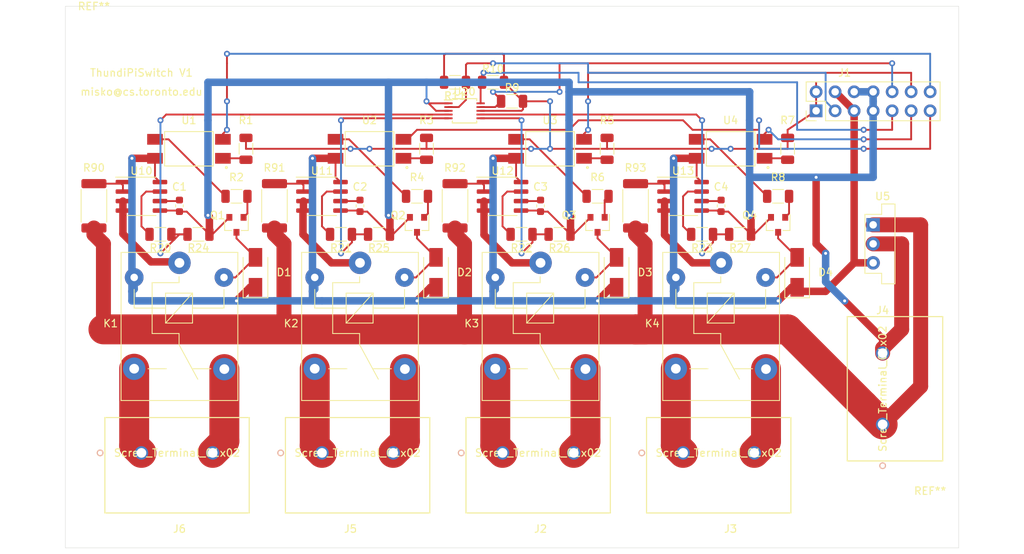
<source format=kicad_pcb>
(kicad_pcb (version 20171130) (host pcbnew "(5.1.9-0-10_14)")

  (general
    (thickness 1.6)
    (drawings 6)
    (tracks 411)
    (zones 0)
    (modules 57)
    (nets 56)
  )

  (page A4)
  (layers
    (0 F.Cu signal)
    (31 B.Cu signal)
    (32 B.Adhes user)
    (33 F.Adhes user)
    (34 B.Paste user)
    (35 F.Paste user)
    (36 B.SilkS user)
    (37 F.SilkS user)
    (38 B.Mask user)
    (39 F.Mask user)
    (40 Dwgs.User user)
    (41 Cmts.User user)
    (42 Eco1.User user)
    (43 Eco2.User user)
    (44 Edge.Cuts user)
    (45 Margin user)
    (46 B.CrtYd user)
    (47 F.CrtYd user)
    (48 B.Fab user)
    (49 F.Fab user)
  )

  (setup
    (last_trace_width 0.25)
    (user_trace_width 1)
    (user_trace_width 2)
    (user_trace_width 4)
    (user_trace_width 8)
    (user_trace_width 16)
    (user_trace_width 50)
    (trace_clearance 0.2)
    (zone_clearance 0.508)
    (zone_45_only no)
    (trace_min 0.2)
    (via_size 0.8)
    (via_drill 0.4)
    (via_min_size 0.4)
    (via_min_drill 0.3)
    (uvia_size 0.3)
    (uvia_drill 0.1)
    (uvias_allowed no)
    (uvia_min_size 0.2)
    (uvia_min_drill 0.1)
    (edge_width 0.05)
    (segment_width 0.2)
    (pcb_text_width 0.3)
    (pcb_text_size 1.5 1.5)
    (mod_edge_width 0.12)
    (mod_text_size 1 1)
    (mod_text_width 0.15)
    (pad_size 1.524 1.524)
    (pad_drill 0.762)
    (pad_to_mask_clearance 0)
    (aux_axis_origin 0 0)
    (visible_elements FFFDFF7F)
    (pcbplotparams
      (layerselection 0x010fc_ffffffff)
      (usegerberextensions false)
      (usegerberattributes true)
      (usegerberadvancedattributes true)
      (creategerberjobfile true)
      (excludeedgelayer true)
      (linewidth 0.100000)
      (plotframeref false)
      (viasonmask false)
      (mode 1)
      (useauxorigin false)
      (hpglpennumber 1)
      (hpglpenspeed 20)
      (hpglpendiameter 15.000000)
      (psnegative false)
      (psa4output false)
      (plotreference true)
      (plotvalue true)
      (plotinvisibletext false)
      (padsonsilk false)
      (subtractmaskfromsilk false)
      (outputformat 1)
      (mirror false)
      (drillshape 1)
      (scaleselection 1)
      (outputdirectory ""))
  )

  (net 0 "")
  (net 1 "Net-(D1-Pad2)")
  (net 2 +5V)
  (net 3 "Net-(D2-Pad2)")
  (net 4 "Net-(D3-Pad2)")
  (net 5 "Net-(D4-Pad2)")
  (net 6 /COM1B)
  (net 7 /NC1)
  (net 8 /NO1)
  (net 9 /COM2B)
  (net 10 /NC2)
  (net 11 /NO2)
  (net 12 /COM3B)
  (net 13 /NC3)
  (net 14 /NO3)
  (net 15 /COM4B)
  (net 16 /NC4)
  (net 17 /NO4)
  (net 18 GND)
  (net 19 "Net-(Q1-Pad1)")
  (net 20 "Net-(Q2-Pad1)")
  (net 21 "Net-(Q3-Pad1)")
  (net 22 "Net-(Q4-Pad1)")
  (net 23 /DATA1)
  (net 24 "Net-(R2-Pad2)")
  (net 25 "Net-(R1-Pad2)")
  (net 26 /DATA2)
  (net 27 "Net-(R4-Pad2)")
  (net 28 "Net-(R3-Pad2)")
  (net 29 /DATA3)
  (net 30 "Net-(R6-Pad2)")
  (net 31 "Net-(R5-Pad2)")
  (net 32 /DATA4)
  (net 33 "Net-(R8-Pad2)")
  (net 34 "Net-(R7-Pad2)")
  (net 35 +12V)
  (net 36 /VOUT1)
  (net 37 "Net-(C1-Pad1)")
  (net 38 /COM1A)
  (net 39 /VOUT2)
  (net 40 "Net-(C2-Pad1)")
  (net 41 /COM2A)
  (net 42 /VOUT3)
  (net 43 "Net-(C3-Pad1)")
  (net 44 /COM3A)
  (net 45 /VOUT4)
  (net 46 "Net-(C4-Pad1)")
  (net 47 /COM4A)
  (net 48 +3V3)
  (net 49 "Net-(R23-Pad1)")
  (net 50 "Net-(R22-Pad1)")
  (net 51 "Net-(R21-Pad1)")
  (net 52 "Net-(R20-Pad1)")
  (net 53 /SDA)
  (net 54 /SCL)
  (net 55 /ALRT)

  (net_class Default "This is the default net class."
    (clearance 0.2)
    (trace_width 0.25)
    (via_dia 0.8)
    (via_drill 0.4)
    (uvia_dia 0.3)
    (uvia_drill 0.1)
    (add_net +12V)
    (add_net +3V3)
    (add_net +5V)
    (add_net /ALRT)
    (add_net /COM1A)
    (add_net /COM1B)
    (add_net /COM2A)
    (add_net /COM2B)
    (add_net /COM3A)
    (add_net /COM3B)
    (add_net /COM4A)
    (add_net /COM4B)
    (add_net /DATA1)
    (add_net /DATA2)
    (add_net /DATA3)
    (add_net /DATA4)
    (add_net /NC1)
    (add_net /NC2)
    (add_net /NC3)
    (add_net /NC4)
    (add_net /NO1)
    (add_net /NO2)
    (add_net /NO3)
    (add_net /NO4)
    (add_net /SCL)
    (add_net /SDA)
    (add_net /VOUT1)
    (add_net /VOUT2)
    (add_net /VOUT3)
    (add_net /VOUT4)
    (add_net GND)
    (add_net "Net-(C1-Pad1)")
    (add_net "Net-(C2-Pad1)")
    (add_net "Net-(C3-Pad1)")
    (add_net "Net-(C4-Pad1)")
    (add_net "Net-(D1-Pad2)")
    (add_net "Net-(D2-Pad2)")
    (add_net "Net-(D3-Pad2)")
    (add_net "Net-(D4-Pad2)")
    (add_net "Net-(Q1-Pad1)")
    (add_net "Net-(Q2-Pad1)")
    (add_net "Net-(Q3-Pad1)")
    (add_net "Net-(Q4-Pad1)")
    (add_net "Net-(R1-Pad2)")
    (add_net "Net-(R2-Pad2)")
    (add_net "Net-(R20-Pad1)")
    (add_net "Net-(R21-Pad1)")
    (add_net "Net-(R22-Pad1)")
    (add_net "Net-(R23-Pad1)")
    (add_net "Net-(R3-Pad2)")
    (add_net "Net-(R4-Pad2)")
    (add_net "Net-(R5-Pad2)")
    (add_net "Net-(R6-Pad2)")
    (add_net "Net-(R7-Pad2)")
    (add_net "Net-(R8-Pad2)")
  )

  (module MountingHole:MountingHole_3.2mm_M3_DIN965 (layer F.Cu) (tedit 56D1B4CB) (tstamp 6026BB07)
    (at 163.83 128.27)
    (descr "Mounting Hole 3.2mm, no annular, M3, DIN965")
    (tags "mounting hole 3.2mm no annular m3 din965")
    (attr virtual)
    (fp_text reference REF** (at 0 -3.8) (layer F.SilkS)
      (effects (font (size 1 1) (thickness 0.15)))
    )
    (fp_text value MountingHole_3.2mm_M3_DIN965 (at 0 3.8) (layer F.Fab)
      (effects (font (size 1 1) (thickness 0.15)))
    )
    (fp_circle (center 0 0) (end 3.05 0) (layer F.CrtYd) (width 0.05))
    (fp_circle (center 0 0) (end 2.8 0) (layer Cmts.User) (width 0.15))
    (fp_text user %R (at 0.3 0) (layer F.Fab)
      (effects (font (size 1 1) (thickness 0.15)))
    )
    (pad 1 np_thru_hole circle (at 0 0) (size 3.2 3.2) (drill 3.2) (layers *.Cu *.Mask))
  )

  (module footprints:1714971 (layer F.Cu) (tedit 6025CB6C) (tstamp 6026C4C9)
    (at 58.42 119.38)
    (path /602878DE)
    (fp_text reference J6 (at 5.08 10.16) (layer F.SilkS)
      (effects (font (size 1 1) (thickness 0.15)))
    )
    (fp_text value Screw_Terminal_01x02 (at 4.760001 0) (layer F.SilkS)
      (effects (font (size 1 1) (thickness 0.15)))
    )
    (fp_text user * (at 0 0) (layer F.Fab)
      (effects (font (size 1 1) (thickness 0.15)))
    )
    (fp_text user * (at 0 0) (layer F.SilkS)
      (effects (font (size 1 1) (thickness 0.15)))
    )
    (fp_text user "Copyright 2016 Accelerated Designs. All rights reserved." (at 0 0) (layer Cmts.User)
      (effects (font (size 0.127 0.127) (thickness 0.002)))
    )
    (fp_line (start -4.887001 8.026999) (end 14.407002 8.026999) (layer F.SilkS) (width 0.1524))
    (fp_line (start 14.407002 8.026999) (end 14.407002 -4.727001) (layer F.SilkS) (width 0.1524))
    (fp_line (start 14.407002 -4.727001) (end -4.887001 -4.727001) (layer F.SilkS) (width 0.1524))
    (fp_line (start -4.887001 -4.727001) (end -4.887001 8.026999) (layer F.SilkS) (width 0.1524))
    (fp_line (start -4.760001 7.899999) (end 14.280002 7.899999) (layer F.Fab) (width 0.1524))
    (fp_line (start 14.280002 7.899999) (end 14.280002 -4.600001) (layer F.Fab) (width 0.1524))
    (fp_line (start 14.280002 -4.600001) (end -4.760001 -4.600001) (layer F.Fab) (width 0.1524))
    (fp_line (start -4.760001 -4.600001) (end -4.760001 7.899999) (layer F.Fab) (width 0.1524))
    (fp_line (start -5.014001 -4.854001) (end -5.014001 8.153999) (layer F.CrtYd) (width 0.1524))
    (fp_line (start -5.014001 8.153999) (end 14.534002 8.153999) (layer F.CrtYd) (width 0.1524))
    (fp_line (start 14.534002 8.153999) (end 14.534002 -4.854001) (layer F.CrtYd) (width 0.1524))
    (fp_line (start 14.534002 -4.854001) (end -5.014001 -4.854001) (layer F.CrtYd) (width 0.1524))
    (fp_circle (center 0 -1.905) (end 0.381 -1.905) (layer F.Fab) (width 0.1524))
    (fp_circle (center -5.522 0) (end -5.141 0) (layer F.SilkS) (width 0.1524))
    (fp_circle (center -5.522 0) (end -5.141 0) (layer B.SilkS) (width 0.1524))
    (pad 2 thru_hole circle (at 9.520001 0) (size 1.8034 1.8034) (drill 1.2954) (layers *.Cu *.Mask)
      (net 7 /NC1))
    (pad 1 thru_hole circle (at 0 0) (size 1.8034 1.8034) (drill 1.2954) (layers *.Cu *.Mask)
      (net 8 /NO1))
  )

  (module footprints:1714971 (layer F.Cu) (tedit 6025CB69) (tstamp 6026C49D)
    (at 82.55 119.38)
    (path /60292FC2)
    (fp_text reference J5 (at 3.81 10.16) (layer F.SilkS)
      (effects (font (size 1 1) (thickness 0.15)))
    )
    (fp_text value Screw_Terminal_01x02 (at 4.760001 0) (layer F.SilkS)
      (effects (font (size 1 1) (thickness 0.15)))
    )
    (fp_text user * (at 0 0) (layer F.Fab)
      (effects (font (size 1 1) (thickness 0.15)))
    )
    (fp_text user * (at 0 0) (layer F.SilkS)
      (effects (font (size 1 1) (thickness 0.15)))
    )
    (fp_text user "Copyright 2016 Accelerated Designs. All rights reserved." (at 0 0) (layer Cmts.User)
      (effects (font (size 0.127 0.127) (thickness 0.002)))
    )
    (fp_line (start -4.887001 8.026999) (end 14.407002 8.026999) (layer F.SilkS) (width 0.1524))
    (fp_line (start 14.407002 8.026999) (end 14.407002 -4.727001) (layer F.SilkS) (width 0.1524))
    (fp_line (start 14.407002 -4.727001) (end -4.887001 -4.727001) (layer F.SilkS) (width 0.1524))
    (fp_line (start -4.887001 -4.727001) (end -4.887001 8.026999) (layer F.SilkS) (width 0.1524))
    (fp_line (start -4.760001 7.899999) (end 14.280002 7.899999) (layer F.Fab) (width 0.1524))
    (fp_line (start 14.280002 7.899999) (end 14.280002 -4.600001) (layer F.Fab) (width 0.1524))
    (fp_line (start 14.280002 -4.600001) (end -4.760001 -4.600001) (layer F.Fab) (width 0.1524))
    (fp_line (start -4.760001 -4.600001) (end -4.760001 7.899999) (layer F.Fab) (width 0.1524))
    (fp_line (start -5.014001 -4.854001) (end -5.014001 8.153999) (layer F.CrtYd) (width 0.1524))
    (fp_line (start -5.014001 8.153999) (end 14.534002 8.153999) (layer F.CrtYd) (width 0.1524))
    (fp_line (start 14.534002 8.153999) (end 14.534002 -4.854001) (layer F.CrtYd) (width 0.1524))
    (fp_line (start 14.534002 -4.854001) (end -5.014001 -4.854001) (layer F.CrtYd) (width 0.1524))
    (fp_circle (center 0 -1.905) (end 0.381 -1.905) (layer F.Fab) (width 0.1524))
    (fp_circle (center -5.522 0) (end -5.141 0) (layer F.SilkS) (width 0.1524))
    (fp_circle (center -5.522 0) (end -5.141 0) (layer B.SilkS) (width 0.1524))
    (pad 2 thru_hole circle (at 9.520001 0) (size 1.8034 1.8034) (drill 1.2954) (layers *.Cu *.Mask)
      (net 10 /NC2))
    (pad 1 thru_hole circle (at 0 0) (size 1.8034 1.8034) (drill 1.2954) (layers *.Cu *.Mask)
      (net 11 /NO2))
  )

  (module footprints:1714971 (layer F.Cu) (tedit 6025CB5B) (tstamp 60278BCA)
    (at 157.48 115.57 90)
    (path /606D8554)
    (fp_text reference J4 (at 15.24 0 180) (layer F.SilkS)
      (effects (font (size 1 1) (thickness 0.15)))
    )
    (fp_text value Screw_Terminal_01x02 (at 4.760001 0 90) (layer F.SilkS)
      (effects (font (size 1 1) (thickness 0.15)))
    )
    (fp_text user * (at 0 0 90) (layer F.Fab)
      (effects (font (size 1 1) (thickness 0.15)))
    )
    (fp_text user * (at 0 0 90) (layer F.SilkS)
      (effects (font (size 1 1) (thickness 0.15)))
    )
    (fp_text user "Copyright 2016 Accelerated Designs. All rights reserved." (at 0 0 90) (layer Cmts.User)
      (effects (font (size 0.127 0.127) (thickness 0.002)))
    )
    (fp_line (start -4.887001 8.026999) (end 14.407002 8.026999) (layer F.SilkS) (width 0.1524))
    (fp_line (start 14.407002 8.026999) (end 14.407002 -4.727001) (layer F.SilkS) (width 0.1524))
    (fp_line (start 14.407002 -4.727001) (end -4.887001 -4.727001) (layer F.SilkS) (width 0.1524))
    (fp_line (start -4.887001 -4.727001) (end -4.887001 8.026999) (layer F.SilkS) (width 0.1524))
    (fp_line (start -4.760001 7.899999) (end 14.280002 7.899999) (layer F.Fab) (width 0.1524))
    (fp_line (start 14.280002 7.899999) (end 14.280002 -4.600001) (layer F.Fab) (width 0.1524))
    (fp_line (start 14.280002 -4.600001) (end -4.760001 -4.600001) (layer F.Fab) (width 0.1524))
    (fp_line (start -4.760001 -4.600001) (end -4.760001 7.899999) (layer F.Fab) (width 0.1524))
    (fp_line (start -5.014001 -4.854001) (end -5.014001 8.153999) (layer F.CrtYd) (width 0.1524))
    (fp_line (start -5.014001 8.153999) (end 14.534002 8.153999) (layer F.CrtYd) (width 0.1524))
    (fp_line (start 14.534002 8.153999) (end 14.534002 -4.854001) (layer F.CrtYd) (width 0.1524))
    (fp_line (start 14.534002 -4.854001) (end -5.014001 -4.854001) (layer F.CrtYd) (width 0.1524))
    (fp_circle (center 0 -1.905) (end 0.381 -1.905) (layer F.Fab) (width 0.1524))
    (fp_circle (center -5.522 0) (end -5.141 0) (layer F.SilkS) (width 0.1524))
    (fp_circle (center -5.522 0) (end -5.141 0) (layer B.SilkS) (width 0.1524))
    (pad 2 thru_hole circle (at 9.520001 0 90) (size 1.8034 1.8034) (drill 1.2954) (layers *.Cu *.Mask)
      (net 18 GND))
    (pad 1 thru_hole circle (at 0 0 90) (size 1.8034 1.8034) (drill 1.2954) (layers *.Cu *.Mask)
      (net 35 +12V))
  )

  (module footprints:1714971 (layer F.Cu) (tedit 6025CB67) (tstamp 6026C44B)
    (at 130.81 119.38)
    (path /602A3EC6)
    (fp_text reference J3 (at 6.35 10.16) (layer F.SilkS)
      (effects (font (size 1 1) (thickness 0.15)))
    )
    (fp_text value Screw_Terminal_01x02 (at 4.760001 0) (layer F.SilkS)
      (effects (font (size 1 1) (thickness 0.15)))
    )
    (fp_text user * (at 0 0) (layer F.Fab)
      (effects (font (size 1 1) (thickness 0.15)))
    )
    (fp_text user * (at 0 0) (layer F.SilkS)
      (effects (font (size 1 1) (thickness 0.15)))
    )
    (fp_text user "Copyright 2016 Accelerated Designs. All rights reserved." (at 0 0) (layer Cmts.User)
      (effects (font (size 0.127 0.127) (thickness 0.002)))
    )
    (fp_line (start -4.887001 8.026999) (end 14.407002 8.026999) (layer F.SilkS) (width 0.1524))
    (fp_line (start 14.407002 8.026999) (end 14.407002 -4.727001) (layer F.SilkS) (width 0.1524))
    (fp_line (start 14.407002 -4.727001) (end -4.887001 -4.727001) (layer F.SilkS) (width 0.1524))
    (fp_line (start -4.887001 -4.727001) (end -4.887001 8.026999) (layer F.SilkS) (width 0.1524))
    (fp_line (start -4.760001 7.899999) (end 14.280002 7.899999) (layer F.Fab) (width 0.1524))
    (fp_line (start 14.280002 7.899999) (end 14.280002 -4.600001) (layer F.Fab) (width 0.1524))
    (fp_line (start 14.280002 -4.600001) (end -4.760001 -4.600001) (layer F.Fab) (width 0.1524))
    (fp_line (start -4.760001 -4.600001) (end -4.760001 7.899999) (layer F.Fab) (width 0.1524))
    (fp_line (start -5.014001 -4.854001) (end -5.014001 8.153999) (layer F.CrtYd) (width 0.1524))
    (fp_line (start -5.014001 8.153999) (end 14.534002 8.153999) (layer F.CrtYd) (width 0.1524))
    (fp_line (start 14.534002 8.153999) (end 14.534002 -4.854001) (layer F.CrtYd) (width 0.1524))
    (fp_line (start 14.534002 -4.854001) (end -5.014001 -4.854001) (layer F.CrtYd) (width 0.1524))
    (fp_circle (center 0 -1.905) (end 0.381 -1.905) (layer F.Fab) (width 0.1524))
    (fp_circle (center -5.522 0) (end -5.141 0) (layer F.SilkS) (width 0.1524))
    (fp_circle (center -5.522 0) (end -5.141 0) (layer B.SilkS) (width 0.1524))
    (pad 2 thru_hole circle (at 9.520001 0) (size 1.8034 1.8034) (drill 1.2954) (layers *.Cu *.Mask)
      (net 16 /NC4))
    (pad 1 thru_hole circle (at 0 0) (size 1.8034 1.8034) (drill 1.2954) (layers *.Cu *.Mask)
      (net 17 /NO4))
  )

  (module footprints:1714971 (layer F.Cu) (tedit 6025CB63) (tstamp 6026C41F)
    (at 106.68 119.38)
    (path /6029BCDA)
    (fp_text reference J2 (at 5.08 10.16) (layer F.SilkS)
      (effects (font (size 1 1) (thickness 0.15)))
    )
    (fp_text value Screw_Terminal_01x02 (at 4.760001 0) (layer F.SilkS)
      (effects (font (size 1 1) (thickness 0.15)))
    )
    (fp_text user * (at 0 0) (layer F.Fab)
      (effects (font (size 1 1) (thickness 0.15)))
    )
    (fp_text user * (at 0 0) (layer F.SilkS)
      (effects (font (size 1 1) (thickness 0.15)))
    )
    (fp_text user "Copyright 2016 Accelerated Designs. All rights reserved." (at 0 0) (layer Cmts.User)
      (effects (font (size 0.127 0.127) (thickness 0.002)))
    )
    (fp_line (start -4.887001 8.026999) (end 14.407002 8.026999) (layer F.SilkS) (width 0.1524))
    (fp_line (start 14.407002 8.026999) (end 14.407002 -4.727001) (layer F.SilkS) (width 0.1524))
    (fp_line (start 14.407002 -4.727001) (end -4.887001 -4.727001) (layer F.SilkS) (width 0.1524))
    (fp_line (start -4.887001 -4.727001) (end -4.887001 8.026999) (layer F.SilkS) (width 0.1524))
    (fp_line (start -4.760001 7.899999) (end 14.280002 7.899999) (layer F.Fab) (width 0.1524))
    (fp_line (start 14.280002 7.899999) (end 14.280002 -4.600001) (layer F.Fab) (width 0.1524))
    (fp_line (start 14.280002 -4.600001) (end -4.760001 -4.600001) (layer F.Fab) (width 0.1524))
    (fp_line (start -4.760001 -4.600001) (end -4.760001 7.899999) (layer F.Fab) (width 0.1524))
    (fp_line (start -5.014001 -4.854001) (end -5.014001 8.153999) (layer F.CrtYd) (width 0.1524))
    (fp_line (start -5.014001 8.153999) (end 14.534002 8.153999) (layer F.CrtYd) (width 0.1524))
    (fp_line (start 14.534002 8.153999) (end 14.534002 -4.854001) (layer F.CrtYd) (width 0.1524))
    (fp_line (start 14.534002 -4.854001) (end -5.014001 -4.854001) (layer F.CrtYd) (width 0.1524))
    (fp_circle (center 0 -1.905) (end 0.381 -1.905) (layer F.Fab) (width 0.1524))
    (fp_circle (center -5.522 0) (end -5.141 0) (layer F.SilkS) (width 0.1524))
    (fp_circle (center -5.522 0) (end -5.141 0) (layer B.SilkS) (width 0.1524))
    (pad 2 thru_hole circle (at 9.520001 0) (size 1.8034 1.8034) (drill 1.2954) (layers *.Cu *.Mask)
      (net 13 /NC3))
    (pad 1 thru_hole circle (at 0 0) (size 1.8034 1.8034) (drill 1.2954) (layers *.Cu *.Mask)
      (net 14 /NO3))
  )

  (module FOD817DSD:SOIC254P1016X385-4N (layer F.Cu) (tedit 6025CADB) (tstamp 60250905)
    (at 137.16 78.74 180)
    (path /602AC404)
    (fp_text reference U4 (at 0 3.81) (layer F.SilkS)
      (effects (font (size 1.000906 1.000906) (thickness 0.15)))
    )
    (fp_text value EL817 (at 8.825015 3.132125) (layer F.Fab)
      (effects (font (size 1.002276 1.002276) (thickness 0.015)))
    )
    (fp_line (start -6 2.5) (end -6 -2.5) (layer F.CrtYd) (width 0.05))
    (fp_line (start 6 2.5) (end -6 2.5) (layer F.CrtYd) (width 0.05))
    (fp_line (start 6 -2.5) (end 6 2.5) (layer F.CrtYd) (width 0.05))
    (fp_line (start -6 -2.5) (end 6 -2.5) (layer F.CrtYd) (width 0.05))
    (fp_circle (center -2.35 -1.25) (end -1.959491 -1.25) (layer F.Fab) (width 0.127))
    (fp_circle (center -5 -2.5) (end -4.9 -2.5) (layer F.SilkS) (width 0.2))
    (fp_line (start -3.25 2.3) (end -3.25 -2.3) (layer F.SilkS) (width 0.127))
    (fp_line (start 3.25 2.3) (end -3.25 2.3) (layer F.SilkS) (width 0.127))
    (fp_line (start 3.25 -2.3) (end 3.25 2.3) (layer F.SilkS) (width 0.127))
    (fp_line (start -3.25 -2.3) (end 3.25 -2.3) (layer F.SilkS) (width 0.127))
    (fp_line (start -3.25 2.3) (end -3.25 -2.3) (layer F.Fab) (width 0.127))
    (fp_line (start 3.25 2.3) (end -3.25 2.3) (layer F.Fab) (width 0.127))
    (fp_line (start 3.25 -2.3) (end 3.25 2.3) (layer F.Fab) (width 0.127))
    (fp_line (start -3.25 -2.3) (end 3.25 -2.3) (layer F.Fab) (width 0.127))
    (pad 4 smd rect (at 4.54 -1.27 180) (size 2.09 1.44) (layers F.Cu F.Paste F.Mask)
      (net 2 +5V))
    (pad 3 smd rect (at 4.54 1.27 180) (size 2.09 1.44) (layers F.Cu F.Paste F.Mask)
      (net 33 "Net-(R8-Pad2)"))
    (pad 2 smd rect (at -4.54 1.27 180) (size 2.09 1.44) (layers F.Cu F.Paste F.Mask)
      (net 32 /DATA4))
    (pad 1 smd rect (at -4.54 -1.27 180) (size 2.09 1.44) (layers F.Cu F.Paste F.Mask)
      (net 34 "Net-(R7-Pad2)"))
  )

  (module FOD817DSD:SOIC254P1016X385-4N (layer F.Cu) (tedit 6025CACE) (tstamp 602508ED)
    (at 113.03 78.74 180)
    (path /6025D615)
    (fp_text reference U3 (at 0 3.81 180) (layer F.SilkS)
      (effects (font (size 1.000906 1.000906) (thickness 0.15)))
    )
    (fp_text value EL817 (at 8.825015 3.132125 180) (layer F.Fab)
      (effects (font (size 1.002276 1.002276) (thickness 0.015)))
    )
    (fp_line (start -6 2.5) (end -6 -2.5) (layer F.CrtYd) (width 0.05))
    (fp_line (start 6 2.5) (end -6 2.5) (layer F.CrtYd) (width 0.05))
    (fp_line (start 6 -2.5) (end 6 2.5) (layer F.CrtYd) (width 0.05))
    (fp_line (start -6 -2.5) (end 6 -2.5) (layer F.CrtYd) (width 0.05))
    (fp_circle (center -2.35 -1.25) (end -1.959491 -1.25) (layer F.Fab) (width 0.127))
    (fp_circle (center -5 -2.5) (end -4.9 -2.5) (layer F.SilkS) (width 0.2))
    (fp_line (start -3.25 2.3) (end -3.25 -2.3) (layer F.SilkS) (width 0.127))
    (fp_line (start 3.25 2.3) (end -3.25 2.3) (layer F.SilkS) (width 0.127))
    (fp_line (start 3.25 -2.3) (end 3.25 2.3) (layer F.SilkS) (width 0.127))
    (fp_line (start -3.25 -2.3) (end 3.25 -2.3) (layer F.SilkS) (width 0.127))
    (fp_line (start -3.25 2.3) (end -3.25 -2.3) (layer F.Fab) (width 0.127))
    (fp_line (start 3.25 2.3) (end -3.25 2.3) (layer F.Fab) (width 0.127))
    (fp_line (start 3.25 -2.3) (end 3.25 2.3) (layer F.Fab) (width 0.127))
    (fp_line (start -3.25 -2.3) (end 3.25 -2.3) (layer F.Fab) (width 0.127))
    (pad 4 smd rect (at 4.54 -1.27 180) (size 2.09 1.44) (layers F.Cu F.Paste F.Mask)
      (net 2 +5V))
    (pad 3 smd rect (at 4.54 1.27 180) (size 2.09 1.44) (layers F.Cu F.Paste F.Mask)
      (net 30 "Net-(R6-Pad2)"))
    (pad 2 smd rect (at -4.54 1.27 180) (size 2.09 1.44) (layers F.Cu F.Paste F.Mask)
      (net 29 /DATA3))
    (pad 1 smd rect (at -4.54 -1.27 180) (size 2.09 1.44) (layers F.Cu F.Paste F.Mask)
      (net 31 "Net-(R5-Pad2)"))
  )

  (module FOD817DSD:SOIC254P1016X385-4N (layer F.Cu) (tedit 6025CAA3) (tstamp 602508D5)
    (at 88.9 78.74 180)
    (path /602A28C9)
    (fp_text reference U2 (at 0 3.81 180) (layer F.SilkS)
      (effects (font (size 1.000906 1.000906) (thickness 0.15)))
    )
    (fp_text value EL817 (at 8.825015 3.132125 180) (layer F.Fab)
      (effects (font (size 1.002276 1.002276) (thickness 0.015)))
    )
    (fp_line (start -6 2.5) (end -6 -2.5) (layer F.CrtYd) (width 0.05))
    (fp_line (start 6 2.5) (end -6 2.5) (layer F.CrtYd) (width 0.05))
    (fp_line (start 6 -2.5) (end 6 2.5) (layer F.CrtYd) (width 0.05))
    (fp_line (start -6 -2.5) (end 6 -2.5) (layer F.CrtYd) (width 0.05))
    (fp_circle (center -2.35 -1.25) (end -1.959491 -1.25) (layer F.Fab) (width 0.127))
    (fp_circle (center -5 -2.5) (end -4.9 -2.5) (layer F.SilkS) (width 0.2))
    (fp_line (start -3.25 2.3) (end -3.25 -2.3) (layer F.SilkS) (width 0.127))
    (fp_line (start 3.25 2.3) (end -3.25 2.3) (layer F.SilkS) (width 0.127))
    (fp_line (start 3.25 -2.3) (end 3.25 2.3) (layer F.SilkS) (width 0.127))
    (fp_line (start -3.25 -2.3) (end 3.25 -2.3) (layer F.SilkS) (width 0.127))
    (fp_line (start -3.25 2.3) (end -3.25 -2.3) (layer F.Fab) (width 0.127))
    (fp_line (start 3.25 2.3) (end -3.25 2.3) (layer F.Fab) (width 0.127))
    (fp_line (start 3.25 -2.3) (end 3.25 2.3) (layer F.Fab) (width 0.127))
    (fp_line (start -3.25 -2.3) (end 3.25 -2.3) (layer F.Fab) (width 0.127))
    (pad 4 smd rect (at 4.54 -1.27 180) (size 2.09 1.44) (layers F.Cu F.Paste F.Mask)
      (net 2 +5V))
    (pad 3 smd rect (at 4.54 1.27 180) (size 2.09 1.44) (layers F.Cu F.Paste F.Mask)
      (net 27 "Net-(R4-Pad2)"))
    (pad 2 smd rect (at -4.54 1.27 180) (size 2.09 1.44) (layers F.Cu F.Paste F.Mask)
      (net 26 /DATA2))
    (pad 1 smd rect (at -4.54 -1.27 180) (size 2.09 1.44) (layers F.Cu F.Paste F.Mask)
      (net 28 "Net-(R3-Pad2)"))
  )

  (module FOD817DSD:SOIC254P1016X385-4N (layer F.Cu) (tedit 6025C9B1) (tstamp 602508BD)
    (at 64.77 78.74 180)
    (path /6029491A)
    (fp_text reference U1 (at 0 3.81 180) (layer F.SilkS)
      (effects (font (size 1.000906 1.000906) (thickness 0.15)))
    )
    (fp_text value EL817 (at 8.825015 3.132125 180) (layer F.Fab)
      (effects (font (size 1.002276 1.002276) (thickness 0.015)))
    )
    (fp_line (start -6 2.5) (end -6 -2.5) (layer F.CrtYd) (width 0.05))
    (fp_line (start 6 2.5) (end -6 2.5) (layer F.CrtYd) (width 0.05))
    (fp_line (start 6 -2.5) (end 6 2.5) (layer F.CrtYd) (width 0.05))
    (fp_line (start -6 -2.5) (end 6 -2.5) (layer F.CrtYd) (width 0.05))
    (fp_circle (center -2.35 -1.25) (end -1.959491 -1.25) (layer F.Fab) (width 0.127))
    (fp_circle (center -5 -2.5) (end -4.9 -2.5) (layer F.SilkS) (width 0.2))
    (fp_line (start -3.25 2.3) (end -3.25 -2.3) (layer F.SilkS) (width 0.127))
    (fp_line (start 3.25 2.3) (end -3.25 2.3) (layer F.SilkS) (width 0.127))
    (fp_line (start 3.25 -2.3) (end 3.25 2.3) (layer F.SilkS) (width 0.127))
    (fp_line (start -3.25 -2.3) (end 3.25 -2.3) (layer F.SilkS) (width 0.127))
    (fp_line (start -3.25 2.3) (end -3.25 -2.3) (layer F.Fab) (width 0.127))
    (fp_line (start 3.25 2.3) (end -3.25 2.3) (layer F.Fab) (width 0.127))
    (fp_line (start 3.25 -2.3) (end 3.25 2.3) (layer F.Fab) (width 0.127))
    (fp_line (start -3.25 -2.3) (end 3.25 -2.3) (layer F.Fab) (width 0.127))
    (pad 4 smd rect (at 4.54 -1.27 180) (size 2.09 1.44) (layers F.Cu F.Paste F.Mask)
      (net 2 +5V))
    (pad 3 smd rect (at 4.54 1.27 180) (size 2.09 1.44) (layers F.Cu F.Paste F.Mask)
      (net 24 "Net-(R2-Pad2)"))
    (pad 2 smd rect (at -4.54 1.27 180) (size 2.09 1.44) (layers F.Cu F.Paste F.Mask)
      (net 23 /DATA1))
    (pad 1 smd rect (at -4.54 -1.27 180) (size 2.09 1.44) (layers F.Cu F.Paste F.Mask)
      (net 25 "Net-(R1-Pad2)"))
  )

  (module Diode_SMD:D_SMA (layer F.Cu) (tedit 6025CB36) (tstamp 6027C3DF)
    (at 146.05 95.25 90)
    (descr "Diode SMA (DO-214AC)")
    (tags "Diode SMA (DO-214AC)")
    (path /6070EE03)
    (attr smd)
    (fp_text reference D4 (at 0 3.81 180) (layer F.SilkS)
      (effects (font (size 1 1) (thickness 0.15)))
    )
    (fp_text value US1B (at 0 2.6 90) (layer F.Fab)
      (effects (font (size 1 1) (thickness 0.15)))
    )
    (fp_line (start -3.4 -1.65) (end -3.4 1.65) (layer F.SilkS) (width 0.12))
    (fp_line (start 2.3 1.5) (end -2.3 1.5) (layer F.Fab) (width 0.1))
    (fp_line (start -2.3 1.5) (end -2.3 -1.5) (layer F.Fab) (width 0.1))
    (fp_line (start 2.3 -1.5) (end 2.3 1.5) (layer F.Fab) (width 0.1))
    (fp_line (start 2.3 -1.5) (end -2.3 -1.5) (layer F.Fab) (width 0.1))
    (fp_line (start -3.5 -1.75) (end 3.5 -1.75) (layer F.CrtYd) (width 0.05))
    (fp_line (start 3.5 -1.75) (end 3.5 1.75) (layer F.CrtYd) (width 0.05))
    (fp_line (start 3.5 1.75) (end -3.5 1.75) (layer F.CrtYd) (width 0.05))
    (fp_line (start -3.5 1.75) (end -3.5 -1.75) (layer F.CrtYd) (width 0.05))
    (fp_line (start -0.64944 0.00102) (end -1.55114 0.00102) (layer F.Fab) (width 0.1))
    (fp_line (start 0.50118 0.00102) (end 1.4994 0.00102) (layer F.Fab) (width 0.1))
    (fp_line (start -0.64944 -0.79908) (end -0.64944 0.80112) (layer F.Fab) (width 0.1))
    (fp_line (start 0.50118 0.75032) (end 0.50118 -0.79908) (layer F.Fab) (width 0.1))
    (fp_line (start -0.64944 0.00102) (end 0.50118 0.75032) (layer F.Fab) (width 0.1))
    (fp_line (start -0.64944 0.00102) (end 0.50118 -0.79908) (layer F.Fab) (width 0.1))
    (fp_line (start -3.4 1.65) (end 2 1.65) (layer F.SilkS) (width 0.12))
    (fp_line (start -3.4 -1.65) (end 2 -1.65) (layer F.SilkS) (width 0.12))
    (pad 2 smd rect (at 2 0 90) (size 2.5 1.8) (layers F.Cu F.Paste F.Mask)
      (net 5 "Net-(D4-Pad2)"))
    (pad 1 smd rect (at -2 0 90) (size 2.5 1.8) (layers F.Cu F.Paste F.Mask)
      (net 2 +5V))
    (model ${KISYS3DMOD}/Diode_SMD.3dshapes/D_SMA.wrl
      (at (xyz 0 0 0))
      (scale (xyz 1 1 1))
      (rotate (xyz 0 0 0))
    )
  )

  (module Diode_SMD:D_SMA (layer F.Cu) (tedit 6025CB32) (tstamp 6027C3C7)
    (at 121.92 95.25 90)
    (descr "Diode SMA (DO-214AC)")
    (tags "Diode SMA (DO-214AC)")
    (path /60721CE9)
    (attr smd)
    (fp_text reference D3 (at 0 3.81 180) (layer F.SilkS)
      (effects (font (size 1 1) (thickness 0.15)))
    )
    (fp_text value US1B (at 0 2.6 90) (layer F.Fab)
      (effects (font (size 1 1) (thickness 0.15)))
    )
    (fp_line (start -3.4 -1.65) (end -3.4 1.65) (layer F.SilkS) (width 0.12))
    (fp_line (start 2.3 1.5) (end -2.3 1.5) (layer F.Fab) (width 0.1))
    (fp_line (start -2.3 1.5) (end -2.3 -1.5) (layer F.Fab) (width 0.1))
    (fp_line (start 2.3 -1.5) (end 2.3 1.5) (layer F.Fab) (width 0.1))
    (fp_line (start 2.3 -1.5) (end -2.3 -1.5) (layer F.Fab) (width 0.1))
    (fp_line (start -3.5 -1.75) (end 3.5 -1.75) (layer F.CrtYd) (width 0.05))
    (fp_line (start 3.5 -1.75) (end 3.5 1.75) (layer F.CrtYd) (width 0.05))
    (fp_line (start 3.5 1.75) (end -3.5 1.75) (layer F.CrtYd) (width 0.05))
    (fp_line (start -3.5 1.75) (end -3.5 -1.75) (layer F.CrtYd) (width 0.05))
    (fp_line (start -0.64944 0.00102) (end -1.55114 0.00102) (layer F.Fab) (width 0.1))
    (fp_line (start 0.50118 0.00102) (end 1.4994 0.00102) (layer F.Fab) (width 0.1))
    (fp_line (start -0.64944 -0.79908) (end -0.64944 0.80112) (layer F.Fab) (width 0.1))
    (fp_line (start 0.50118 0.75032) (end 0.50118 -0.79908) (layer F.Fab) (width 0.1))
    (fp_line (start -0.64944 0.00102) (end 0.50118 0.75032) (layer F.Fab) (width 0.1))
    (fp_line (start -0.64944 0.00102) (end 0.50118 -0.79908) (layer F.Fab) (width 0.1))
    (fp_line (start -3.4 1.65) (end 2 1.65) (layer F.SilkS) (width 0.12))
    (fp_line (start -3.4 -1.65) (end 2 -1.65) (layer F.SilkS) (width 0.12))
    (pad 2 smd rect (at 2 0 90) (size 2.5 1.8) (layers F.Cu F.Paste F.Mask)
      (net 4 "Net-(D3-Pad2)"))
    (pad 1 smd rect (at -2 0 90) (size 2.5 1.8) (layers F.Cu F.Paste F.Mask)
      (net 2 +5V))
    (model ${KISYS3DMOD}/Diode_SMD.3dshapes/D_SMA.wrl
      (at (xyz 0 0 0))
      (scale (xyz 1 1 1))
      (rotate (xyz 0 0 0))
    )
  )

  (module Diode_SMD:D_SMA (layer F.Cu) (tedit 6025CB41) (tstamp 6027C3AF)
    (at 97.79 95.25 90)
    (descr "Diode SMA (DO-214AC)")
    (tags "Diode SMA (DO-214AC)")
    (path /6072B07D)
    (attr smd)
    (fp_text reference D2 (at 0 3.81 180) (layer F.SilkS)
      (effects (font (size 1 1) (thickness 0.15)))
    )
    (fp_text value US1B (at 0 2.6 90) (layer F.Fab)
      (effects (font (size 1 1) (thickness 0.15)))
    )
    (fp_line (start -3.4 -1.65) (end -3.4 1.65) (layer F.SilkS) (width 0.12))
    (fp_line (start 2.3 1.5) (end -2.3 1.5) (layer F.Fab) (width 0.1))
    (fp_line (start -2.3 1.5) (end -2.3 -1.5) (layer F.Fab) (width 0.1))
    (fp_line (start 2.3 -1.5) (end 2.3 1.5) (layer F.Fab) (width 0.1))
    (fp_line (start 2.3 -1.5) (end -2.3 -1.5) (layer F.Fab) (width 0.1))
    (fp_line (start -3.5 -1.75) (end 3.5 -1.75) (layer F.CrtYd) (width 0.05))
    (fp_line (start 3.5 -1.75) (end 3.5 1.75) (layer F.CrtYd) (width 0.05))
    (fp_line (start 3.5 1.75) (end -3.5 1.75) (layer F.CrtYd) (width 0.05))
    (fp_line (start -3.5 1.75) (end -3.5 -1.75) (layer F.CrtYd) (width 0.05))
    (fp_line (start -0.64944 0.00102) (end -1.55114 0.00102) (layer F.Fab) (width 0.1))
    (fp_line (start 0.50118 0.00102) (end 1.4994 0.00102) (layer F.Fab) (width 0.1))
    (fp_line (start -0.64944 -0.79908) (end -0.64944 0.80112) (layer F.Fab) (width 0.1))
    (fp_line (start 0.50118 0.75032) (end 0.50118 -0.79908) (layer F.Fab) (width 0.1))
    (fp_line (start -0.64944 0.00102) (end 0.50118 0.75032) (layer F.Fab) (width 0.1))
    (fp_line (start -0.64944 0.00102) (end 0.50118 -0.79908) (layer F.Fab) (width 0.1))
    (fp_line (start -3.4 1.65) (end 2 1.65) (layer F.SilkS) (width 0.12))
    (fp_line (start -3.4 -1.65) (end 2 -1.65) (layer F.SilkS) (width 0.12))
    (pad 2 smd rect (at 2 0 90) (size 2.5 1.8) (layers F.Cu F.Paste F.Mask)
      (net 3 "Net-(D2-Pad2)"))
    (pad 1 smd rect (at -2 0 90) (size 2.5 1.8) (layers F.Cu F.Paste F.Mask)
      (net 2 +5V))
    (model ${KISYS3DMOD}/Diode_SMD.3dshapes/D_SMA.wrl
      (at (xyz 0 0 0))
      (scale (xyz 1 1 1))
      (rotate (xyz 0 0 0))
    )
  )

  (module Diode_SMD:D_SMA (layer F.Cu) (tedit 6025CB4A) (tstamp 6027C397)
    (at 73.66 95.25 90)
    (descr "Diode SMA (DO-214AC)")
    (tags "Diode SMA (DO-214AC)")
    (path /60734DAE)
    (attr smd)
    (fp_text reference D1 (at 0 3.81 180) (layer F.SilkS)
      (effects (font (size 1 1) (thickness 0.15)))
    )
    (fp_text value US1B (at 0 2.6 90) (layer F.Fab)
      (effects (font (size 1 1) (thickness 0.15)))
    )
    (fp_line (start -3.4 -1.65) (end -3.4 1.65) (layer F.SilkS) (width 0.12))
    (fp_line (start 2.3 1.5) (end -2.3 1.5) (layer F.Fab) (width 0.1))
    (fp_line (start -2.3 1.5) (end -2.3 -1.5) (layer F.Fab) (width 0.1))
    (fp_line (start 2.3 -1.5) (end 2.3 1.5) (layer F.Fab) (width 0.1))
    (fp_line (start 2.3 -1.5) (end -2.3 -1.5) (layer F.Fab) (width 0.1))
    (fp_line (start -3.5 -1.75) (end 3.5 -1.75) (layer F.CrtYd) (width 0.05))
    (fp_line (start 3.5 -1.75) (end 3.5 1.75) (layer F.CrtYd) (width 0.05))
    (fp_line (start 3.5 1.75) (end -3.5 1.75) (layer F.CrtYd) (width 0.05))
    (fp_line (start -3.5 1.75) (end -3.5 -1.75) (layer F.CrtYd) (width 0.05))
    (fp_line (start -0.64944 0.00102) (end -1.55114 0.00102) (layer F.Fab) (width 0.1))
    (fp_line (start 0.50118 0.00102) (end 1.4994 0.00102) (layer F.Fab) (width 0.1))
    (fp_line (start -0.64944 -0.79908) (end -0.64944 0.80112) (layer F.Fab) (width 0.1))
    (fp_line (start 0.50118 0.75032) (end 0.50118 -0.79908) (layer F.Fab) (width 0.1))
    (fp_line (start -0.64944 0.00102) (end 0.50118 0.75032) (layer F.Fab) (width 0.1))
    (fp_line (start -0.64944 0.00102) (end 0.50118 -0.79908) (layer F.Fab) (width 0.1))
    (fp_line (start -3.4 1.65) (end 2 1.65) (layer F.SilkS) (width 0.12))
    (fp_line (start -3.4 -1.65) (end 2 -1.65) (layer F.SilkS) (width 0.12))
    (pad 2 smd rect (at 2 0 90) (size 2.5 1.8) (layers F.Cu F.Paste F.Mask)
      (net 1 "Net-(D1-Pad2)"))
    (pad 1 smd rect (at -2 0 90) (size 2.5 1.8) (layers F.Cu F.Paste F.Mask)
      (net 2 +5V))
    (model ${KISYS3DMOD}/Diode_SMD.3dshapes/D_SMA.wrl
      (at (xyz 0 0 0))
      (scale (xyz 1 1 1))
      (rotate (xyz 0 0 0))
    )
  )

  (module Resistor_SMD:R_2512_6332Metric (layer F.Cu) (tedit 6025CAC4) (tstamp 602518C9)
    (at 124.46 86.36 270)
    (descr "Resistor SMD 2512 (6332 Metric), square (rectangular) end terminal, IPC_7351 nominal, (Body size source: IPC-SM-782 page 72, https://www.pcb-3d.com/wordpress/wp-content/uploads/ipc-sm-782a_amendment_1_and_2.pdf), generated with kicad-footprint-generator")
    (tags resistor)
    (path /6030E0A1)
    (attr smd)
    (fp_text reference R93 (at -5.08 0) (layer F.SilkS)
      (effects (font (size 1 1) (thickness 0.15)))
    )
    (fp_text value R0 (at 0 2.62 270) (layer F.Fab)
      (effects (font (size 1 1) (thickness 0.15)))
    )
    (fp_line (start -3.15 1.6) (end -3.15 -1.6) (layer F.Fab) (width 0.1))
    (fp_line (start -3.15 -1.6) (end 3.15 -1.6) (layer F.Fab) (width 0.1))
    (fp_line (start 3.15 -1.6) (end 3.15 1.6) (layer F.Fab) (width 0.1))
    (fp_line (start 3.15 1.6) (end -3.15 1.6) (layer F.Fab) (width 0.1))
    (fp_line (start -2.177064 -1.71) (end 2.177064 -1.71) (layer F.SilkS) (width 0.12))
    (fp_line (start -2.177064 1.71) (end 2.177064 1.71) (layer F.SilkS) (width 0.12))
    (fp_line (start -3.82 1.92) (end -3.82 -1.92) (layer F.CrtYd) (width 0.05))
    (fp_line (start -3.82 -1.92) (end 3.82 -1.92) (layer F.CrtYd) (width 0.05))
    (fp_line (start 3.82 -1.92) (end 3.82 1.92) (layer F.CrtYd) (width 0.05))
    (fp_line (start 3.82 1.92) (end -3.82 1.92) (layer F.CrtYd) (width 0.05))
    (pad 2 smd roundrect (at 2.9625 0 270) (size 1.225 3.35) (layers F.Cu F.Paste F.Mask) (roundrect_rratio 0.204082)
      (net 35 +12V))
    (pad 1 smd roundrect (at -2.9625 0 270) (size 1.225 3.35) (layers F.Cu F.Paste F.Mask) (roundrect_rratio 0.204082)
      (net 47 /COM4A))
    (model ${KISYS3DMOD}/Resistor_SMD.3dshapes/R_2512_6332Metric.wrl
      (at (xyz 0 0 0))
      (scale (xyz 1 1 1))
      (rotate (xyz 0 0 0))
    )
  )

  (module Resistor_SMD:R_2512_6332Metric (layer F.Cu) (tedit 6025CAAE) (tstamp 602518B8)
    (at 100.33 86.36 270)
    (descr "Resistor SMD 2512 (6332 Metric), square (rectangular) end terminal, IPC_7351 nominal, (Body size source: IPC-SM-782 page 72, https://www.pcb-3d.com/wordpress/wp-content/uploads/ipc-sm-782a_amendment_1_and_2.pdf), generated with kicad-footprint-generator")
    (tags resistor)
    (path /6030E094)
    (attr smd)
    (fp_text reference R92 (at -5.08 0) (layer F.SilkS)
      (effects (font (size 1 1) (thickness 0.15)))
    )
    (fp_text value R0 (at 0 2.62 270) (layer F.Fab)
      (effects (font (size 1 1) (thickness 0.15)))
    )
    (fp_line (start -3.15 1.6) (end -3.15 -1.6) (layer F.Fab) (width 0.1))
    (fp_line (start -3.15 -1.6) (end 3.15 -1.6) (layer F.Fab) (width 0.1))
    (fp_line (start 3.15 -1.6) (end 3.15 1.6) (layer F.Fab) (width 0.1))
    (fp_line (start 3.15 1.6) (end -3.15 1.6) (layer F.Fab) (width 0.1))
    (fp_line (start -2.177064 -1.71) (end 2.177064 -1.71) (layer F.SilkS) (width 0.12))
    (fp_line (start -2.177064 1.71) (end 2.177064 1.71) (layer F.SilkS) (width 0.12))
    (fp_line (start -3.82 1.92) (end -3.82 -1.92) (layer F.CrtYd) (width 0.05))
    (fp_line (start -3.82 -1.92) (end 3.82 -1.92) (layer F.CrtYd) (width 0.05))
    (fp_line (start 3.82 -1.92) (end 3.82 1.92) (layer F.CrtYd) (width 0.05))
    (fp_line (start 3.82 1.92) (end -3.82 1.92) (layer F.CrtYd) (width 0.05))
    (fp_text user %R (at 0 0 270) (layer F.Fab) hide
      (effects (font (size 1 1) (thickness 0.15)))
    )
    (pad 2 smd roundrect (at 2.9625 0 270) (size 1.225 3.35) (layers F.Cu F.Paste F.Mask) (roundrect_rratio 0.204082)
      (net 35 +12V))
    (pad 1 smd roundrect (at -2.9625 0 270) (size 1.225 3.35) (layers F.Cu F.Paste F.Mask) (roundrect_rratio 0.204082)
      (net 44 /COM3A))
    (model ${KISYS3DMOD}/Resistor_SMD.3dshapes/R_2512_6332Metric.wrl
      (at (xyz 0 0 0))
      (scale (xyz 1 1 1))
      (rotate (xyz 0 0 0))
    )
  )

  (module Resistor_SMD:R_2512_6332Metric (layer F.Cu) (tedit 6025CA81) (tstamp 602518A7)
    (at 76.2 86.36 270)
    (descr "Resistor SMD 2512 (6332 Metric), square (rectangular) end terminal, IPC_7351 nominal, (Body size source: IPC-SM-782 page 72, https://www.pcb-3d.com/wordpress/wp-content/uploads/ipc-sm-782a_amendment_1_and_2.pdf), generated with kicad-footprint-generator")
    (tags resistor)
    (path /6030ADD3)
    (attr smd)
    (fp_text reference R91 (at -5.08 0) (layer F.SilkS)
      (effects (font (size 1 1) (thickness 0.15)))
    )
    (fp_text value R0 (at 0 2.62 270) (layer F.Fab)
      (effects (font (size 1 1) (thickness 0.15)))
    )
    (fp_line (start -3.15 1.6) (end -3.15 -1.6) (layer F.Fab) (width 0.1))
    (fp_line (start -3.15 -1.6) (end 3.15 -1.6) (layer F.Fab) (width 0.1))
    (fp_line (start 3.15 -1.6) (end 3.15 1.6) (layer F.Fab) (width 0.1))
    (fp_line (start 3.15 1.6) (end -3.15 1.6) (layer F.Fab) (width 0.1))
    (fp_line (start -2.177064 -1.71) (end 2.177064 -1.71) (layer F.SilkS) (width 0.12))
    (fp_line (start -2.177064 1.71) (end 2.177064 1.71) (layer F.SilkS) (width 0.12))
    (fp_line (start -3.82 1.92) (end -3.82 -1.92) (layer F.CrtYd) (width 0.05))
    (fp_line (start -3.82 -1.92) (end 3.82 -1.92) (layer F.CrtYd) (width 0.05))
    (fp_line (start 3.82 -1.92) (end 3.82 1.92) (layer F.CrtYd) (width 0.05))
    (fp_line (start 3.82 1.92) (end -3.82 1.92) (layer F.CrtYd) (width 0.05))
    (fp_text user %R (at 0 0 270) (layer F.Fab) hide
      (effects (font (size 1 1) (thickness 0.15)))
    )
    (pad 2 smd roundrect (at 2.9625 0 270) (size 1.225 3.35) (layers F.Cu F.Paste F.Mask) (roundrect_rratio 0.204082)
      (net 35 +12V))
    (pad 1 smd roundrect (at -2.9625 0 270) (size 1.225 3.35) (layers F.Cu F.Paste F.Mask) (roundrect_rratio 0.204082)
      (net 41 /COM2A))
    (model ${KISYS3DMOD}/Resistor_SMD.3dshapes/R_2512_6332Metric.wrl
      (at (xyz 0 0 0))
      (scale (xyz 1 1 1))
      (rotate (xyz 0 0 0))
    )
  )

  (module Resistor_SMD:R_2512_6332Metric (layer F.Cu) (tedit 6025CA87) (tstamp 60251896)
    (at 52.07 86.36 270)
    (descr "Resistor SMD 2512 (6332 Metric), square (rectangular) end terminal, IPC_7351 nominal, (Body size source: IPC-SM-782 page 72, https://www.pcb-3d.com/wordpress/wp-content/uploads/ipc-sm-782a_amendment_1_and_2.pdf), generated with kicad-footprint-generator")
    (tags resistor)
    (path /60300781)
    (attr smd)
    (fp_text reference R90 (at -5.08 0) (layer F.SilkS)
      (effects (font (size 1 1) (thickness 0.15)))
    )
    (fp_text value R0 (at 0 2.62 270) (layer F.Fab) hide
      (effects (font (size 1 1) (thickness 0.15)))
    )
    (fp_line (start -3.15 1.6) (end -3.15 -1.6) (layer F.Fab) (width 0.1))
    (fp_line (start -3.15 -1.6) (end 3.15 -1.6) (layer F.Fab) (width 0.1))
    (fp_line (start 3.15 -1.6) (end 3.15 1.6) (layer F.Fab) (width 0.1))
    (fp_line (start 3.15 1.6) (end -3.15 1.6) (layer F.Fab) (width 0.1))
    (fp_line (start -2.177064 -1.71) (end 2.177064 -1.71) (layer F.SilkS) (width 0.12))
    (fp_line (start -2.177064 1.71) (end 2.177064 1.71) (layer F.SilkS) (width 0.12))
    (fp_line (start -3.82 1.92) (end -3.82 -1.92) (layer F.CrtYd) (width 0.05))
    (fp_line (start -3.82 -1.92) (end 3.82 -1.92) (layer F.CrtYd) (width 0.05))
    (fp_line (start 3.82 -1.92) (end 3.82 1.92) (layer F.CrtYd) (width 0.05))
    (fp_line (start 3.82 1.92) (end -3.82 1.92) (layer F.CrtYd) (width 0.05))
    (fp_text user %R (at 0 0 270) (layer F.Fab) hide
      (effects (font (size 1 1) (thickness 0.15)))
    )
    (pad 2 smd roundrect (at 2.9625 0 270) (size 1.225 3.35) (layers F.Cu F.Paste F.Mask) (roundrect_rratio 0.204082)
      (net 35 +12V))
    (pad 1 smd roundrect (at -2.9625 0 270) (size 1.225 3.35) (layers F.Cu F.Paste F.Mask) (roundrect_rratio 0.204082)
      (net 38 /COM1A))
    (model ${KISYS3DMOD}/Resistor_SMD.3dshapes/R_2512_6332Metric.wrl
      (at (xyz 0 0 0))
      (scale (xyz 1 1 1))
      (rotate (xyz 0 0 0))
    )
  )

  (module Resistor_SMD:R_1206_3216Metric (layer F.Cu) (tedit 6025CA62) (tstamp 60251885)
    (at 138.43 90.17 180)
    (descr "Resistor SMD 1206 (3216 Metric), square (rectangular) end terminal, IPC_7351 nominal, (Body size source: IPC-SM-782 page 72, https://www.pcb-3d.com/wordpress/wp-content/uploads/ipc-sm-782a_amendment_1_and_2.pdf), generated with kicad-footprint-generator")
    (tags resistor)
    (path /604983BF)
    (attr smd)
    (fp_text reference R27 (at 0 -1.82 180) (layer F.SilkS)
      (effects (font (size 1 1) (thickness 0.15)))
    )
    (fp_text value 3.3k (at 0 1.82 180) (layer F.Fab)
      (effects (font (size 1 1) (thickness 0.15)))
    )
    (fp_line (start -1.6 0.8) (end -1.6 -0.8) (layer F.Fab) (width 0.1))
    (fp_line (start -1.6 -0.8) (end 1.6 -0.8) (layer F.Fab) (width 0.1))
    (fp_line (start 1.6 -0.8) (end 1.6 0.8) (layer F.Fab) (width 0.1))
    (fp_line (start 1.6 0.8) (end -1.6 0.8) (layer F.Fab) (width 0.1))
    (fp_line (start -0.727064 -0.91) (end 0.727064 -0.91) (layer F.SilkS) (width 0.12))
    (fp_line (start -0.727064 0.91) (end 0.727064 0.91) (layer F.SilkS) (width 0.12))
    (fp_line (start -2.28 1.12) (end -2.28 -1.12) (layer F.CrtYd) (width 0.05))
    (fp_line (start -2.28 -1.12) (end 2.28 -1.12) (layer F.CrtYd) (width 0.05))
    (fp_line (start 2.28 -1.12) (end 2.28 1.12) (layer F.CrtYd) (width 0.05))
    (fp_line (start 2.28 1.12) (end -2.28 1.12) (layer F.CrtYd) (width 0.05))
    (pad 2 smd roundrect (at 1.4625 0 180) (size 1.125 1.75) (layers F.Cu F.Paste F.Mask) (roundrect_rratio 0.222222)
      (net 49 "Net-(R23-Pad1)"))
    (pad 1 smd roundrect (at -1.4625 0 180) (size 1.125 1.75) (layers F.Cu F.Paste F.Mask) (roundrect_rratio 0.222222)
      (net 18 GND))
    (model ${KISYS3DMOD}/Resistor_SMD.3dshapes/R_1206_3216Metric.wrl
      (at (xyz 0 0 0))
      (scale (xyz 1 1 1))
      (rotate (xyz 0 0 0))
    )
  )

  (module Resistor_SMD:R_1206_3216Metric (layer F.Cu) (tedit 6025CA4C) (tstamp 60251874)
    (at 114.3 90.17 180)
    (descr "Resistor SMD 1206 (3216 Metric), square (rectangular) end terminal, IPC_7351 nominal, (Body size source: IPC-SM-782 page 72, https://www.pcb-3d.com/wordpress/wp-content/uploads/ipc-sm-782a_amendment_1_and_2.pdf), generated with kicad-footprint-generator")
    (tags resistor)
    (path /60497FC1)
    (attr smd)
    (fp_text reference R26 (at 0 -1.82 180) (layer F.SilkS)
      (effects (font (size 1 1) (thickness 0.15)))
    )
    (fp_text value 3.3k (at 0 1.82 180) (layer F.Fab)
      (effects (font (size 1 1) (thickness 0.15)))
    )
    (fp_line (start -1.6 0.8) (end -1.6 -0.8) (layer F.Fab) (width 0.1))
    (fp_line (start -1.6 -0.8) (end 1.6 -0.8) (layer F.Fab) (width 0.1))
    (fp_line (start 1.6 -0.8) (end 1.6 0.8) (layer F.Fab) (width 0.1))
    (fp_line (start 1.6 0.8) (end -1.6 0.8) (layer F.Fab) (width 0.1))
    (fp_line (start -0.727064 -0.91) (end 0.727064 -0.91) (layer F.SilkS) (width 0.12))
    (fp_line (start -0.727064 0.91) (end 0.727064 0.91) (layer F.SilkS) (width 0.12))
    (fp_line (start -2.28 1.12) (end -2.28 -1.12) (layer F.CrtYd) (width 0.05))
    (fp_line (start -2.28 -1.12) (end 2.28 -1.12) (layer F.CrtYd) (width 0.05))
    (fp_line (start 2.28 -1.12) (end 2.28 1.12) (layer F.CrtYd) (width 0.05))
    (fp_line (start 2.28 1.12) (end -2.28 1.12) (layer F.CrtYd) (width 0.05))
    (pad 2 smd roundrect (at 1.4625 0 180) (size 1.125 1.75) (layers F.Cu F.Paste F.Mask) (roundrect_rratio 0.222222)
      (net 50 "Net-(R22-Pad1)"))
    (pad 1 smd roundrect (at -1.4625 0 180) (size 1.125 1.75) (layers F.Cu F.Paste F.Mask) (roundrect_rratio 0.222222)
      (net 18 GND))
    (model ${KISYS3DMOD}/Resistor_SMD.3dshapes/R_1206_3216Metric.wrl
      (at (xyz 0 0 0))
      (scale (xyz 1 1 1))
      (rotate (xyz 0 0 0))
    )
  )

  (module Resistor_SMD:R_1206_3216Metric (layer F.Cu) (tedit 5F68FEEE) (tstamp 60251863)
    (at 90.17 90.17 180)
    (descr "Resistor SMD 1206 (3216 Metric), square (rectangular) end terminal, IPC_7351 nominal, (Body size source: IPC-SM-782 page 72, https://www.pcb-3d.com/wordpress/wp-content/uploads/ipc-sm-782a_amendment_1_and_2.pdf), generated with kicad-footprint-generator")
    (tags resistor)
    (path /60492E06)
    (attr smd)
    (fp_text reference R25 (at 0 -1.82 180) (layer F.SilkS)
      (effects (font (size 1 1) (thickness 0.15)))
    )
    (fp_text value 3.3k (at 0 1.82 180) (layer F.Fab)
      (effects (font (size 1 1) (thickness 0.15)))
    )
    (fp_line (start -1.6 0.8) (end -1.6 -0.8) (layer F.Fab) (width 0.1))
    (fp_line (start -1.6 -0.8) (end 1.6 -0.8) (layer F.Fab) (width 0.1))
    (fp_line (start 1.6 -0.8) (end 1.6 0.8) (layer F.Fab) (width 0.1))
    (fp_line (start 1.6 0.8) (end -1.6 0.8) (layer F.Fab) (width 0.1))
    (fp_line (start -0.727064 -0.91) (end 0.727064 -0.91) (layer F.SilkS) (width 0.12))
    (fp_line (start -0.727064 0.91) (end 0.727064 0.91) (layer F.SilkS) (width 0.12))
    (fp_line (start -2.28 1.12) (end -2.28 -1.12) (layer F.CrtYd) (width 0.05))
    (fp_line (start -2.28 -1.12) (end 2.28 -1.12) (layer F.CrtYd) (width 0.05))
    (fp_line (start 2.28 -1.12) (end 2.28 1.12) (layer F.CrtYd) (width 0.05))
    (fp_line (start 2.28 1.12) (end -2.28 1.12) (layer F.CrtYd) (width 0.05))
    (fp_text user %R (at 0 0 180) (layer F.Fab) hide
      (effects (font (size 0.8 0.8) (thickness 0.12)))
    )
    (pad 2 smd roundrect (at 1.4625 0 180) (size 1.125 1.75) (layers F.Cu F.Paste F.Mask) (roundrect_rratio 0.222222)
      (net 51 "Net-(R21-Pad1)"))
    (pad 1 smd roundrect (at -1.4625 0 180) (size 1.125 1.75) (layers F.Cu F.Paste F.Mask) (roundrect_rratio 0.222222)
      (net 18 GND))
    (model ${KISYS3DMOD}/Resistor_SMD.3dshapes/R_1206_3216Metric.wrl
      (at (xyz 0 0 0))
      (scale (xyz 1 1 1))
      (rotate (xyz 0 0 0))
    )
  )

  (module Resistor_SMD:R_1206_3216Metric (layer F.Cu) (tedit 5F68FEEE) (tstamp 60251852)
    (at 66.04 90.17 180)
    (descr "Resistor SMD 1206 (3216 Metric), square (rectangular) end terminal, IPC_7351 nominal, (Body size source: IPC-SM-782 page 72, https://www.pcb-3d.com/wordpress/wp-content/uploads/ipc-sm-782a_amendment_1_and_2.pdf), generated with kicad-footprint-generator")
    (tags resistor)
    (path /6048CEFA)
    (attr smd)
    (fp_text reference R24 (at 0 -1.82 180) (layer F.SilkS)
      (effects (font (size 1 1) (thickness 0.15)))
    )
    (fp_text value 3.3k (at 0 1.82 180) (layer F.Fab)
      (effects (font (size 1 1) (thickness 0.15)))
    )
    (fp_line (start -1.6 0.8) (end -1.6 -0.8) (layer F.Fab) (width 0.1))
    (fp_line (start -1.6 -0.8) (end 1.6 -0.8) (layer F.Fab) (width 0.1))
    (fp_line (start 1.6 -0.8) (end 1.6 0.8) (layer F.Fab) (width 0.1))
    (fp_line (start 1.6 0.8) (end -1.6 0.8) (layer F.Fab) (width 0.1))
    (fp_line (start -0.727064 -0.91) (end 0.727064 -0.91) (layer F.SilkS) (width 0.12))
    (fp_line (start -0.727064 0.91) (end 0.727064 0.91) (layer F.SilkS) (width 0.12))
    (fp_line (start -2.28 1.12) (end -2.28 -1.12) (layer F.CrtYd) (width 0.05))
    (fp_line (start -2.28 -1.12) (end 2.28 -1.12) (layer F.CrtYd) (width 0.05))
    (fp_line (start 2.28 -1.12) (end 2.28 1.12) (layer F.CrtYd) (width 0.05))
    (fp_line (start 2.28 1.12) (end -2.28 1.12) (layer F.CrtYd) (width 0.05))
    (fp_text user %R (at 0 0 180) (layer F.Fab) hide
      (effects (font (size 0.8 0.8) (thickness 0.12)))
    )
    (pad 2 smd roundrect (at 1.4625 0 180) (size 1.125 1.75) (layers F.Cu F.Paste F.Mask) (roundrect_rratio 0.222222)
      (net 52 "Net-(R20-Pad1)"))
    (pad 1 smd roundrect (at -1.4625 0 180) (size 1.125 1.75) (layers F.Cu F.Paste F.Mask) (roundrect_rratio 0.222222)
      (net 18 GND))
    (model ${KISYS3DMOD}/Resistor_SMD.3dshapes/R_1206_3216Metric.wrl
      (at (xyz 0 0 0))
      (scale (xyz 1 1 1))
      (rotate (xyz 0 0 0))
    )
  )

  (module Resistor_SMD:R_1206_3216Metric (layer F.Cu) (tedit 6025CA5D) (tstamp 60251841)
    (at 133.35 90.17 180)
    (descr "Resistor SMD 1206 (3216 Metric), square (rectangular) end terminal, IPC_7351 nominal, (Body size source: IPC-SM-782 page 72, https://www.pcb-3d.com/wordpress/wp-content/uploads/ipc-sm-782a_amendment_1_and_2.pdf), generated with kicad-footprint-generator")
    (tags resistor)
    (path /6049913F)
    (attr smd)
    (fp_text reference R23 (at 0 -1.82 180) (layer F.SilkS)
      (effects (font (size 1 1) (thickness 0.15)))
    )
    (fp_text value 2k (at 0 1.82 180) (layer F.Fab)
      (effects (font (size 1 1) (thickness 0.15)))
    )
    (fp_line (start -1.6 0.8) (end -1.6 -0.8) (layer F.Fab) (width 0.1))
    (fp_line (start -1.6 -0.8) (end 1.6 -0.8) (layer F.Fab) (width 0.1))
    (fp_line (start 1.6 -0.8) (end 1.6 0.8) (layer F.Fab) (width 0.1))
    (fp_line (start 1.6 0.8) (end -1.6 0.8) (layer F.Fab) (width 0.1))
    (fp_line (start -0.727064 -0.91) (end 0.727064 -0.91) (layer F.SilkS) (width 0.12))
    (fp_line (start -0.727064 0.91) (end 0.727064 0.91) (layer F.SilkS) (width 0.12))
    (fp_line (start -2.28 1.12) (end -2.28 -1.12) (layer F.CrtYd) (width 0.05))
    (fp_line (start -2.28 -1.12) (end 2.28 -1.12) (layer F.CrtYd) (width 0.05))
    (fp_line (start 2.28 -1.12) (end 2.28 1.12) (layer F.CrtYd) (width 0.05))
    (fp_line (start 2.28 1.12) (end -2.28 1.12) (layer F.CrtYd) (width 0.05))
    (pad 2 smd roundrect (at 1.4625 0 180) (size 1.125 1.75) (layers F.Cu F.Paste F.Mask) (roundrect_rratio 0.222222)
      (net 45 /VOUT4))
    (pad 1 smd roundrect (at -1.4625 0 180) (size 1.125 1.75) (layers F.Cu F.Paste F.Mask) (roundrect_rratio 0.222222)
      (net 49 "Net-(R23-Pad1)"))
    (model ${KISYS3DMOD}/Resistor_SMD.3dshapes/R_1206_3216Metric.wrl
      (at (xyz 0 0 0))
      (scale (xyz 1 1 1))
      (rotate (xyz 0 0 0))
    )
  )

  (module Resistor_SMD:R_1206_3216Metric (layer F.Cu) (tedit 6025CA4A) (tstamp 60251830)
    (at 109.22 90.17 180)
    (descr "Resistor SMD 1206 (3216 Metric), square (rectangular) end terminal, IPC_7351 nominal, (Body size source: IPC-SM-782 page 72, https://www.pcb-3d.com/wordpress/wp-content/uploads/ipc-sm-782a_amendment_1_and_2.pdf), generated with kicad-footprint-generator")
    (tags resistor)
    (path /60499135)
    (attr smd)
    (fp_text reference R22 (at 0 -1.82 180) (layer F.SilkS)
      (effects (font (size 1 1) (thickness 0.15)))
    )
    (fp_text value 2k (at 0 1.82 180) (layer F.Fab)
      (effects (font (size 1 1) (thickness 0.15)))
    )
    (fp_line (start -1.6 0.8) (end -1.6 -0.8) (layer F.Fab) (width 0.1))
    (fp_line (start -1.6 -0.8) (end 1.6 -0.8) (layer F.Fab) (width 0.1))
    (fp_line (start 1.6 -0.8) (end 1.6 0.8) (layer F.Fab) (width 0.1))
    (fp_line (start 1.6 0.8) (end -1.6 0.8) (layer F.Fab) (width 0.1))
    (fp_line (start -0.727064 -0.91) (end 0.727064 -0.91) (layer F.SilkS) (width 0.12))
    (fp_line (start -0.727064 0.91) (end 0.727064 0.91) (layer F.SilkS) (width 0.12))
    (fp_line (start -2.28 1.12) (end -2.28 -1.12) (layer F.CrtYd) (width 0.05))
    (fp_line (start -2.28 -1.12) (end 2.28 -1.12) (layer F.CrtYd) (width 0.05))
    (fp_line (start 2.28 -1.12) (end 2.28 1.12) (layer F.CrtYd) (width 0.05))
    (fp_line (start 2.28 1.12) (end -2.28 1.12) (layer F.CrtYd) (width 0.05))
    (pad 2 smd roundrect (at 1.4625 0 180) (size 1.125 1.75) (layers F.Cu F.Paste F.Mask) (roundrect_rratio 0.222222)
      (net 42 /VOUT3))
    (pad 1 smd roundrect (at -1.4625 0 180) (size 1.125 1.75) (layers F.Cu F.Paste F.Mask) (roundrect_rratio 0.222222)
      (net 50 "Net-(R22-Pad1)"))
    (model ${KISYS3DMOD}/Resistor_SMD.3dshapes/R_1206_3216Metric.wrl
      (at (xyz 0 0 0))
      (scale (xyz 1 1 1))
      (rotate (xyz 0 0 0))
    )
  )

  (module Resistor_SMD:R_1206_3216Metric (layer F.Cu) (tedit 5F68FEEE) (tstamp 6025181F)
    (at 85.09 90.17 180)
    (descr "Resistor SMD 1206 (3216 Metric), square (rectangular) end terminal, IPC_7351 nominal, (Body size source: IPC-SM-782 page 72, https://www.pcb-3d.com/wordpress/wp-content/uploads/ipc-sm-782a_amendment_1_and_2.pdf), generated with kicad-footprint-generator")
    (tags resistor)
    (path /6049912B)
    (attr smd)
    (fp_text reference R21 (at 0 -1.82 180) (layer F.SilkS)
      (effects (font (size 1 1) (thickness 0.15)))
    )
    (fp_text value 2k (at 0 1.82 180) (layer F.Fab)
      (effects (font (size 1 1) (thickness 0.15)))
    )
    (fp_line (start -1.6 0.8) (end -1.6 -0.8) (layer F.Fab) (width 0.1))
    (fp_line (start -1.6 -0.8) (end 1.6 -0.8) (layer F.Fab) (width 0.1))
    (fp_line (start 1.6 -0.8) (end 1.6 0.8) (layer F.Fab) (width 0.1))
    (fp_line (start 1.6 0.8) (end -1.6 0.8) (layer F.Fab) (width 0.1))
    (fp_line (start -0.727064 -0.91) (end 0.727064 -0.91) (layer F.SilkS) (width 0.12))
    (fp_line (start -0.727064 0.91) (end 0.727064 0.91) (layer F.SilkS) (width 0.12))
    (fp_line (start -2.28 1.12) (end -2.28 -1.12) (layer F.CrtYd) (width 0.05))
    (fp_line (start -2.28 -1.12) (end 2.28 -1.12) (layer F.CrtYd) (width 0.05))
    (fp_line (start 2.28 -1.12) (end 2.28 1.12) (layer F.CrtYd) (width 0.05))
    (fp_line (start 2.28 1.12) (end -2.28 1.12) (layer F.CrtYd) (width 0.05))
    (fp_text user %R (at 0 0 180) (layer F.Fab) hide
      (effects (font (size 0.8 0.8) (thickness 0.12)))
    )
    (pad 2 smd roundrect (at 1.4625 0 180) (size 1.125 1.75) (layers F.Cu F.Paste F.Mask) (roundrect_rratio 0.222222)
      (net 39 /VOUT2))
    (pad 1 smd roundrect (at -1.4625 0 180) (size 1.125 1.75) (layers F.Cu F.Paste F.Mask) (roundrect_rratio 0.222222)
      (net 51 "Net-(R21-Pad1)"))
    (model ${KISYS3DMOD}/Resistor_SMD.3dshapes/R_1206_3216Metric.wrl
      (at (xyz 0 0 0))
      (scale (xyz 1 1 1))
      (rotate (xyz 0 0 0))
    )
  )

  (module Resistor_SMD:R_1206_3216Metric (layer F.Cu) (tedit 5F68FEEE) (tstamp 6025180E)
    (at 60.96 90.17 180)
    (descr "Resistor SMD 1206 (3216 Metric), square (rectangular) end terminal, IPC_7351 nominal, (Body size source: IPC-SM-782 page 72, https://www.pcb-3d.com/wordpress/wp-content/uploads/ipc-sm-782a_amendment_1_and_2.pdf), generated with kicad-footprint-generator")
    (tags resistor)
    (path /60499115)
    (attr smd)
    (fp_text reference R20 (at 0 -1.82 180) (layer F.SilkS)
      (effects (font (size 1 1) (thickness 0.15)))
    )
    (fp_text value 2k (at 0 1.82 180) (layer F.Fab)
      (effects (font (size 1 1) (thickness 0.15)))
    )
    (fp_line (start -1.6 0.8) (end -1.6 -0.8) (layer F.Fab) (width 0.1))
    (fp_line (start -1.6 -0.8) (end 1.6 -0.8) (layer F.Fab) (width 0.1))
    (fp_line (start 1.6 -0.8) (end 1.6 0.8) (layer F.Fab) (width 0.1))
    (fp_line (start 1.6 0.8) (end -1.6 0.8) (layer F.Fab) (width 0.1))
    (fp_line (start -0.727064 -0.91) (end 0.727064 -0.91) (layer F.SilkS) (width 0.12))
    (fp_line (start -0.727064 0.91) (end 0.727064 0.91) (layer F.SilkS) (width 0.12))
    (fp_line (start -2.28 1.12) (end -2.28 -1.12) (layer F.CrtYd) (width 0.05))
    (fp_line (start -2.28 -1.12) (end 2.28 -1.12) (layer F.CrtYd) (width 0.05))
    (fp_line (start 2.28 -1.12) (end 2.28 1.12) (layer F.CrtYd) (width 0.05))
    (fp_line (start 2.28 1.12) (end -2.28 1.12) (layer F.CrtYd) (width 0.05))
    (fp_text user %R (at 0 0 180) (layer F.Fab) hide
      (effects (font (size 0.8 0.8) (thickness 0.12)))
    )
    (pad 2 smd roundrect (at 1.4625 0 180) (size 1.125 1.75) (layers F.Cu F.Paste F.Mask) (roundrect_rratio 0.222222)
      (net 36 /VOUT1))
    (pad 1 smd roundrect (at -1.4625 0 180) (size 1.125 1.75) (layers F.Cu F.Paste F.Mask) (roundrect_rratio 0.222222)
      (net 52 "Net-(R20-Pad1)"))
    (model ${KISYS3DMOD}/Resistor_SMD.3dshapes/R_1206_3216Metric.wrl
      (at (xyz 0 0 0))
      (scale (xyz 1 1 1))
      (rotate (xyz 0 0 0))
    )
  )

  (module Resistor_SMD:R_1206_3216Metric (layer F.Cu) (tedit 6025CA3A) (tstamp 602517FD)
    (at 100.33 69.85 180)
    (descr "Resistor SMD 1206 (3216 Metric), square (rectangular) end terminal, IPC_7351 nominal, (Body size source: IPC-SM-782 page 72, https://www.pcb-3d.com/wordpress/wp-content/uploads/ipc-sm-782a_amendment_1_and_2.pdf), generated with kicad-footprint-generator")
    (tags resistor)
    (path /6045DB92)
    (attr smd)
    (fp_text reference R11 (at 0 -1.82 180) (layer F.SilkS)
      (effects (font (size 1 1) (thickness 0.15)))
    )
    (fp_text value R1k (at 0 1.82 180) (layer F.Fab)
      (effects (font (size 1 1) (thickness 0.15)))
    )
    (fp_line (start -1.6 0.8) (end -1.6 -0.8) (layer F.Fab) (width 0.1))
    (fp_line (start -1.6 -0.8) (end 1.6 -0.8) (layer F.Fab) (width 0.1))
    (fp_line (start 1.6 -0.8) (end 1.6 0.8) (layer F.Fab) (width 0.1))
    (fp_line (start 1.6 0.8) (end -1.6 0.8) (layer F.Fab) (width 0.1))
    (fp_line (start -0.727064 -0.91) (end 0.727064 -0.91) (layer F.SilkS) (width 0.12))
    (fp_line (start -0.727064 0.91) (end 0.727064 0.91) (layer F.SilkS) (width 0.12))
    (fp_line (start -2.28 1.12) (end -2.28 -1.12) (layer F.CrtYd) (width 0.05))
    (fp_line (start -2.28 -1.12) (end 2.28 -1.12) (layer F.CrtYd) (width 0.05))
    (fp_line (start 2.28 -1.12) (end 2.28 1.12) (layer F.CrtYd) (width 0.05))
    (fp_line (start 2.28 1.12) (end -2.28 1.12) (layer F.CrtYd) (width 0.05))
    (pad 2 smd roundrect (at 1.4625 0 180) (size 1.125 1.75) (layers F.Cu F.Paste F.Mask) (roundrect_rratio 0.222222)
      (net 48 +3V3))
    (pad 1 smd roundrect (at -1.4625 0 180) (size 1.125 1.75) (layers F.Cu F.Paste F.Mask) (roundrect_rratio 0.222222)
      (net 55 /ALRT))
    (model ${KISYS3DMOD}/Resistor_SMD.3dshapes/R_1206_3216Metric.wrl
      (at (xyz 0 0 0))
      (scale (xyz 1 1 1))
      (rotate (xyz 0 0 0))
    )
  )

  (module Resistor_SMD:R_1206_3216Metric (layer F.Cu) (tedit 6025CA3E) (tstamp 602517EC)
    (at 105.41 69.85)
    (descr "Resistor SMD 1206 (3216 Metric), square (rectangular) end terminal, IPC_7351 nominal, (Body size source: IPC-SM-782 page 72, https://www.pcb-3d.com/wordpress/wp-content/uploads/ipc-sm-782a_amendment_1_and_2.pdf), generated with kicad-footprint-generator")
    (tags resistor)
    (path /60449036)
    (attr smd)
    (fp_text reference R10 (at 0 -1.82) (layer F.SilkS)
      (effects (font (size 1 1) (thickness 0.15)))
    )
    (fp_text value R1k (at 0 1.82) (layer F.Fab)
      (effects (font (size 1 1) (thickness 0.15)))
    )
    (fp_line (start -1.6 0.8) (end -1.6 -0.8) (layer F.Fab) (width 0.1))
    (fp_line (start -1.6 -0.8) (end 1.6 -0.8) (layer F.Fab) (width 0.1))
    (fp_line (start 1.6 -0.8) (end 1.6 0.8) (layer F.Fab) (width 0.1))
    (fp_line (start 1.6 0.8) (end -1.6 0.8) (layer F.Fab) (width 0.1))
    (fp_line (start -0.727064 -0.91) (end 0.727064 -0.91) (layer F.SilkS) (width 0.12))
    (fp_line (start -0.727064 0.91) (end 0.727064 0.91) (layer F.SilkS) (width 0.12))
    (fp_line (start -2.28 1.12) (end -2.28 -1.12) (layer F.CrtYd) (width 0.05))
    (fp_line (start -2.28 -1.12) (end 2.28 -1.12) (layer F.CrtYd) (width 0.05))
    (fp_line (start 2.28 -1.12) (end 2.28 1.12) (layer F.CrtYd) (width 0.05))
    (fp_line (start 2.28 1.12) (end -2.28 1.12) (layer F.CrtYd) (width 0.05))
    (pad 2 smd roundrect (at 1.4625 0) (size 1.125 1.75) (layers F.Cu F.Paste F.Mask) (roundrect_rratio 0.222222)
      (net 48 +3V3))
    (pad 1 smd roundrect (at -1.4625 0) (size 1.125 1.75) (layers F.Cu F.Paste F.Mask) (roundrect_rratio 0.222222)
      (net 54 /SCL))
    (model ${KISYS3DMOD}/Resistor_SMD.3dshapes/R_1206_3216Metric.wrl
      (at (xyz 0 0 0))
      (scale (xyz 1 1 1))
      (rotate (xyz 0 0 0))
    )
  )

  (module Resistor_SMD:R_1206_3216Metric (layer F.Cu) (tedit 6025CA41) (tstamp 602517DB)
    (at 107.95 72.39)
    (descr "Resistor SMD 1206 (3216 Metric), square (rectangular) end terminal, IPC_7351 nominal, (Body size source: IPC-SM-782 page 72, https://www.pcb-3d.com/wordpress/wp-content/uploads/ipc-sm-782a_amendment_1_and_2.pdf), generated with kicad-footprint-generator")
    (tags resistor)
    (path /60448ABC)
    (attr smd)
    (fp_text reference R9 (at 0 -1.82) (layer F.SilkS)
      (effects (font (size 1 1) (thickness 0.15)))
    )
    (fp_text value R1k (at 0 1.82) (layer F.Fab)
      (effects (font (size 1 1) (thickness 0.15)))
    )
    (fp_line (start -1.6 0.8) (end -1.6 -0.8) (layer F.Fab) (width 0.1))
    (fp_line (start -1.6 -0.8) (end 1.6 -0.8) (layer F.Fab) (width 0.1))
    (fp_line (start 1.6 -0.8) (end 1.6 0.8) (layer F.Fab) (width 0.1))
    (fp_line (start 1.6 0.8) (end -1.6 0.8) (layer F.Fab) (width 0.1))
    (fp_line (start -0.727064 -0.91) (end 0.727064 -0.91) (layer F.SilkS) (width 0.12))
    (fp_line (start -0.727064 0.91) (end 0.727064 0.91) (layer F.SilkS) (width 0.12))
    (fp_line (start -2.28 1.12) (end -2.28 -1.12) (layer F.CrtYd) (width 0.05))
    (fp_line (start -2.28 -1.12) (end 2.28 -1.12) (layer F.CrtYd) (width 0.05))
    (fp_line (start 2.28 -1.12) (end 2.28 1.12) (layer F.CrtYd) (width 0.05))
    (fp_line (start 2.28 1.12) (end -2.28 1.12) (layer F.CrtYd) (width 0.05))
    (pad 2 smd roundrect (at 1.4625 0) (size 1.125 1.75) (layers F.Cu F.Paste F.Mask) (roundrect_rratio 0.222222)
      (net 48 +3V3))
    (pad 1 smd roundrect (at -1.4625 0) (size 1.125 1.75) (layers F.Cu F.Paste F.Mask) (roundrect_rratio 0.222222)
      (net 53 /SDA))
    (model ${KISYS3DMOD}/Resistor_SMD.3dshapes/R_1206_3216Metric.wrl
      (at (xyz 0 0 0))
      (scale (xyz 1 1 1))
      (rotate (xyz 0 0 0))
    )
  )

  (module Resistor_SMD:R_1206_3216Metric (layer F.Cu) (tedit 6025CAEC) (tstamp 602517CA)
    (at 143.51 85.09 180)
    (descr "Resistor SMD 1206 (3216 Metric), square (rectangular) end terminal, IPC_7351 nominal, (Body size source: IPC-SM-782 page 72, https://www.pcb-3d.com/wordpress/wp-content/uploads/ipc-sm-782a_amendment_1_and_2.pdf), generated with kicad-footprint-generator")
    (tags resistor)
    (path /602AC43B)
    (attr smd)
    (fp_text reference R8 (at 0 2.54) (layer F.SilkS)
      (effects (font (size 1 1) (thickness 0.15)))
    )
    (fp_text value R1k (at 0 1.82) (layer F.Fab)
      (effects (font (size 1 1) (thickness 0.15)))
    )
    (fp_line (start -1.6 0.8) (end -1.6 -0.8) (layer F.Fab) (width 0.1))
    (fp_line (start -1.6 -0.8) (end 1.6 -0.8) (layer F.Fab) (width 0.1))
    (fp_line (start 1.6 -0.8) (end 1.6 0.8) (layer F.Fab) (width 0.1))
    (fp_line (start 1.6 0.8) (end -1.6 0.8) (layer F.Fab) (width 0.1))
    (fp_line (start -0.727064 -0.91) (end 0.727064 -0.91) (layer F.SilkS) (width 0.12))
    (fp_line (start -0.727064 0.91) (end 0.727064 0.91) (layer F.SilkS) (width 0.12))
    (fp_line (start -2.28 1.12) (end -2.28 -1.12) (layer F.CrtYd) (width 0.05))
    (fp_line (start -2.28 -1.12) (end 2.28 -1.12) (layer F.CrtYd) (width 0.05))
    (fp_line (start 2.28 -1.12) (end 2.28 1.12) (layer F.CrtYd) (width 0.05))
    (fp_line (start 2.28 1.12) (end -2.28 1.12) (layer F.CrtYd) (width 0.05))
    (pad 2 smd roundrect (at 1.4625 0 180) (size 1.125 1.75) (layers F.Cu F.Paste F.Mask) (roundrect_rratio 0.222222)
      (net 33 "Net-(R8-Pad2)"))
    (pad 1 smd roundrect (at -1.4625 0 180) (size 1.125 1.75) (layers F.Cu F.Paste F.Mask) (roundrect_rratio 0.222222)
      (net 22 "Net-(Q4-Pad1)"))
    (model ${KISYS3DMOD}/Resistor_SMD.3dshapes/R_1206_3216Metric.wrl
      (at (xyz 0 0 0))
      (scale (xyz 1 1 1))
      (rotate (xyz 0 0 0))
    )
  )

  (module Resistor_SMD:R_1206_3216Metric (layer F.Cu) (tedit 6025CAF4) (tstamp 602517B9)
    (at 144.78 78.74 270)
    (descr "Resistor SMD 1206 (3216 Metric), square (rectangular) end terminal, IPC_7351 nominal, (Body size source: IPC-SM-782 page 72, https://www.pcb-3d.com/wordpress/wp-content/uploads/ipc-sm-782a_amendment_1_and_2.pdf), generated with kicad-footprint-generator")
    (tags resistor)
    (path /602AC40F)
    (attr smd)
    (fp_text reference R7 (at -3.81 0 180) (layer F.SilkS)
      (effects (font (size 1 1) (thickness 0.15)))
    )
    (fp_text value R1k (at 0 1.82 90) (layer F.Fab)
      (effects (font (size 1 1) (thickness 0.15)))
    )
    (fp_line (start -1.6 0.8) (end -1.6 -0.8) (layer F.Fab) (width 0.1))
    (fp_line (start -1.6 -0.8) (end 1.6 -0.8) (layer F.Fab) (width 0.1))
    (fp_line (start 1.6 -0.8) (end 1.6 0.8) (layer F.Fab) (width 0.1))
    (fp_line (start 1.6 0.8) (end -1.6 0.8) (layer F.Fab) (width 0.1))
    (fp_line (start -0.727064 -0.91) (end 0.727064 -0.91) (layer F.SilkS) (width 0.12))
    (fp_line (start -0.727064 0.91) (end 0.727064 0.91) (layer F.SilkS) (width 0.12))
    (fp_line (start -2.28 1.12) (end -2.28 -1.12) (layer F.CrtYd) (width 0.05))
    (fp_line (start -2.28 -1.12) (end 2.28 -1.12) (layer F.CrtYd) (width 0.05))
    (fp_line (start 2.28 -1.12) (end 2.28 1.12) (layer F.CrtYd) (width 0.05))
    (fp_line (start 2.28 1.12) (end -2.28 1.12) (layer F.CrtYd) (width 0.05))
    (pad 2 smd roundrect (at 1.4625 0 270) (size 1.125 1.75) (layers F.Cu F.Paste F.Mask) (roundrect_rratio 0.222222)
      (net 34 "Net-(R7-Pad2)"))
    (pad 1 smd roundrect (at -1.4625 0 270) (size 1.125 1.75) (layers F.Cu F.Paste F.Mask) (roundrect_rratio 0.222222)
      (net 48 +3V3))
    (model ${KISYS3DMOD}/Resistor_SMD.3dshapes/R_1206_3216Metric.wrl
      (at (xyz 0 0 0))
      (scale (xyz 1 1 1))
      (rotate (xyz 0 0 0))
    )
  )

  (module Resistor_SMD:R_1206_3216Metric (layer F.Cu) (tedit 6025CABE) (tstamp 602517A8)
    (at 119.38 85.09 180)
    (descr "Resistor SMD 1206 (3216 Metric), square (rectangular) end terminal, IPC_7351 nominal, (Body size source: IPC-SM-782 page 72, https://www.pcb-3d.com/wordpress/wp-content/uploads/ipc-sm-782a_amendment_1_and_2.pdf), generated with kicad-footprint-generator")
    (tags resistor)
    (path /60277600)
    (attr smd)
    (fp_text reference R6 (at 0 2.54 180) (layer F.SilkS)
      (effects (font (size 1 1) (thickness 0.15)))
    )
    (fp_text value R1k (at 0 1.82 180) (layer F.Fab)
      (effects (font (size 1 1) (thickness 0.15)))
    )
    (fp_line (start -1.6 0.8) (end -1.6 -0.8) (layer F.Fab) (width 0.1))
    (fp_line (start -1.6 -0.8) (end 1.6 -0.8) (layer F.Fab) (width 0.1))
    (fp_line (start 1.6 -0.8) (end 1.6 0.8) (layer F.Fab) (width 0.1))
    (fp_line (start 1.6 0.8) (end -1.6 0.8) (layer F.Fab) (width 0.1))
    (fp_line (start -0.727064 -0.91) (end 0.727064 -0.91) (layer F.SilkS) (width 0.12))
    (fp_line (start -0.727064 0.91) (end 0.727064 0.91) (layer F.SilkS) (width 0.12))
    (fp_line (start -2.28 1.12) (end -2.28 -1.12) (layer F.CrtYd) (width 0.05))
    (fp_line (start -2.28 -1.12) (end 2.28 -1.12) (layer F.CrtYd) (width 0.05))
    (fp_line (start 2.28 -1.12) (end 2.28 1.12) (layer F.CrtYd) (width 0.05))
    (fp_line (start 2.28 1.12) (end -2.28 1.12) (layer F.CrtYd) (width 0.05))
    (pad 2 smd roundrect (at 1.4625 0 180) (size 1.125 1.75) (layers F.Cu F.Paste F.Mask) (roundrect_rratio 0.222222)
      (net 30 "Net-(R6-Pad2)"))
    (pad 1 smd roundrect (at -1.4625 0 180) (size 1.125 1.75) (layers F.Cu F.Paste F.Mask) (roundrect_rratio 0.222222)
      (net 21 "Net-(Q3-Pad1)"))
    (model ${KISYS3DMOD}/Resistor_SMD.3dshapes/R_1206_3216Metric.wrl
      (at (xyz 0 0 0))
      (scale (xyz 1 1 1))
      (rotate (xyz 0 0 0))
    )
  )

  (module Resistor_SMD:R_1206_3216Metric (layer F.Cu) (tedit 6025CAC7) (tstamp 60251797)
    (at 120.65 78.74 270)
    (descr "Resistor SMD 1206 (3216 Metric), square (rectangular) end terminal, IPC_7351 nominal, (Body size source: IPC-SM-782 page 72, https://www.pcb-3d.com/wordpress/wp-content/uploads/ipc-sm-782a_amendment_1_and_2.pdf), generated with kicad-footprint-generator")
    (tags resistor)
    (path /6025F274)
    (attr smd)
    (fp_text reference R5 (at -3.81 0) (layer F.SilkS)
      (effects (font (size 1 1) (thickness 0.15)))
    )
    (fp_text value R1k (at 0 1.82 270) (layer F.Fab)
      (effects (font (size 1 1) (thickness 0.15)))
    )
    (fp_line (start -1.6 0.8) (end -1.6 -0.8) (layer F.Fab) (width 0.1))
    (fp_line (start -1.6 -0.8) (end 1.6 -0.8) (layer F.Fab) (width 0.1))
    (fp_line (start 1.6 -0.8) (end 1.6 0.8) (layer F.Fab) (width 0.1))
    (fp_line (start 1.6 0.8) (end -1.6 0.8) (layer F.Fab) (width 0.1))
    (fp_line (start -0.727064 -0.91) (end 0.727064 -0.91) (layer F.SilkS) (width 0.12))
    (fp_line (start -0.727064 0.91) (end 0.727064 0.91) (layer F.SilkS) (width 0.12))
    (fp_line (start -2.28 1.12) (end -2.28 -1.12) (layer F.CrtYd) (width 0.05))
    (fp_line (start -2.28 -1.12) (end 2.28 -1.12) (layer F.CrtYd) (width 0.05))
    (fp_line (start 2.28 -1.12) (end 2.28 1.12) (layer F.CrtYd) (width 0.05))
    (fp_line (start 2.28 1.12) (end -2.28 1.12) (layer F.CrtYd) (width 0.05))
    (pad 2 smd roundrect (at 1.4625 0 270) (size 1.125 1.75) (layers F.Cu F.Paste F.Mask) (roundrect_rratio 0.222222)
      (net 31 "Net-(R5-Pad2)"))
    (pad 1 smd roundrect (at -1.4625 0 270) (size 1.125 1.75) (layers F.Cu F.Paste F.Mask) (roundrect_rratio 0.222222)
      (net 48 +3V3))
    (model ${KISYS3DMOD}/Resistor_SMD.3dshapes/R_1206_3216Metric.wrl
      (at (xyz 0 0 0))
      (scale (xyz 1 1 1))
      (rotate (xyz 0 0 0))
    )
  )

  (module Resistor_SMD:R_1206_3216Metric (layer F.Cu) (tedit 6025CAA0) (tstamp 60251786)
    (at 95.25 85.09 180)
    (descr "Resistor SMD 1206 (3216 Metric), square (rectangular) end terminal, IPC_7351 nominal, (Body size source: IPC-SM-782 page 72, https://www.pcb-3d.com/wordpress/wp-content/uploads/ipc-sm-782a_amendment_1_and_2.pdf), generated with kicad-footprint-generator")
    (tags resistor)
    (path /602A2900)
    (attr smd)
    (fp_text reference R4 (at 0 2.54 180) (layer F.SilkS)
      (effects (font (size 1 1) (thickness 0.15)))
    )
    (fp_text value R1k (at 0 1.82 180) (layer F.Fab)
      (effects (font (size 1 1) (thickness 0.15)))
    )
    (fp_line (start -1.6 0.8) (end -1.6 -0.8) (layer F.Fab) (width 0.1))
    (fp_line (start -1.6 -0.8) (end 1.6 -0.8) (layer F.Fab) (width 0.1))
    (fp_line (start 1.6 -0.8) (end 1.6 0.8) (layer F.Fab) (width 0.1))
    (fp_line (start 1.6 0.8) (end -1.6 0.8) (layer F.Fab) (width 0.1))
    (fp_line (start -0.727064 -0.91) (end 0.727064 -0.91) (layer F.SilkS) (width 0.12))
    (fp_line (start -0.727064 0.91) (end 0.727064 0.91) (layer F.SilkS) (width 0.12))
    (fp_line (start -2.28 1.12) (end -2.28 -1.12) (layer F.CrtYd) (width 0.05))
    (fp_line (start -2.28 -1.12) (end 2.28 -1.12) (layer F.CrtYd) (width 0.05))
    (fp_line (start 2.28 -1.12) (end 2.28 1.12) (layer F.CrtYd) (width 0.05))
    (fp_line (start 2.28 1.12) (end -2.28 1.12) (layer F.CrtYd) (width 0.05))
    (fp_text user %R (at 0 0 180) (layer F.Fab) hide
      (effects (font (size 0.8 0.8) (thickness 0.12)))
    )
    (pad 2 smd roundrect (at 1.4625 0 180) (size 1.125 1.75) (layers F.Cu F.Paste F.Mask) (roundrect_rratio 0.222222)
      (net 27 "Net-(R4-Pad2)"))
    (pad 1 smd roundrect (at -1.4625 0 180) (size 1.125 1.75) (layers F.Cu F.Paste F.Mask) (roundrect_rratio 0.222222)
      (net 20 "Net-(Q2-Pad1)"))
    (model ${KISYS3DMOD}/Resistor_SMD.3dshapes/R_1206_3216Metric.wrl
      (at (xyz 0 0 0))
      (scale (xyz 1 1 1))
      (rotate (xyz 0 0 0))
    )
  )

  (module Resistor_SMD:R_1206_3216Metric (layer F.Cu) (tedit 6025CAA8) (tstamp 60251775)
    (at 96.52 78.74 270)
    (descr "Resistor SMD 1206 (3216 Metric), square (rectangular) end terminal, IPC_7351 nominal, (Body size source: IPC-SM-782 page 72, https://www.pcb-3d.com/wordpress/wp-content/uploads/ipc-sm-782a_amendment_1_and_2.pdf), generated with kicad-footprint-generator")
    (tags resistor)
    (path /602A28D4)
    (attr smd)
    (fp_text reference R3 (at -3.81 0) (layer F.SilkS)
      (effects (font (size 1 1) (thickness 0.15)))
    )
    (fp_text value R1k (at 0 1.82 270) (layer F.Fab)
      (effects (font (size 1 1) (thickness 0.15)))
    )
    (fp_line (start -1.6 0.8) (end -1.6 -0.8) (layer F.Fab) (width 0.1))
    (fp_line (start -1.6 -0.8) (end 1.6 -0.8) (layer F.Fab) (width 0.1))
    (fp_line (start 1.6 -0.8) (end 1.6 0.8) (layer F.Fab) (width 0.1))
    (fp_line (start 1.6 0.8) (end -1.6 0.8) (layer F.Fab) (width 0.1))
    (fp_line (start -0.727064 -0.91) (end 0.727064 -0.91) (layer F.SilkS) (width 0.12))
    (fp_line (start -0.727064 0.91) (end 0.727064 0.91) (layer F.SilkS) (width 0.12))
    (fp_line (start -2.28 1.12) (end -2.28 -1.12) (layer F.CrtYd) (width 0.05))
    (fp_line (start -2.28 -1.12) (end 2.28 -1.12) (layer F.CrtYd) (width 0.05))
    (fp_line (start 2.28 -1.12) (end 2.28 1.12) (layer F.CrtYd) (width 0.05))
    (fp_line (start 2.28 1.12) (end -2.28 1.12) (layer F.CrtYd) (width 0.05))
    (fp_text user %R (at 0 0 270) (layer F.Fab) hide
      (effects (font (size 0.8 0.8) (thickness 0.12)))
    )
    (pad 2 smd roundrect (at 1.4625 0 270) (size 1.125 1.75) (layers F.Cu F.Paste F.Mask) (roundrect_rratio 0.222222)
      (net 28 "Net-(R3-Pad2)"))
    (pad 1 smd roundrect (at -1.4625 0 270) (size 1.125 1.75) (layers F.Cu F.Paste F.Mask) (roundrect_rratio 0.222222)
      (net 48 +3V3))
    (model ${KISYS3DMOD}/Resistor_SMD.3dshapes/R_1206_3216Metric.wrl
      (at (xyz 0 0 0))
      (scale (xyz 1 1 1))
      (rotate (xyz 0 0 0))
    )
  )

  (module Resistor_SMD:R_1206_3216Metric (layer F.Cu) (tedit 6025CA7C) (tstamp 60251764)
    (at 71.12 85.09 180)
    (descr "Resistor SMD 1206 (3216 Metric), square (rectangular) end terminal, IPC_7351 nominal, (Body size source: IPC-SM-782 page 72, https://www.pcb-3d.com/wordpress/wp-content/uploads/ipc-sm-782a_amendment_1_and_2.pdf), generated with kicad-footprint-generator")
    (tags resistor)
    (path /60294951)
    (attr smd)
    (fp_text reference R2 (at 0 2.54 180) (layer F.SilkS)
      (effects (font (size 1 1) (thickness 0.15)))
    )
    (fp_text value R1k (at 0 1.82 180) (layer F.Fab)
      (effects (font (size 1 1) (thickness 0.15)))
    )
    (fp_line (start -1.6 0.8) (end -1.6 -0.8) (layer F.Fab) (width 0.1))
    (fp_line (start -1.6 -0.8) (end 1.6 -0.8) (layer F.Fab) (width 0.1))
    (fp_line (start 1.6 -0.8) (end 1.6 0.8) (layer F.Fab) (width 0.1))
    (fp_line (start 1.6 0.8) (end -1.6 0.8) (layer F.Fab) (width 0.1))
    (fp_line (start -0.727064 -0.91) (end 0.727064 -0.91) (layer F.SilkS) (width 0.12))
    (fp_line (start -0.727064 0.91) (end 0.727064 0.91) (layer F.SilkS) (width 0.12))
    (fp_line (start -2.28 1.12) (end -2.28 -1.12) (layer F.CrtYd) (width 0.05))
    (fp_line (start -2.28 -1.12) (end 2.28 -1.12) (layer F.CrtYd) (width 0.05))
    (fp_line (start 2.28 -1.12) (end 2.28 1.12) (layer F.CrtYd) (width 0.05))
    (fp_line (start 2.28 1.12) (end -2.28 1.12) (layer F.CrtYd) (width 0.05))
    (fp_text user %R (at 0 0 180) (layer F.Fab) hide
      (effects (font (size 0.8 0.8) (thickness 0.12)))
    )
    (pad 2 smd roundrect (at 1.4625 0 180) (size 1.125 1.75) (layers F.Cu F.Paste F.Mask) (roundrect_rratio 0.222222)
      (net 24 "Net-(R2-Pad2)"))
    (pad 1 smd roundrect (at -1.4625 0 180) (size 1.125 1.75) (layers F.Cu F.Paste F.Mask) (roundrect_rratio 0.222222)
      (net 19 "Net-(Q1-Pad1)"))
    (model ${KISYS3DMOD}/Resistor_SMD.3dshapes/R_1206_3216Metric.wrl
      (at (xyz 0 0 0))
      (scale (xyz 1 1 1))
      (rotate (xyz 0 0 0))
    )
  )

  (module Resistor_SMD:R_1206_3216Metric (layer F.Cu) (tedit 6025CA8F) (tstamp 60251753)
    (at 72.39 78.74 270)
    (descr "Resistor SMD 1206 (3216 Metric), square (rectangular) end terminal, IPC_7351 nominal, (Body size source: IPC-SM-782 page 72, https://www.pcb-3d.com/wordpress/wp-content/uploads/ipc-sm-782a_amendment_1_and_2.pdf), generated with kicad-footprint-generator")
    (tags resistor)
    (path /60294925)
    (attr smd)
    (fp_text reference R1 (at -3.81 0) (layer F.SilkS)
      (effects (font (size 1 1) (thickness 0.15)))
    )
    (fp_text value R1k (at 0 1.82 270) (layer F.Fab)
      (effects (font (size 1 1) (thickness 0.15)))
    )
    (fp_line (start -1.6 0.8) (end -1.6 -0.8) (layer F.Fab) (width 0.1))
    (fp_line (start -1.6 -0.8) (end 1.6 -0.8) (layer F.Fab) (width 0.1))
    (fp_line (start 1.6 -0.8) (end 1.6 0.8) (layer F.Fab) (width 0.1))
    (fp_line (start 1.6 0.8) (end -1.6 0.8) (layer F.Fab) (width 0.1))
    (fp_line (start -0.727064 -0.91) (end 0.727064 -0.91) (layer F.SilkS) (width 0.12))
    (fp_line (start -0.727064 0.91) (end 0.727064 0.91) (layer F.SilkS) (width 0.12))
    (fp_line (start -2.28 1.12) (end -2.28 -1.12) (layer F.CrtYd) (width 0.05))
    (fp_line (start -2.28 -1.12) (end 2.28 -1.12) (layer F.CrtYd) (width 0.05))
    (fp_line (start 2.28 -1.12) (end 2.28 1.12) (layer F.CrtYd) (width 0.05))
    (fp_line (start 2.28 1.12) (end -2.28 1.12) (layer F.CrtYd) (width 0.05))
    (fp_text user %R (at 0 0 270) (layer F.Fab) hide
      (effects (font (size 0.8 0.8) (thickness 0.12)))
    )
    (pad 2 smd roundrect (at 1.4625 0 270) (size 1.125 1.75) (layers F.Cu F.Paste F.Mask) (roundrect_rratio 0.222222)
      (net 25 "Net-(R1-Pad2)"))
    (pad 1 smd roundrect (at -1.4625 0 270) (size 1.125 1.75) (layers F.Cu F.Paste F.Mask) (roundrect_rratio 0.222222)
      (net 48 +3V3))
    (model ${KISYS3DMOD}/Resistor_SMD.3dshapes/R_1206_3216Metric.wrl
      (at (xyz 0 0 0))
      (scale (xyz 1 1 1))
      (rotate (xyz 0 0 0))
    )
  )

  (module Connector_PinHeader_2.54mm:PinHeader_2x07_P2.54mm_Vertical (layer F.Cu) (tedit 6025CAFD) (tstamp 60251512)
    (at 148.59 73.66 90)
    (descr "Through hole straight pin header, 2x07, 2.54mm pitch, double rows")
    (tags "Through hole pin header THT 2x07 2.54mm double row")
    (path /605924DD)
    (fp_text reference J1 (at 5.08 3.81 180) (layer F.SilkS)
      (effects (font (size 1 1) (thickness 0.15)))
    )
    (fp_text value Conn_02x07_Counter_Clockwise (at 1.27 17.57 90) (layer F.Fab)
      (effects (font (size 1 1) (thickness 0.15)))
    )
    (fp_line (start 0 -1.27) (end 3.81 -1.27) (layer F.Fab) (width 0.1))
    (fp_line (start 3.81 -1.27) (end 3.81 16.51) (layer F.Fab) (width 0.1))
    (fp_line (start 3.81 16.51) (end -1.27 16.51) (layer F.Fab) (width 0.1))
    (fp_line (start -1.27 16.51) (end -1.27 0) (layer F.Fab) (width 0.1))
    (fp_line (start -1.27 0) (end 0 -1.27) (layer F.Fab) (width 0.1))
    (fp_line (start -1.33 16.57) (end 3.87 16.57) (layer F.SilkS) (width 0.12))
    (fp_line (start -1.33 1.27) (end -1.33 16.57) (layer F.SilkS) (width 0.12))
    (fp_line (start 3.87 -1.33) (end 3.87 16.57) (layer F.SilkS) (width 0.12))
    (fp_line (start -1.33 1.27) (end 1.27 1.27) (layer F.SilkS) (width 0.12))
    (fp_line (start 1.27 1.27) (end 1.27 -1.33) (layer F.SilkS) (width 0.12))
    (fp_line (start 1.27 -1.33) (end 3.87 -1.33) (layer F.SilkS) (width 0.12))
    (fp_line (start -1.33 0) (end -1.33 -1.33) (layer F.SilkS) (width 0.12))
    (fp_line (start -1.33 -1.33) (end 0 -1.33) (layer F.SilkS) (width 0.12))
    (fp_line (start -1.8 -1.8) (end -1.8 17.05) (layer F.CrtYd) (width 0.05))
    (fp_line (start -1.8 17.05) (end 4.35 17.05) (layer F.CrtYd) (width 0.05))
    (fp_line (start 4.35 17.05) (end 4.35 -1.8) (layer F.CrtYd) (width 0.05))
    (fp_line (start 4.35 -1.8) (end -1.8 -1.8) (layer F.CrtYd) (width 0.05))
    (pad 14 thru_hole oval (at 2.54 15.24 90) (size 1.7 1.7) (drill 1) (layers *.Cu *.Mask)
      (net 23 /DATA1))
    (pad 13 thru_hole oval (at 0 15.24 90) (size 1.7 1.7) (drill 1) (layers *.Cu *.Mask)
      (net 26 /DATA2))
    (pad 12 thru_hole oval (at 2.54 12.7 90) (size 1.7 1.7) (drill 1) (layers *.Cu *.Mask)
      (net 29 /DATA3))
    (pad 11 thru_hole oval (at 0 12.7 90) (size 1.7 1.7) (drill 1) (layers *.Cu *.Mask)
      (net 32 /DATA4))
    (pad 10 thru_hole oval (at 2.54 10.16 90) (size 1.7 1.7) (drill 1) (layers *.Cu *.Mask)
      (net 53 /SDA))
    (pad 9 thru_hole oval (at 0 10.16 90) (size 1.7 1.7) (drill 1) (layers *.Cu *.Mask)
      (net 54 /SCL))
    (pad 8 thru_hole oval (at 2.54 7.62 90) (size 1.7 1.7) (drill 1) (layers *.Cu *.Mask)
      (net 18 GND))
    (pad 7 thru_hole oval (at 0 7.62 90) (size 1.7 1.7) (drill 1) (layers *.Cu *.Mask)
      (net 18 GND))
    (pad 6 thru_hole oval (at 2.54 5.08 90) (size 1.7 1.7) (drill 1) (layers *.Cu *.Mask)
      (net 18 GND))
    (pad 5 thru_hole oval (at 0 5.08 90) (size 1.7 1.7) (drill 1) (layers *.Cu *.Mask)
      (net 2 +5V))
    (pad 4 thru_hole oval (at 2.54 2.54 90) (size 1.7 1.7) (drill 1) (layers *.Cu *.Mask)
      (net 2 +5V))
    (pad 3 thru_hole oval (at 0 2.54 90) (size 1.7 1.7) (drill 1) (layers *.Cu *.Mask)
      (net 55 /ALRT))
    (pad 2 thru_hole oval (at 2.54 0 90) (size 1.7 1.7) (drill 1) (layers *.Cu *.Mask)
      (net 48 +3V3))
    (pad 1 thru_hole rect (at 0 0 90) (size 1.7 1.7) (drill 1) (layers *.Cu *.Mask)
      (net 48 +3V3))
    (model ${KISYS3DMOD}/Connector_PinHeader_2.54mm.3dshapes/PinHeader_2x07_P2.54mm_Vertical.wrl
      (at (xyz 0 0 0))
      (scale (xyz 1 1 1))
      (rotate (xyz 0 0 0))
    )
  )

  (module Capacitor_SMD:C_0603_1608Metric (layer F.Cu) (tedit 6025CAD5) (tstamp 602513FE)
    (at 135.89 86.36 270)
    (descr "Capacitor SMD 0603 (1608 Metric), square (rectangular) end terminal, IPC_7351 nominal, (Body size source: IPC-SM-782 page 76, https://www.pcb-3d.com/wordpress/wp-content/uploads/ipc-sm-782a_amendment_1_and_2.pdf), generated with kicad-footprint-generator")
    (tags capacitor)
    (path /60387054)
    (attr smd)
    (fp_text reference C4 (at -2.54 0) (layer F.SilkS)
      (effects (font (size 1 1) (thickness 0.15)))
    )
    (fp_text value 1nF (at 0 1.43 270) (layer F.Fab)
      (effects (font (size 1 1) (thickness 0.15)))
    )
    (fp_line (start -0.8 0.4) (end -0.8 -0.4) (layer F.Fab) (width 0.1))
    (fp_line (start -0.8 -0.4) (end 0.8 -0.4) (layer F.Fab) (width 0.1))
    (fp_line (start 0.8 -0.4) (end 0.8 0.4) (layer F.Fab) (width 0.1))
    (fp_line (start 0.8 0.4) (end -0.8 0.4) (layer F.Fab) (width 0.1))
    (fp_line (start -0.14058 -0.51) (end 0.14058 -0.51) (layer F.SilkS) (width 0.12))
    (fp_line (start -0.14058 0.51) (end 0.14058 0.51) (layer F.SilkS) (width 0.12))
    (fp_line (start -1.48 0.73) (end -1.48 -0.73) (layer F.CrtYd) (width 0.05))
    (fp_line (start -1.48 -0.73) (end 1.48 -0.73) (layer F.CrtYd) (width 0.05))
    (fp_line (start 1.48 -0.73) (end 1.48 0.73) (layer F.CrtYd) (width 0.05))
    (fp_line (start 1.48 0.73) (end -1.48 0.73) (layer F.CrtYd) (width 0.05))
    (pad 2 smd roundrect (at 0.775 0 270) (size 0.9 0.95) (layers F.Cu F.Paste F.Mask) (roundrect_rratio 0.25)
      (net 18 GND))
    (pad 1 smd roundrect (at -0.775 0 270) (size 0.9 0.95) (layers F.Cu F.Paste F.Mask) (roundrect_rratio 0.25)
      (net 46 "Net-(C4-Pad1)"))
    (model ${KISYS3DMOD}/Capacitor_SMD.3dshapes/C_0603_1608Metric.wrl
      (at (xyz 0 0 0))
      (scale (xyz 1 1 1))
      (rotate (xyz 0 0 0))
    )
  )

  (module Capacitor_SMD:C_0603_1608Metric (layer F.Cu) (tedit 6025CAB2) (tstamp 602513ED)
    (at 111.76 86.36 270)
    (descr "Capacitor SMD 0603 (1608 Metric), square (rectangular) end terminal, IPC_7351 nominal, (Body size source: IPC-SM-782 page 76, https://www.pcb-3d.com/wordpress/wp-content/uploads/ipc-sm-782a_amendment_1_and_2.pdf), generated with kicad-footprint-generator")
    (tags capacitor)
    (path /60380742)
    (attr smd)
    (fp_text reference C3 (at -2.54 0) (layer F.SilkS)
      (effects (font (size 1 1) (thickness 0.15)))
    )
    (fp_text value 1nF (at 0 1.43 270) (layer F.Fab)
      (effects (font (size 1 1) (thickness 0.15)))
    )
    (fp_line (start -0.8 0.4) (end -0.8 -0.4) (layer F.Fab) (width 0.1))
    (fp_line (start -0.8 -0.4) (end 0.8 -0.4) (layer F.Fab) (width 0.1))
    (fp_line (start 0.8 -0.4) (end 0.8 0.4) (layer F.Fab) (width 0.1))
    (fp_line (start 0.8 0.4) (end -0.8 0.4) (layer F.Fab) (width 0.1))
    (fp_line (start -0.14058 -0.51) (end 0.14058 -0.51) (layer F.SilkS) (width 0.12))
    (fp_line (start -0.14058 0.51) (end 0.14058 0.51) (layer F.SilkS) (width 0.12))
    (fp_line (start -1.48 0.73) (end -1.48 -0.73) (layer F.CrtYd) (width 0.05))
    (fp_line (start -1.48 -0.73) (end 1.48 -0.73) (layer F.CrtYd) (width 0.05))
    (fp_line (start 1.48 -0.73) (end 1.48 0.73) (layer F.CrtYd) (width 0.05))
    (fp_line (start 1.48 0.73) (end -1.48 0.73) (layer F.CrtYd) (width 0.05))
    (pad 2 smd roundrect (at 0.775 0 270) (size 0.9 0.95) (layers F.Cu F.Paste F.Mask) (roundrect_rratio 0.25)
      (net 18 GND))
    (pad 1 smd roundrect (at -0.775 0 270) (size 0.9 0.95) (layers F.Cu F.Paste F.Mask) (roundrect_rratio 0.25)
      (net 43 "Net-(C3-Pad1)"))
    (model ${KISYS3DMOD}/Capacitor_SMD.3dshapes/C_0603_1608Metric.wrl
      (at (xyz 0 0 0))
      (scale (xyz 1 1 1))
      (rotate (xyz 0 0 0))
    )
  )

  (module Capacitor_SMD:C_0603_1608Metric (layer F.Cu) (tedit 6025CAB4) (tstamp 602513DC)
    (at 87.63 86.36 270)
    (descr "Capacitor SMD 0603 (1608 Metric), square (rectangular) end terminal, IPC_7351 nominal, (Body size source: IPC-SM-782 page 76, https://www.pcb-3d.com/wordpress/wp-content/uploads/ipc-sm-782a_amendment_1_and_2.pdf), generated with kicad-footprint-generator")
    (tags capacitor)
    (path /60379F5A)
    (attr smd)
    (fp_text reference C2 (at -2.54 0) (layer F.SilkS)
      (effects (font (size 1 1) (thickness 0.15)))
    )
    (fp_text value 1nF (at 0 1.43 270) (layer F.Fab)
      (effects (font (size 1 1) (thickness 0.15)))
    )
    (fp_line (start -0.8 0.4) (end -0.8 -0.4) (layer F.Fab) (width 0.1))
    (fp_line (start -0.8 -0.4) (end 0.8 -0.4) (layer F.Fab) (width 0.1))
    (fp_line (start 0.8 -0.4) (end 0.8 0.4) (layer F.Fab) (width 0.1))
    (fp_line (start 0.8 0.4) (end -0.8 0.4) (layer F.Fab) (width 0.1))
    (fp_line (start -0.14058 -0.51) (end 0.14058 -0.51) (layer F.SilkS) (width 0.12))
    (fp_line (start -0.14058 0.51) (end 0.14058 0.51) (layer F.SilkS) (width 0.12))
    (fp_line (start -1.48 0.73) (end -1.48 -0.73) (layer F.CrtYd) (width 0.05))
    (fp_line (start -1.48 -0.73) (end 1.48 -0.73) (layer F.CrtYd) (width 0.05))
    (fp_line (start 1.48 -0.73) (end 1.48 0.73) (layer F.CrtYd) (width 0.05))
    (fp_line (start 1.48 0.73) (end -1.48 0.73) (layer F.CrtYd) (width 0.05))
    (fp_text user %R (at 0 0 270) (layer F.Fab) hide
      (effects (font (size 0.4 0.4) (thickness 0.06)))
    )
    (pad 2 smd roundrect (at 0.775 0 270) (size 0.9 0.95) (layers F.Cu F.Paste F.Mask) (roundrect_rratio 0.25)
      (net 18 GND))
    (pad 1 smd roundrect (at -0.775 0 270) (size 0.9 0.95) (layers F.Cu F.Paste F.Mask) (roundrect_rratio 0.25)
      (net 40 "Net-(C2-Pad1)"))
    (model ${KISYS3DMOD}/Capacitor_SMD.3dshapes/C_0603_1608Metric.wrl
      (at (xyz 0 0 0))
      (scale (xyz 1 1 1))
      (rotate (xyz 0 0 0))
    )
  )

  (module Capacitor_SMD:C_0603_1608Metric (layer F.Cu) (tedit 6025CAB8) (tstamp 602513CB)
    (at 63.5 86.36 270)
    (descr "Capacitor SMD 0603 (1608 Metric), square (rectangular) end terminal, IPC_7351 nominal, (Body size source: IPC-SM-782 page 76, https://www.pcb-3d.com/wordpress/wp-content/uploads/ipc-sm-782a_amendment_1_and_2.pdf), generated with kicad-footprint-generator")
    (tags capacitor)
    (path /6033F476)
    (attr smd)
    (fp_text reference C1 (at -2.54 0) (layer F.SilkS)
      (effects (font (size 1 1) (thickness 0.15)))
    )
    (fp_text value 1nF (at 0 1.43 270) (layer F.Fab) hide
      (effects (font (size 1 1) (thickness 0.15)))
    )
    (fp_line (start -0.8 0.4) (end -0.8 -0.4) (layer F.Fab) (width 0.1))
    (fp_line (start -0.8 -0.4) (end 0.8 -0.4) (layer F.Fab) (width 0.1))
    (fp_line (start 0.8 -0.4) (end 0.8 0.4) (layer F.Fab) (width 0.1))
    (fp_line (start 0.8 0.4) (end -0.8 0.4) (layer F.Fab) (width 0.1))
    (fp_line (start -0.14058 -0.51) (end 0.14058 -0.51) (layer F.SilkS) (width 0.12))
    (fp_line (start -0.14058 0.51) (end 0.14058 0.51) (layer F.SilkS) (width 0.12))
    (fp_line (start -1.48 0.73) (end -1.48 -0.73) (layer F.CrtYd) (width 0.05))
    (fp_line (start -1.48 -0.73) (end 1.48 -0.73) (layer F.CrtYd) (width 0.05))
    (fp_line (start 1.48 -0.73) (end 1.48 0.73) (layer F.CrtYd) (width 0.05))
    (fp_line (start 1.48 0.73) (end -1.48 0.73) (layer F.CrtYd) (width 0.05))
    (fp_text user %R (at 0 0 270) (layer F.Fab) hide
      (effects (font (size 0.4 0.4) (thickness 0.06)))
    )
    (pad 2 smd roundrect (at 0.775 0 270) (size 0.9 0.95) (layers F.Cu F.Paste F.Mask) (roundrect_rratio 0.25)
      (net 18 GND))
    (pad 1 smd roundrect (at -0.775 0 270) (size 0.9 0.95) (layers F.Cu F.Paste F.Mask) (roundrect_rratio 0.25)
      (net 37 "Net-(C1-Pad1)"))
    (model ${KISYS3DMOD}/Capacitor_SMD.3dshapes/C_0603_1608Metric.wrl
      (at (xyz 0 0 0))
      (scale (xyz 1 1 1))
      (rotate (xyz 0 0 0))
    )
  )

  (module Package_SO:TSSOP-10_3x3mm_P0.5mm (layer F.Cu) (tedit 5F3E4A84) (tstamp 602509B3)
    (at 101.6 73.66)
    (descr "TSSOP10: plastic thin shrink small outline package; 10 leads; body width 3 mm; (see NXP SSOP-TSSOP-VSO-REFLOW.pdf and sot552-1_po.pdf)")
    (tags "SSOP 0.5")
    (path /604312E9)
    (attr smd)
    (fp_text reference U20 (at 0 -2.55) (layer F.SilkS)
      (effects (font (size 1 1) (thickness 0.15)))
    )
    (fp_text value ADS1115IDGS (at 0 2.55) (layer F.Fab)
      (effects (font (size 1 1) (thickness 0.15)))
    )
    (fp_line (start -1.625 -1.45) (end -2.7 -1.45) (layer F.SilkS) (width 0.15))
    (fp_line (start -1.625 1.625) (end 1.625 1.625) (layer F.SilkS) (width 0.15))
    (fp_line (start -1.625 -1.625) (end 1.625 -1.625) (layer F.SilkS) (width 0.15))
    (fp_line (start -1.625 1.625) (end -1.625 1.35) (layer F.SilkS) (width 0.15))
    (fp_line (start 1.625 1.625) (end 1.625 1.35) (layer F.SilkS) (width 0.15))
    (fp_line (start 1.625 -1.625) (end 1.625 -1.35) (layer F.SilkS) (width 0.15))
    (fp_line (start -1.625 -1.625) (end -1.625 -1.45) (layer F.SilkS) (width 0.15))
    (fp_line (start -2.95 1.8) (end 2.95 1.8) (layer F.CrtYd) (width 0.05))
    (fp_line (start -2.95 -1.8) (end 2.95 -1.8) (layer F.CrtYd) (width 0.05))
    (fp_line (start 2.95 -1.8) (end 2.95 1.8) (layer F.CrtYd) (width 0.05))
    (fp_line (start -2.95 -1.8) (end -2.95 1.8) (layer F.CrtYd) (width 0.05))
    (fp_line (start -1.5 -0.5) (end -0.5 -1.5) (layer F.Fab) (width 0.1))
    (fp_line (start -1.5 1.5) (end -1.5 -0.5) (layer F.Fab) (width 0.1))
    (fp_line (start 1.5 1.5) (end -1.5 1.5) (layer F.Fab) (width 0.1))
    (fp_line (start 1.5 -1.5) (end 1.5 1.5) (layer F.Fab) (width 0.1))
    (fp_line (start -0.5 -1.5) (end 1.5 -1.5) (layer F.Fab) (width 0.1))
    (fp_text user %R (at 0 0) (layer F.Fab) hide
      (effects (font (size 0.6 0.6) (thickness 0.1)))
    )
    (pad 10 smd rect (at 2.15 -1) (size 1.1 0.25) (layers F.Cu F.Paste F.Mask)
      (net 54 /SCL))
    (pad 9 smd rect (at 2.15 -0.5) (size 1.1 0.25) (layers F.Cu F.Paste F.Mask)
      (net 53 /SDA))
    (pad 8 smd rect (at 2.15 0) (size 1.1 0.25) (layers F.Cu F.Paste F.Mask)
      (net 48 +3V3))
    (pad 7 smd rect (at 2.15 0.5) (size 1.1 0.25) (layers F.Cu F.Paste F.Mask)
      (net 49 "Net-(R23-Pad1)"))
    (pad 6 smd rect (at 2.15 1) (size 1.1 0.25) (layers F.Cu F.Paste F.Mask)
      (net 50 "Net-(R22-Pad1)"))
    (pad 5 smd rect (at -2.15 1) (size 1.1 0.25) (layers F.Cu F.Paste F.Mask)
      (net 51 "Net-(R21-Pad1)"))
    (pad 4 smd rect (at -2.15 0.5) (size 1.1 0.25) (layers F.Cu F.Paste F.Mask)
      (net 52 "Net-(R20-Pad1)"))
    (pad 3 smd rect (at -2.15 0) (size 1.1 0.25) (layers F.Cu F.Paste F.Mask)
      (net 18 GND))
    (pad 2 smd rect (at -2.15 -0.5) (size 1.1 0.25) (layers F.Cu F.Paste F.Mask)
      (net 55 /ALRT))
    (pad 1 smd rect (at -2.15 -1) (size 1.1 0.25) (layers F.Cu F.Paste F.Mask)
      (net 18 GND))
    (model ${KISYS3DMOD}/Package_SO.3dshapes/TSSOP-10_3x3mm_P0.5mm.wrl
      (at (xyz 0 0 0))
      (scale (xyz 1 1 1))
      (rotate (xyz 0 0 0))
    )
  )

  (module Package_SO:SOIC-8_3.9x4.9mm_P1.27mm (layer F.Cu) (tedit 6025CA5A) (tstamp 60250994)
    (at 130.81 85.09)
    (descr "SOIC, 8 Pin (JEDEC MS-012AA, https://www.analog.com/media/en/package-pcb-resources/package/pkg_pdf/soic_narrow-r/r_8.pdf), generated with kicad-footprint-generator ipc_gullwing_generator.py")
    (tags "SOIC SO")
    (path /60386FF5)
    (attr smd)
    (fp_text reference U13 (at 0 -3.4) (layer F.SilkS)
      (effects (font (size 1 1) (thickness 0.15)))
    )
    (fp_text value ACS712xLCTR-30A (at 0 3.4) (layer F.Fab)
      (effects (font (size 1 1) (thickness 0.15)))
    )
    (fp_line (start 0 2.56) (end 1.95 2.56) (layer F.SilkS) (width 0.12))
    (fp_line (start 0 2.56) (end -1.95 2.56) (layer F.SilkS) (width 0.12))
    (fp_line (start 0 -2.56) (end 1.95 -2.56) (layer F.SilkS) (width 0.12))
    (fp_line (start 0 -2.56) (end -3.45 -2.56) (layer F.SilkS) (width 0.12))
    (fp_line (start -0.975 -2.45) (end 1.95 -2.45) (layer F.Fab) (width 0.1))
    (fp_line (start 1.95 -2.45) (end 1.95 2.45) (layer F.Fab) (width 0.1))
    (fp_line (start 1.95 2.45) (end -1.95 2.45) (layer F.Fab) (width 0.1))
    (fp_line (start -1.95 2.45) (end -1.95 -1.475) (layer F.Fab) (width 0.1))
    (fp_line (start -1.95 -1.475) (end -0.975 -2.45) (layer F.Fab) (width 0.1))
    (fp_line (start -3.7 -2.7) (end -3.7 2.7) (layer F.CrtYd) (width 0.05))
    (fp_line (start -3.7 2.7) (end 3.7 2.7) (layer F.CrtYd) (width 0.05))
    (fp_line (start 3.7 2.7) (end 3.7 -2.7) (layer F.CrtYd) (width 0.05))
    (fp_line (start 3.7 -2.7) (end -3.7 -2.7) (layer F.CrtYd) (width 0.05))
    (pad 8 smd roundrect (at 2.475 -1.905) (size 1.95 0.6) (layers F.Cu F.Paste F.Mask) (roundrect_rratio 0.25)
      (net 2 +5V))
    (pad 7 smd roundrect (at 2.475 -0.635) (size 1.95 0.6) (layers F.Cu F.Paste F.Mask) (roundrect_rratio 0.25)
      (net 45 /VOUT4))
    (pad 6 smd roundrect (at 2.475 0.635) (size 1.95 0.6) (layers F.Cu F.Paste F.Mask) (roundrect_rratio 0.25)
      (net 46 "Net-(C4-Pad1)"))
    (pad 5 smd roundrect (at 2.475 1.905) (size 1.95 0.6) (layers F.Cu F.Paste F.Mask) (roundrect_rratio 0.25)
      (net 18 GND))
    (pad 4 smd roundrect (at -2.475 1.905) (size 1.95 0.6) (layers F.Cu F.Paste F.Mask) (roundrect_rratio 0.25)
      (net 15 /COM4B))
    (pad 3 smd roundrect (at -2.475 0.635) (size 1.95 0.6) (layers F.Cu F.Paste F.Mask) (roundrect_rratio 0.25)
      (net 15 /COM4B))
    (pad 2 smd roundrect (at -2.475 -0.635) (size 1.95 0.6) (layers F.Cu F.Paste F.Mask) (roundrect_rratio 0.25)
      (net 47 /COM4A))
    (pad 1 smd roundrect (at -2.475 -1.905) (size 1.95 0.6) (layers F.Cu F.Paste F.Mask) (roundrect_rratio 0.25)
      (net 47 /COM4A))
    (model ${KISYS3DMOD}/Package_SO.3dshapes/SOIC-8_3.9x4.9mm_P1.27mm.wrl
      (at (xyz 0 0 0))
      (scale (xyz 1 1 1))
      (rotate (xyz 0 0 0))
    )
  )

  (module Package_SO:SOIC-8_3.9x4.9mm_P1.27mm (layer F.Cu) (tedit 6025CA46) (tstamp 6025097A)
    (at 106.68 85.09)
    (descr "SOIC, 8 Pin (JEDEC MS-012AA, https://www.analog.com/media/en/package-pcb-resources/package/pkg_pdf/soic_narrow-r/r_8.pdf), generated with kicad-footprint-generator ipc_gullwing_generator.py")
    (tags "SOIC SO")
    (path /6038072D)
    (attr smd)
    (fp_text reference U12 (at 0 -3.4) (layer F.SilkS)
      (effects (font (size 1 1) (thickness 0.15)))
    )
    (fp_text value ACS712xLCTR-30A (at 0 3.4) (layer F.Fab)
      (effects (font (size 1 1) (thickness 0.15)))
    )
    (fp_line (start 0 2.56) (end 1.95 2.56) (layer F.SilkS) (width 0.12))
    (fp_line (start 0 2.56) (end -1.95 2.56) (layer F.SilkS) (width 0.12))
    (fp_line (start 0 -2.56) (end 1.95 -2.56) (layer F.SilkS) (width 0.12))
    (fp_line (start 0 -2.56) (end -3.45 -2.56) (layer F.SilkS) (width 0.12))
    (fp_line (start -0.975 -2.45) (end 1.95 -2.45) (layer F.Fab) (width 0.1))
    (fp_line (start 1.95 -2.45) (end 1.95 2.45) (layer F.Fab) (width 0.1))
    (fp_line (start 1.95 2.45) (end -1.95 2.45) (layer F.Fab) (width 0.1))
    (fp_line (start -1.95 2.45) (end -1.95 -1.475) (layer F.Fab) (width 0.1))
    (fp_line (start -1.95 -1.475) (end -0.975 -2.45) (layer F.Fab) (width 0.1))
    (fp_line (start -3.7 -2.7) (end -3.7 2.7) (layer F.CrtYd) (width 0.05))
    (fp_line (start -3.7 2.7) (end 3.7 2.7) (layer F.CrtYd) (width 0.05))
    (fp_line (start 3.7 2.7) (end 3.7 -2.7) (layer F.CrtYd) (width 0.05))
    (fp_line (start 3.7 -2.7) (end -3.7 -2.7) (layer F.CrtYd) (width 0.05))
    (pad 8 smd roundrect (at 2.475 -1.905) (size 1.95 0.6) (layers F.Cu F.Paste F.Mask) (roundrect_rratio 0.25)
      (net 2 +5V))
    (pad 7 smd roundrect (at 2.475 -0.635) (size 1.95 0.6) (layers F.Cu F.Paste F.Mask) (roundrect_rratio 0.25)
      (net 42 /VOUT3))
    (pad 6 smd roundrect (at 2.475 0.635) (size 1.95 0.6) (layers F.Cu F.Paste F.Mask) (roundrect_rratio 0.25)
      (net 43 "Net-(C3-Pad1)"))
    (pad 5 smd roundrect (at 2.475 1.905) (size 1.95 0.6) (layers F.Cu F.Paste F.Mask) (roundrect_rratio 0.25)
      (net 18 GND))
    (pad 4 smd roundrect (at -2.475 1.905) (size 1.95 0.6) (layers F.Cu F.Paste F.Mask) (roundrect_rratio 0.25)
      (net 12 /COM3B))
    (pad 3 smd roundrect (at -2.475 0.635) (size 1.95 0.6) (layers F.Cu F.Paste F.Mask) (roundrect_rratio 0.25)
      (net 12 /COM3B))
    (pad 2 smd roundrect (at -2.475 -0.635) (size 1.95 0.6) (layers F.Cu F.Paste F.Mask) (roundrect_rratio 0.25)
      (net 44 /COM3A))
    (pad 1 smd roundrect (at -2.475 -1.905) (size 1.95 0.6) (layers F.Cu F.Paste F.Mask) (roundrect_rratio 0.25)
      (net 44 /COM3A))
    (model ${KISYS3DMOD}/Package_SO.3dshapes/SOIC-8_3.9x4.9mm_P1.27mm.wrl
      (at (xyz 0 0 0))
      (scale (xyz 1 1 1))
      (rotate (xyz 0 0 0))
    )
  )

  (module Package_SO:SOIC-8_3.9x4.9mm_P1.27mm (layer F.Cu) (tedit 5D9F72B1) (tstamp 60250960)
    (at 82.55 85.09)
    (descr "SOIC, 8 Pin (JEDEC MS-012AA, https://www.analog.com/media/en/package-pcb-resources/package/pkg_pdf/soic_narrow-r/r_8.pdf), generated with kicad-footprint-generator ipc_gullwing_generator.py")
    (tags "SOIC SO")
    (path /60379F45)
    (attr smd)
    (fp_text reference U11 (at 0 -3.4) (layer F.SilkS)
      (effects (font (size 1 1) (thickness 0.15)))
    )
    (fp_text value ACS712xLCTR-30A (at 0 3.4) (layer F.Fab)
      (effects (font (size 1 1) (thickness 0.15)))
    )
    (fp_line (start 0 2.56) (end 1.95 2.56) (layer F.SilkS) (width 0.12))
    (fp_line (start 0 2.56) (end -1.95 2.56) (layer F.SilkS) (width 0.12))
    (fp_line (start 0 -2.56) (end 1.95 -2.56) (layer F.SilkS) (width 0.12))
    (fp_line (start 0 -2.56) (end -3.45 -2.56) (layer F.SilkS) (width 0.12))
    (fp_line (start -0.975 -2.45) (end 1.95 -2.45) (layer F.Fab) (width 0.1))
    (fp_line (start 1.95 -2.45) (end 1.95 2.45) (layer F.Fab) (width 0.1))
    (fp_line (start 1.95 2.45) (end -1.95 2.45) (layer F.Fab) (width 0.1))
    (fp_line (start -1.95 2.45) (end -1.95 -1.475) (layer F.Fab) (width 0.1))
    (fp_line (start -1.95 -1.475) (end -0.975 -2.45) (layer F.Fab) (width 0.1))
    (fp_line (start -3.7 -2.7) (end -3.7 2.7) (layer F.CrtYd) (width 0.05))
    (fp_line (start -3.7 2.7) (end 3.7 2.7) (layer F.CrtYd) (width 0.05))
    (fp_line (start 3.7 2.7) (end 3.7 -2.7) (layer F.CrtYd) (width 0.05))
    (fp_line (start 3.7 -2.7) (end -3.7 -2.7) (layer F.CrtYd) (width 0.05))
    (fp_text user %R (at 0 0) (layer F.Fab) hide
      (effects (font (size 0.98 0.98) (thickness 0.15)))
    )
    (pad 8 smd roundrect (at 2.475 -1.905) (size 1.95 0.6) (layers F.Cu F.Paste F.Mask) (roundrect_rratio 0.25)
      (net 2 +5V))
    (pad 7 smd roundrect (at 2.475 -0.635) (size 1.95 0.6) (layers F.Cu F.Paste F.Mask) (roundrect_rratio 0.25)
      (net 39 /VOUT2))
    (pad 6 smd roundrect (at 2.475 0.635) (size 1.95 0.6) (layers F.Cu F.Paste F.Mask) (roundrect_rratio 0.25)
      (net 40 "Net-(C2-Pad1)"))
    (pad 5 smd roundrect (at 2.475 1.905) (size 1.95 0.6) (layers F.Cu F.Paste F.Mask) (roundrect_rratio 0.25)
      (net 18 GND))
    (pad 4 smd roundrect (at -2.475 1.905) (size 1.95 0.6) (layers F.Cu F.Paste F.Mask) (roundrect_rratio 0.25)
      (net 9 /COM2B))
    (pad 3 smd roundrect (at -2.475 0.635) (size 1.95 0.6) (layers F.Cu F.Paste F.Mask) (roundrect_rratio 0.25)
      (net 9 /COM2B))
    (pad 2 smd roundrect (at -2.475 -0.635) (size 1.95 0.6) (layers F.Cu F.Paste F.Mask) (roundrect_rratio 0.25)
      (net 41 /COM2A))
    (pad 1 smd roundrect (at -2.475 -1.905) (size 1.95 0.6) (layers F.Cu F.Paste F.Mask) (roundrect_rratio 0.25)
      (net 41 /COM2A))
    (model ${KISYS3DMOD}/Package_SO.3dshapes/SOIC-8_3.9x4.9mm_P1.27mm.wrl
      (at (xyz 0 0 0))
      (scale (xyz 1 1 1))
      (rotate (xyz 0 0 0))
    )
  )

  (module Package_SO:SOIC-8_3.9x4.9mm_P1.27mm (layer F.Cu) (tedit 6025C909) (tstamp 60250946)
    (at 58.42 85.09)
    (descr "SOIC, 8 Pin (JEDEC MS-012AA, https://www.analog.com/media/en/package-pcb-resources/package/pkg_pdf/soic_narrow-r/r_8.pdf), generated with kicad-footprint-generator ipc_gullwing_generator.py")
    (tags "SOIC SO")
    (path /603372A6)
    (attr smd)
    (fp_text reference U10 (at 0 -3.4) (layer F.SilkS)
      (effects (font (size 1 1) (thickness 0.15)))
    )
    (fp_text value ACS712 (at 0 3.4) (layer F.Fab) hide
      (effects (font (size 1 1) (thickness 0.15)))
    )
    (fp_line (start 0 2.56) (end 1.95 2.56) (layer F.SilkS) (width 0.12))
    (fp_line (start 0 2.56) (end -1.95 2.56) (layer F.SilkS) (width 0.12))
    (fp_line (start 0 -2.56) (end 1.95 -2.56) (layer F.SilkS) (width 0.12))
    (fp_line (start 0 -2.56) (end -3.45 -2.56) (layer F.SilkS) (width 0.12))
    (fp_line (start -0.975 -2.45) (end 1.95 -2.45) (layer F.Fab) (width 0.1))
    (fp_line (start 1.95 -2.45) (end 1.95 2.45) (layer F.Fab) (width 0.1))
    (fp_line (start 1.95 2.45) (end -1.95 2.45) (layer F.Fab) (width 0.1))
    (fp_line (start -1.95 2.45) (end -1.95 -1.475) (layer F.Fab) (width 0.1))
    (fp_line (start -1.95 -1.475) (end -0.975 -2.45) (layer F.Fab) (width 0.1))
    (fp_line (start -3.7 -2.7) (end -3.7 2.7) (layer F.CrtYd) (width 0.05))
    (fp_line (start -3.7 2.7) (end 3.7 2.7) (layer F.CrtYd) (width 0.05))
    (fp_line (start 3.7 2.7) (end 3.7 -2.7) (layer F.CrtYd) (width 0.05))
    (fp_line (start 3.7 -2.7) (end -3.7 -2.7) (layer F.CrtYd) (width 0.05))
    (pad 8 smd roundrect (at 2.475 -1.905) (size 1.95 0.6) (layers F.Cu F.Paste F.Mask) (roundrect_rratio 0.25)
      (net 2 +5V))
    (pad 7 smd roundrect (at 2.475 -0.635) (size 1.95 0.6) (layers F.Cu F.Paste F.Mask) (roundrect_rratio 0.25)
      (net 36 /VOUT1))
    (pad 6 smd roundrect (at 2.475 0.635) (size 1.95 0.6) (layers F.Cu F.Paste F.Mask) (roundrect_rratio 0.25)
      (net 37 "Net-(C1-Pad1)"))
    (pad 5 smd roundrect (at 2.475 1.905) (size 1.95 0.6) (layers F.Cu F.Paste F.Mask) (roundrect_rratio 0.25)
      (net 18 GND))
    (pad 4 smd roundrect (at -2.475 1.905) (size 1.95 0.6) (layers F.Cu F.Paste F.Mask) (roundrect_rratio 0.25)
      (net 6 /COM1B))
    (pad 3 smd roundrect (at -2.475 0.635) (size 1.95 0.6) (layers F.Cu F.Paste F.Mask) (roundrect_rratio 0.25)
      (net 6 /COM1B))
    (pad 2 smd roundrect (at -2.475 -0.635) (size 1.95 0.6) (layers F.Cu F.Paste F.Mask) (roundrect_rratio 0.25)
      (net 38 /COM1A))
    (pad 1 smd roundrect (at -2.475 -1.905) (size 1.95 0.6) (layers F.Cu F.Paste F.Mask) (roundrect_rratio 0.25)
      (net 38 /COM1A))
    (model ${KISYS3DMOD}/Package_SO.3dshapes/SOIC-8_3.9x4.9mm_P1.27mm.wrl
      (at (xyz 0 0 0))
      (scale (xyz 1 1 1))
      (rotate (xyz 0 0 0))
    )
  )

  (module Converter_DCDC:Converter_DCDC_muRata_OKI-78SR_Vertical (layer F.Cu) (tedit 6025CB02) (tstamp 6025092C)
    (at 156.21 88.9 270)
    (descr https://power.murata.com/data/power/oki-78sr.pdf)
    (tags "78sr3.3 78sr5 78sr9 78sr12 78srXX")
    (path /602BB0BC)
    (fp_text reference U5 (at -3.81 -1.27 180) (layer F.SilkS)
      (effects (font (size 1 1) (thickness 0.15)))
    )
    (fp_text value OKI-78SR-5_1.5-W36-C (at 2.54 4.445 90) (layer F.Fab)
      (effects (font (size 1 1) (thickness 0.15)))
    )
    (fp_line (start -2.79 -2.92) (end -2.79 -1.14) (layer F.SilkS) (width 0.12))
    (fp_line (start 7.88 -2.92) (end -2.79 -2.92) (layer F.SilkS) (width 0.12))
    (fp_line (start 7.88 -1.15) (end 7.88 -2.92) (layer F.SilkS) (width 0.12))
    (fp_line (start -2.667 -1.27) (end -2.667 3.302) (layer F.Fab) (width 0.1))
    (fp_line (start -2.667 -1.27) (end 7.747 -1.27) (layer F.Fab) (width 0.1))
    (fp_line (start -2.667 -2.794) (end -2.667 -1.27) (layer F.Fab) (width 0.1))
    (fp_line (start -2.667 -2.794) (end 7.747 -2.794) (layer F.Fab) (width 0.1))
    (fp_line (start -2.286 -5.334) (end -2.286 -2.794) (layer F.Fab) (width 0.1))
    (fp_line (start 7.366 -5.334) (end -2.286 -5.334) (layer F.Fab) (width 0.1))
    (fp_line (start 7.366 -2.794) (end 7.366 -5.334) (layer F.Fab) (width 0.1))
    (fp_line (start 5.4864 0.762) (end 4.6736 0.762) (layer F.Fab) (width 0.1))
    (fp_line (start 2.9464 0.762) (end 2.1336 0.762) (layer F.Fab) (width 0.1))
    (fp_line (start 0.4064 0.762) (end -0.4064 0.762) (layer F.Fab) (width 0.1))
    (fp_line (start -1.27 0.762) (end -0.4064 0.762) (layer F.Fab) (width 0.1))
    (fp_line (start 0.4064 0.762) (end 2.1336 0.762) (layer F.Fab) (width 0.1))
    (fp_line (start 2.9464 0.762) (end 4.6736 0.762) (layer F.Fab) (width 0.1))
    (fp_line (start 5.4864 0.762) (end 6.35 0.762) (layer F.Fab) (width 0.1))
    (fp_line (start 6.35 -1.27) (end 6.35 0.762) (layer F.Fab) (width 0.1))
    (fp_line (start -1.27 0.762) (end -1.27 -1.27) (layer F.Fab) (width 0.1))
    (fp_line (start 7.747 -2.794) (end 7.747 -1.27) (layer F.Fab) (width 0.1))
    (fp_line (start 7.747 -1.27) (end 7.747 3.302) (layer F.Fab) (width 0.1))
    (fp_line (start 7.747 3.302) (end -2.667 3.302) (layer F.Fab) (width 0.1))
    (fp_line (start 7.88 -1.14) (end 6.48 -1.14) (layer F.SilkS) (width 0.12))
    (fp_line (start 6.48 -1.14) (end 6.48 1.1) (layer F.SilkS) (width 0.12))
    (fp_line (start 6.48 1.1) (end -1.4 1.1) (layer F.SilkS) (width 0.12))
    (fp_line (start -1.4 1.1) (end -1.4 -1.14) (layer F.SilkS) (width 0.12))
    (fp_line (start -1.4 -1.14) (end -2.79 -1.14) (layer F.SilkS) (width 0.12))
    (fp_line (start -2.91 3.41) (end 8 3.41) (layer F.CrtYd) (width 0.05))
    (fp_line (start 8 3.41) (end 8 -5.44) (layer F.CrtYd) (width 0.05))
    (fp_line (start 8 -5.44) (end -2.91 -5.44) (layer F.CrtYd) (width 0.05))
    (fp_line (start -2.91 -5.44) (end -2.91 3.41) (layer F.CrtYd) (width 0.05))
    (pad 1 thru_hole rect (at 0 0 270) (size 1.8 1.8) (drill 1) (layers *.Cu *.Mask)
      (net 35 +12V))
    (pad 2 thru_hole circle (at 2.54 0 270) (size 1.8 1.8) (drill 1) (layers *.Cu *.Mask)
      (net 18 GND))
    (pad 3 thru_hole circle (at 5.08 0 270) (size 1.8 1.8) (drill 1) (layers *.Cu *.Mask)
      (net 2 +5V))
    (model ${KISYS3DMOD}/Converter_DCDC.3dshapes/Converter_DCDC_muRata_OKI-78sr_vertical.wrl
      (at (xyz 0 0 0))
      (scale (xyz 1 1 1))
      (rotate (xyz 0 0 0))
    )
  )

  (module Package_TO_SOT_SMD:SOT-23 (layer F.Cu) (tedit 6025CAEE) (tstamp 602508A5)
    (at 143.51 88.9 270)
    (descr "SOT-23, Standard")
    (tags SOT-23)
    (path /602AC431)
    (attr smd)
    (fp_text reference Q4 (at -1.27 3.81 180) (layer F.SilkS)
      (effects (font (size 1 1) (thickness 0.15)))
    )
    (fp_text value MMBT5551L (at 0 2.5 90) (layer F.Fab)
      (effects (font (size 1 1) (thickness 0.15)))
    )
    (fp_line (start -0.7 -0.95) (end -0.7 1.5) (layer F.Fab) (width 0.1))
    (fp_line (start -0.15 -1.52) (end 0.7 -1.52) (layer F.Fab) (width 0.1))
    (fp_line (start -0.7 -0.95) (end -0.15 -1.52) (layer F.Fab) (width 0.1))
    (fp_line (start 0.7 -1.52) (end 0.7 1.52) (layer F.Fab) (width 0.1))
    (fp_line (start -0.7 1.52) (end 0.7 1.52) (layer F.Fab) (width 0.1))
    (fp_line (start 0.76 1.58) (end 0.76 0.65) (layer F.SilkS) (width 0.12))
    (fp_line (start 0.76 -1.58) (end 0.76 -0.65) (layer F.SilkS) (width 0.12))
    (fp_line (start -1.7 -1.75) (end 1.7 -1.75) (layer F.CrtYd) (width 0.05))
    (fp_line (start 1.7 -1.75) (end 1.7 1.75) (layer F.CrtYd) (width 0.05))
    (fp_line (start 1.7 1.75) (end -1.7 1.75) (layer F.CrtYd) (width 0.05))
    (fp_line (start -1.7 1.75) (end -1.7 -1.75) (layer F.CrtYd) (width 0.05))
    (fp_line (start 0.76 -1.58) (end -1.4 -1.58) (layer F.SilkS) (width 0.12))
    (fp_line (start 0.76 1.58) (end -0.7 1.58) (layer F.SilkS) (width 0.12))
    (pad 3 smd rect (at 1 0 270) (size 0.9 0.8) (layers F.Cu F.Paste F.Mask)
      (net 5 "Net-(D4-Pad2)"))
    (pad 2 smd rect (at -1 0.95 270) (size 0.9 0.8) (layers F.Cu F.Paste F.Mask)
      (net 18 GND))
    (pad 1 smd rect (at -1 -0.95 270) (size 0.9 0.8) (layers F.Cu F.Paste F.Mask)
      (net 22 "Net-(Q4-Pad1)"))
    (model ${KISYS3DMOD}/Package_TO_SOT_SMD.3dshapes/SOT-23.wrl
      (at (xyz 0 0 0))
      (scale (xyz 1 1 1))
      (rotate (xyz 0 0 0))
    )
  )

  (module Package_TO_SOT_SMD:SOT-23 (layer F.Cu) (tedit 6025CAC0) (tstamp 60250890)
    (at 119.38 88.9 270)
    (descr "SOT-23, Standard")
    (tags SOT-23)
    (path /602700B0)
    (attr smd)
    (fp_text reference Q3 (at -1.27 3.81) (layer F.SilkS)
      (effects (font (size 1 1) (thickness 0.15)))
    )
    (fp_text value MMBT5551L (at 0 2.5 270) (layer F.Fab)
      (effects (font (size 1 1) (thickness 0.15)))
    )
    (fp_line (start -0.7 -0.95) (end -0.7 1.5) (layer F.Fab) (width 0.1))
    (fp_line (start -0.15 -1.52) (end 0.7 -1.52) (layer F.Fab) (width 0.1))
    (fp_line (start -0.7 -0.95) (end -0.15 -1.52) (layer F.Fab) (width 0.1))
    (fp_line (start 0.7 -1.52) (end 0.7 1.52) (layer F.Fab) (width 0.1))
    (fp_line (start -0.7 1.52) (end 0.7 1.52) (layer F.Fab) (width 0.1))
    (fp_line (start 0.76 1.58) (end 0.76 0.65) (layer F.SilkS) (width 0.12))
    (fp_line (start 0.76 -1.58) (end 0.76 -0.65) (layer F.SilkS) (width 0.12))
    (fp_line (start -1.7 -1.75) (end 1.7 -1.75) (layer F.CrtYd) (width 0.05))
    (fp_line (start 1.7 -1.75) (end 1.7 1.75) (layer F.CrtYd) (width 0.05))
    (fp_line (start 1.7 1.75) (end -1.7 1.75) (layer F.CrtYd) (width 0.05))
    (fp_line (start -1.7 1.75) (end -1.7 -1.75) (layer F.CrtYd) (width 0.05))
    (fp_line (start 0.76 -1.58) (end -1.4 -1.58) (layer F.SilkS) (width 0.12))
    (fp_line (start 0.76 1.58) (end -0.7 1.58) (layer F.SilkS) (width 0.12))
    (pad 3 smd rect (at 1 0 270) (size 0.9 0.8) (layers F.Cu F.Paste F.Mask)
      (net 4 "Net-(D3-Pad2)"))
    (pad 2 smd rect (at -1 0.95 270) (size 0.9 0.8) (layers F.Cu F.Paste F.Mask)
      (net 18 GND))
    (pad 1 smd rect (at -1 -0.95 270) (size 0.9 0.8) (layers F.Cu F.Paste F.Mask)
      (net 21 "Net-(Q3-Pad1)"))
    (model ${KISYS3DMOD}/Package_TO_SOT_SMD.3dshapes/SOT-23.wrl
      (at (xyz 0 0 0))
      (scale (xyz 1 1 1))
      (rotate (xyz 0 0 0))
    )
  )

  (module Package_TO_SOT_SMD:SOT-23 (layer F.Cu) (tedit 6025CA9E) (tstamp 6025087B)
    (at 95.25 88.9 270)
    (descr "SOT-23, Standard")
    (tags SOT-23)
    (path /602A28F6)
    (attr smd)
    (fp_text reference Q2 (at -1.27 2.54) (layer F.SilkS)
      (effects (font (size 1 1) (thickness 0.15)))
    )
    (fp_text value MMBT5551L (at 0 2.5 270) (layer F.Fab)
      (effects (font (size 1 1) (thickness 0.15)))
    )
    (fp_line (start -0.7 -0.95) (end -0.7 1.5) (layer F.Fab) (width 0.1))
    (fp_line (start -0.15 -1.52) (end 0.7 -1.52) (layer F.Fab) (width 0.1))
    (fp_line (start -0.7 -0.95) (end -0.15 -1.52) (layer F.Fab) (width 0.1))
    (fp_line (start 0.7 -1.52) (end 0.7 1.52) (layer F.Fab) (width 0.1))
    (fp_line (start -0.7 1.52) (end 0.7 1.52) (layer F.Fab) (width 0.1))
    (fp_line (start 0.76 1.58) (end 0.76 0.65) (layer F.SilkS) (width 0.12))
    (fp_line (start 0.76 -1.58) (end 0.76 -0.65) (layer F.SilkS) (width 0.12))
    (fp_line (start -1.7 -1.75) (end 1.7 -1.75) (layer F.CrtYd) (width 0.05))
    (fp_line (start 1.7 -1.75) (end 1.7 1.75) (layer F.CrtYd) (width 0.05))
    (fp_line (start 1.7 1.75) (end -1.7 1.75) (layer F.CrtYd) (width 0.05))
    (fp_line (start -1.7 1.75) (end -1.7 -1.75) (layer F.CrtYd) (width 0.05))
    (fp_line (start 0.76 -1.58) (end -1.4 -1.58) (layer F.SilkS) (width 0.12))
    (fp_line (start 0.76 1.58) (end -0.7 1.58) (layer F.SilkS) (width 0.12))
    (fp_text user %R (at 0 0) (layer F.Fab) hide
      (effects (font (size 0.5 0.5) (thickness 0.075)))
    )
    (pad 3 smd rect (at 1 0 270) (size 0.9 0.8) (layers F.Cu F.Paste F.Mask)
      (net 3 "Net-(D2-Pad2)"))
    (pad 2 smd rect (at -1 0.95 270) (size 0.9 0.8) (layers F.Cu F.Paste F.Mask)
      (net 18 GND))
    (pad 1 smd rect (at -1 -0.95 270) (size 0.9 0.8) (layers F.Cu F.Paste F.Mask)
      (net 20 "Net-(Q2-Pad1)"))
    (model ${KISYS3DMOD}/Package_TO_SOT_SMD.3dshapes/SOT-23.wrl
      (at (xyz 0 0 0))
      (scale (xyz 1 1 1))
      (rotate (xyz 0 0 0))
    )
  )

  (module Package_TO_SOT_SMD:SOT-23 (layer F.Cu) (tedit 6025CA84) (tstamp 60250866)
    (at 71.12 88.9 270)
    (descr "SOT-23, Standard")
    (tags SOT-23)
    (path /60294947)
    (attr smd)
    (fp_text reference Q1 (at -1.27 2.54) (layer F.SilkS)
      (effects (font (size 1 1) (thickness 0.15)))
    )
    (fp_text value MMBT5551L (at 0 2.5 270) (layer F.Fab)
      (effects (font (size 1 1) (thickness 0.15)))
    )
    (fp_line (start -0.7 -0.95) (end -0.7 1.5) (layer F.Fab) (width 0.1))
    (fp_line (start -0.15 -1.52) (end 0.7 -1.52) (layer F.Fab) (width 0.1))
    (fp_line (start -0.7 -0.95) (end -0.15 -1.52) (layer F.Fab) (width 0.1))
    (fp_line (start 0.7 -1.52) (end 0.7 1.52) (layer F.Fab) (width 0.1))
    (fp_line (start -0.7 1.52) (end 0.7 1.52) (layer F.Fab) (width 0.1))
    (fp_line (start 0.76 1.58) (end 0.76 0.65) (layer F.SilkS) (width 0.12))
    (fp_line (start 0.76 -1.58) (end 0.76 -0.65) (layer F.SilkS) (width 0.12))
    (fp_line (start -1.7 -1.75) (end 1.7 -1.75) (layer F.CrtYd) (width 0.05))
    (fp_line (start 1.7 -1.75) (end 1.7 1.75) (layer F.CrtYd) (width 0.05))
    (fp_line (start 1.7 1.75) (end -1.7 1.75) (layer F.CrtYd) (width 0.05))
    (fp_line (start -1.7 1.75) (end -1.7 -1.75) (layer F.CrtYd) (width 0.05))
    (fp_line (start 0.76 -1.58) (end -1.4 -1.58) (layer F.SilkS) (width 0.12))
    (fp_line (start 0.76 1.58) (end -0.7 1.58) (layer F.SilkS) (width 0.12))
    (fp_text user %R (at 0 0) (layer F.Fab) hide
      (effects (font (size 0.5 0.5) (thickness 0.075)))
    )
    (pad 3 smd rect (at 1 0 270) (size 0.9 0.8) (layers F.Cu F.Paste F.Mask)
      (net 1 "Net-(D1-Pad2)"))
    (pad 2 smd rect (at -1 0.95 270) (size 0.9 0.8) (layers F.Cu F.Paste F.Mask)
      (net 18 GND))
    (pad 1 smd rect (at -1 -0.95 270) (size 0.9 0.8) (layers F.Cu F.Paste F.Mask)
      (net 19 "Net-(Q1-Pad1)"))
    (model ${KISYS3DMOD}/Package_TO_SOT_SMD.3dshapes/SOT-23.wrl
      (at (xyz 0 0 0))
      (scale (xyz 1 1 1))
      (rotate (xyz 0 0 0))
    )
  )

  (module Relay_THT:Relay_SPDT_SANYOU_SRD_Series_Form_C (layer F.Cu) (tedit 6025CB57) (tstamp 60250851)
    (at 135.89 93.98 270)
    (descr "relay Sanyou SRD series Form C http://www.sanyourelay.ca/public/products/pdf/SRD.pdf")
    (tags "relay Sanyu SRD form C")
    (path /602AC3CE)
    (fp_text reference K4 (at 8.1 9.2) (layer F.SilkS)
      (effects (font (size 1 1) (thickness 0.15)))
    )
    (fp_text value SANYOU_SRD_Form_C (at 8 -9.6 270) (layer F.Fab)
      (effects (font (size 1 1) (thickness 0.15)))
    )
    (fp_line (start -1.4 1.2) (end -1.4 7.8) (layer F.SilkS) (width 0.12))
    (fp_line (start -1.4 -7.8) (end -1.4 -1.2) (layer F.SilkS) (width 0.12))
    (fp_line (start -1.4 -7.8) (end 18.4 -7.8) (layer F.SilkS) (width 0.12))
    (fp_line (start 18.4 -7.8) (end 18.4 7.8) (layer F.SilkS) (width 0.12))
    (fp_line (start 18.4 7.8) (end -1.4 7.8) (layer F.SilkS) (width 0.12))
    (fp_line (start -1.3 -7.7) (end 18.3 -7.7) (layer F.Fab) (width 0.12))
    (fp_line (start 18.3 -7.7) (end 18.3 7.7) (layer F.Fab) (width 0.12))
    (fp_line (start 18.3 7.7) (end -1.3 7.7) (layer F.Fab) (width 0.12))
    (fp_line (start -1.3 7.7) (end -1.3 -7.7) (layer F.Fab) (width 0.12))
    (fp_line (start 18.55 -7.95) (end -1.55 -7.95) (layer F.CrtYd) (width 0.05))
    (fp_line (start -1.55 7.95) (end -1.55 -7.95) (layer F.CrtYd) (width 0.05))
    (fp_line (start 18.55 -7.95) (end 18.55 7.95) (layer F.CrtYd) (width 0.05))
    (fp_line (start -1.55 7.95) (end 18.55 7.95) (layer F.CrtYd) (width 0.05))
    (fp_line (start 14.15 4.2) (end 14.15 1.75) (layer F.SilkS) (width 0.12))
    (fp_line (start 14.15 -4.2) (end 14.15 -1.7) (layer F.SilkS) (width 0.12))
    (fp_line (start 3.55 6.05) (end 6.05 6.05) (layer F.SilkS) (width 0.12))
    (fp_line (start 2.65 0.05) (end 1.85 0.05) (layer F.SilkS) (width 0.12))
    (fp_line (start 6.05 -5.95) (end 3.55 -5.95) (layer F.SilkS) (width 0.12))
    (fp_line (start 9.45 0.05) (end 10.95 0.05) (layer F.SilkS) (width 0.12))
    (fp_line (start 10.95 0.05) (end 15.55 -2.45) (layer F.SilkS) (width 0.12))
    (fp_line (start 9.45 3.65) (end 2.65 3.65) (layer F.SilkS) (width 0.12))
    (fp_line (start 9.45 0.05) (end 9.45 3.65) (layer F.SilkS) (width 0.12))
    (fp_line (start 2.65 0.05) (end 2.65 3.65) (layer F.SilkS) (width 0.12))
    (fp_line (start 6.05 -5.95) (end 6.05 -1.75) (layer F.SilkS) (width 0.12))
    (fp_line (start 6.05 1.85) (end 6.05 6.05) (layer F.SilkS) (width 0.12))
    (fp_line (start 8.05 1.85) (end 4.05 -1.75) (layer F.SilkS) (width 0.12))
    (fp_line (start 4.05 1.85) (end 4.05 -1.75) (layer F.SilkS) (width 0.12))
    (fp_line (start 4.05 -1.75) (end 8.05 -1.75) (layer F.SilkS) (width 0.12))
    (fp_line (start 8.05 -1.75) (end 8.05 1.85) (layer F.SilkS) (width 0.12))
    (fp_line (start 8.05 1.85) (end 4.05 1.85) (layer F.SilkS) (width 0.12))
    (fp_text user %R (at 7.1 0.025 270) (layer F.Fab)
      (effects (font (size 1 1) (thickness 0.15)))
    )
    (fp_text user 1 (at 0 -2.3 270) (layer F.Fab)
      (effects (font (size 1 1) (thickness 0.15)))
    )
    (pad 1 thru_hole circle (at 0 0) (size 3 3) (drill 1.3) (layers *.Cu *.Mask)
      (net 15 /COM4B))
    (pad 5 thru_hole circle (at 1.95 -5.95) (size 2.5 2.5) (drill 1) (layers *.Cu *.Mask)
      (net 5 "Net-(D4-Pad2)"))
    (pad 4 thru_hole circle (at 14.2 -6) (size 3 3) (drill 1.3) (layers *.Cu *.Mask)
      (net 16 /NC4))
    (pad 3 thru_hole circle (at 14.15 6.05) (size 3 3) (drill 1.3) (layers *.Cu *.Mask)
      (net 17 /NO4))
    (pad 2 thru_hole circle (at 1.95 6.05) (size 2.5 2.5) (drill 1) (layers *.Cu *.Mask)
      (net 2 +5V))
    (model ${KISYS3DMOD}/Relay_THT.3dshapes/Relay_SPDT_SANYOU_SRD_Series_Form_C.wrl
      (at (xyz 0 0 0))
      (scale (xyz 1 1 1))
      (rotate (xyz 0 0 0))
    )
  )

  (module Relay_THT:Relay_SPDT_SANYOU_SRD_Series_Form_C (layer F.Cu) (tedit 6025CB54) (tstamp 60250828)
    (at 111.76 93.98 270)
    (descr "relay Sanyou SRD series Form C http://www.sanyourelay.ca/public/products/pdf/SRD.pdf")
    (tags "relay Sanyu SRD form C")
    (path /6024FFF0)
    (fp_text reference K3 (at 8.1 9.2) (layer F.SilkS)
      (effects (font (size 1 1) (thickness 0.15)))
    )
    (fp_text value SANYOU_SRD_Form_C (at 8 -9.6 270) (layer F.Fab)
      (effects (font (size 1 1) (thickness 0.15)))
    )
    (fp_line (start -1.4 1.2) (end -1.4 7.8) (layer F.SilkS) (width 0.12))
    (fp_line (start -1.4 -7.8) (end -1.4 -1.2) (layer F.SilkS) (width 0.12))
    (fp_line (start -1.4 -7.8) (end 18.4 -7.8) (layer F.SilkS) (width 0.12))
    (fp_line (start 18.4 -7.8) (end 18.4 7.8) (layer F.SilkS) (width 0.12))
    (fp_line (start 18.4 7.8) (end -1.4 7.8) (layer F.SilkS) (width 0.12))
    (fp_line (start -1.3 -7.7) (end 18.3 -7.7) (layer F.Fab) (width 0.12))
    (fp_line (start 18.3 -7.7) (end 18.3 7.7) (layer F.Fab) (width 0.12))
    (fp_line (start 18.3 7.7) (end -1.3 7.7) (layer F.Fab) (width 0.12))
    (fp_line (start -1.3 7.7) (end -1.3 -7.7) (layer F.Fab) (width 0.12))
    (fp_line (start 18.55 -7.95) (end -1.55 -7.95) (layer F.CrtYd) (width 0.05))
    (fp_line (start -1.55 7.95) (end -1.55 -7.95) (layer F.CrtYd) (width 0.05))
    (fp_line (start 18.55 -7.95) (end 18.55 7.95) (layer F.CrtYd) (width 0.05))
    (fp_line (start -1.55 7.95) (end 18.55 7.95) (layer F.CrtYd) (width 0.05))
    (fp_line (start 14.15 4.2) (end 14.15 1.75) (layer F.SilkS) (width 0.12))
    (fp_line (start 14.15 -4.2) (end 14.15 -1.7) (layer F.SilkS) (width 0.12))
    (fp_line (start 3.55 6.05) (end 6.05 6.05) (layer F.SilkS) (width 0.12))
    (fp_line (start 2.65 0.05) (end 1.85 0.05) (layer F.SilkS) (width 0.12))
    (fp_line (start 6.05 -5.95) (end 3.55 -5.95) (layer F.SilkS) (width 0.12))
    (fp_line (start 9.45 0.05) (end 10.95 0.05) (layer F.SilkS) (width 0.12))
    (fp_line (start 10.95 0.05) (end 15.55 -2.45) (layer F.SilkS) (width 0.12))
    (fp_line (start 9.45 3.65) (end 2.65 3.65) (layer F.SilkS) (width 0.12))
    (fp_line (start 9.45 0.05) (end 9.45 3.65) (layer F.SilkS) (width 0.12))
    (fp_line (start 2.65 0.05) (end 2.65 3.65) (layer F.SilkS) (width 0.12))
    (fp_line (start 6.05 -5.95) (end 6.05 -1.75) (layer F.SilkS) (width 0.12))
    (fp_line (start 6.05 1.85) (end 6.05 6.05) (layer F.SilkS) (width 0.12))
    (fp_line (start 8.05 1.85) (end 4.05 -1.75) (layer F.SilkS) (width 0.12))
    (fp_line (start 4.05 1.85) (end 4.05 -1.75) (layer F.SilkS) (width 0.12))
    (fp_line (start 4.05 -1.75) (end 8.05 -1.75) (layer F.SilkS) (width 0.12))
    (fp_line (start 8.05 -1.75) (end 8.05 1.85) (layer F.SilkS) (width 0.12))
    (fp_line (start 8.05 1.85) (end 4.05 1.85) (layer F.SilkS) (width 0.12))
    (fp_text user %R (at 7.1 0.025 270) (layer F.Fab)
      (effects (font (size 1 1) (thickness 0.15)))
    )
    (fp_text user 1 (at 0 -2.3 270) (layer F.Fab)
      (effects (font (size 1 1) (thickness 0.15)))
    )
    (pad 1 thru_hole circle (at 0 0) (size 3 3) (drill 1.3) (layers *.Cu *.Mask)
      (net 12 /COM3B))
    (pad 5 thru_hole circle (at 1.95 -5.95) (size 2.5 2.5) (drill 1) (layers *.Cu *.Mask)
      (net 4 "Net-(D3-Pad2)"))
    (pad 4 thru_hole circle (at 14.2 -6) (size 3 3) (drill 1.3) (layers *.Cu *.Mask)
      (net 13 /NC3))
    (pad 3 thru_hole circle (at 14.15 6.05) (size 3 3) (drill 1.3) (layers *.Cu *.Mask)
      (net 14 /NO3))
    (pad 2 thru_hole circle (at 1.95 6.05) (size 2.5 2.5) (drill 1) (layers *.Cu *.Mask)
      (net 2 +5V))
    (model ${KISYS3DMOD}/Relay_THT.3dshapes/Relay_SPDT_SANYOU_SRD_Series_Form_C.wrl
      (at (xyz 0 0 0))
      (scale (xyz 1 1 1))
      (rotate (xyz 0 0 0))
    )
  )

  (module Relay_THT:Relay_SPDT_SANYOU_SRD_Series_Form_C (layer F.Cu) (tedit 6025CB51) (tstamp 602507FF)
    (at 87.63 93.98 270)
    (descr "relay Sanyou SRD series Form C http://www.sanyourelay.ca/public/products/pdf/SRD.pdf")
    (tags "relay Sanyu SRD form C")
    (path /602A2893)
    (fp_text reference K2 (at 8.1 9.2) (layer F.SilkS)
      (effects (font (size 1 1) (thickness 0.15)))
    )
    (fp_text value SANYOU_SRD_Form_C (at 8 -9.6 270) (layer F.Fab)
      (effects (font (size 1 1) (thickness 0.15)))
    )
    (fp_line (start -1.4 1.2) (end -1.4 7.8) (layer F.SilkS) (width 0.12))
    (fp_line (start -1.4 -7.8) (end -1.4 -1.2) (layer F.SilkS) (width 0.12))
    (fp_line (start -1.4 -7.8) (end 18.4 -7.8) (layer F.SilkS) (width 0.12))
    (fp_line (start 18.4 -7.8) (end 18.4 7.8) (layer F.SilkS) (width 0.12))
    (fp_line (start 18.4 7.8) (end -1.4 7.8) (layer F.SilkS) (width 0.12))
    (fp_line (start -1.3 -7.7) (end 18.3 -7.7) (layer F.Fab) (width 0.12))
    (fp_line (start 18.3 -7.7) (end 18.3 7.7) (layer F.Fab) (width 0.12))
    (fp_line (start 18.3 7.7) (end -1.3 7.7) (layer F.Fab) (width 0.12))
    (fp_line (start -1.3 7.7) (end -1.3 -7.7) (layer F.Fab) (width 0.12))
    (fp_line (start 18.55 -7.95) (end -1.55 -7.95) (layer F.CrtYd) (width 0.05))
    (fp_line (start -1.55 7.95) (end -1.55 -7.95) (layer F.CrtYd) (width 0.05))
    (fp_line (start 18.55 -7.95) (end 18.55 7.95) (layer F.CrtYd) (width 0.05))
    (fp_line (start -1.55 7.95) (end 18.55 7.95) (layer F.CrtYd) (width 0.05))
    (fp_line (start 14.15 4.2) (end 14.15 1.75) (layer F.SilkS) (width 0.12))
    (fp_line (start 14.15 -4.2) (end 14.15 -1.7) (layer F.SilkS) (width 0.12))
    (fp_line (start 3.55 6.05) (end 6.05 6.05) (layer F.SilkS) (width 0.12))
    (fp_line (start 2.65 0.05) (end 1.85 0.05) (layer F.SilkS) (width 0.12))
    (fp_line (start 6.05 -5.95) (end 3.55 -5.95) (layer F.SilkS) (width 0.12))
    (fp_line (start 9.45 0.05) (end 10.95 0.05) (layer F.SilkS) (width 0.12))
    (fp_line (start 10.95 0.05) (end 15.55 -2.45) (layer F.SilkS) (width 0.12))
    (fp_line (start 9.45 3.65) (end 2.65 3.65) (layer F.SilkS) (width 0.12))
    (fp_line (start 9.45 0.05) (end 9.45 3.65) (layer F.SilkS) (width 0.12))
    (fp_line (start 2.65 0.05) (end 2.65 3.65) (layer F.SilkS) (width 0.12))
    (fp_line (start 6.05 -5.95) (end 6.05 -1.75) (layer F.SilkS) (width 0.12))
    (fp_line (start 6.05 1.85) (end 6.05 6.05) (layer F.SilkS) (width 0.12))
    (fp_line (start 8.05 1.85) (end 4.05 -1.75) (layer F.SilkS) (width 0.12))
    (fp_line (start 4.05 1.85) (end 4.05 -1.75) (layer F.SilkS) (width 0.12))
    (fp_line (start 4.05 -1.75) (end 8.05 -1.75) (layer F.SilkS) (width 0.12))
    (fp_line (start 8.05 -1.75) (end 8.05 1.85) (layer F.SilkS) (width 0.12))
    (fp_line (start 8.05 1.85) (end 4.05 1.85) (layer F.SilkS) (width 0.12))
    (fp_text user %R (at 7.1 0.025 270) (layer F.Fab)
      (effects (font (size 1 1) (thickness 0.15)))
    )
    (fp_text user 1 (at 0 -2.3 270) (layer F.Fab)
      (effects (font (size 1 1) (thickness 0.15)))
    )
    (pad 1 thru_hole circle (at 0 0) (size 3 3) (drill 1.3) (layers *.Cu *.Mask)
      (net 9 /COM2B))
    (pad 5 thru_hole circle (at 1.95 -5.95) (size 2.5 2.5) (drill 1) (layers *.Cu *.Mask)
      (net 3 "Net-(D2-Pad2)"))
    (pad 4 thru_hole circle (at 14.2 -6) (size 3 3) (drill 1.3) (layers *.Cu *.Mask)
      (net 10 /NC2))
    (pad 3 thru_hole circle (at 14.15 6.05) (size 3 3) (drill 1.3) (layers *.Cu *.Mask)
      (net 11 /NO2))
    (pad 2 thru_hole circle (at 1.95 6.05) (size 2.5 2.5) (drill 1) (layers *.Cu *.Mask)
      (net 2 +5V))
    (model ${KISYS3DMOD}/Relay_THT.3dshapes/Relay_SPDT_SANYOU_SRD_Series_Form_C.wrl
      (at (xyz 0 0 0))
      (scale (xyz 1 1 1))
      (rotate (xyz 0 0 0))
    )
  )

  (module Relay_THT:Relay_SPDT_SANYOU_SRD_Series_Form_C (layer F.Cu) (tedit 6025CB4E) (tstamp 602507D6)
    (at 63.5 93.98 270)
    (descr "relay Sanyou SRD series Form C http://www.sanyourelay.ca/public/products/pdf/SRD.pdf")
    (tags "relay Sanyu SRD form C")
    (path /602948E4)
    (fp_text reference K1 (at 8.1 9.2) (layer F.SilkS)
      (effects (font (size 1 1) (thickness 0.15)))
    )
    (fp_text value SANYOU_SRD_Form_C (at 8 -9.6 270) (layer F.Fab)
      (effects (font (size 1 1) (thickness 0.15)))
    )
    (fp_line (start -1.4 1.2) (end -1.4 7.8) (layer F.SilkS) (width 0.12))
    (fp_line (start -1.4 -7.8) (end -1.4 -1.2) (layer F.SilkS) (width 0.12))
    (fp_line (start -1.4 -7.8) (end 18.4 -7.8) (layer F.SilkS) (width 0.12))
    (fp_line (start 18.4 -7.8) (end 18.4 7.8) (layer F.SilkS) (width 0.12))
    (fp_line (start 18.4 7.8) (end -1.4 7.8) (layer F.SilkS) (width 0.12))
    (fp_line (start -1.3 -7.7) (end 18.3 -7.7) (layer F.Fab) (width 0.12))
    (fp_line (start 18.3 -7.7) (end 18.3 7.7) (layer F.Fab) (width 0.12))
    (fp_line (start 18.3 7.7) (end -1.3 7.7) (layer F.Fab) (width 0.12))
    (fp_line (start -1.3 7.7) (end -1.3 -7.7) (layer F.Fab) (width 0.12))
    (fp_line (start 18.55 -7.95) (end -1.55 -7.95) (layer F.CrtYd) (width 0.05))
    (fp_line (start -1.55 7.95) (end -1.55 -7.95) (layer F.CrtYd) (width 0.05))
    (fp_line (start 18.55 -7.95) (end 18.55 7.95) (layer F.CrtYd) (width 0.05))
    (fp_line (start -1.55 7.95) (end 18.55 7.95) (layer F.CrtYd) (width 0.05))
    (fp_line (start 14.15 4.2) (end 14.15 1.75) (layer F.SilkS) (width 0.12))
    (fp_line (start 14.15 -4.2) (end 14.15 -1.7) (layer F.SilkS) (width 0.12))
    (fp_line (start 3.55 6.05) (end 6.05 6.05) (layer F.SilkS) (width 0.12))
    (fp_line (start 2.65 0.05) (end 1.85 0.05) (layer F.SilkS) (width 0.12))
    (fp_line (start 6.05 -5.95) (end 3.55 -5.95) (layer F.SilkS) (width 0.12))
    (fp_line (start 9.45 0.05) (end 10.95 0.05) (layer F.SilkS) (width 0.12))
    (fp_line (start 10.95 0.05) (end 15.55 -2.45) (layer F.SilkS) (width 0.12))
    (fp_line (start 9.45 3.65) (end 2.65 3.65) (layer F.SilkS) (width 0.12))
    (fp_line (start 9.45 0.05) (end 9.45 3.65) (layer F.SilkS) (width 0.12))
    (fp_line (start 2.65 0.05) (end 2.65 3.65) (layer F.SilkS) (width 0.12))
    (fp_line (start 6.05 -5.95) (end 6.05 -1.75) (layer F.SilkS) (width 0.12))
    (fp_line (start 6.05 1.85) (end 6.05 6.05) (layer F.SilkS) (width 0.12))
    (fp_line (start 8.05 1.85) (end 4.05 -1.75) (layer F.SilkS) (width 0.12))
    (fp_line (start 4.05 1.85) (end 4.05 -1.75) (layer F.SilkS) (width 0.12))
    (fp_line (start 4.05 -1.75) (end 8.05 -1.75) (layer F.SilkS) (width 0.12))
    (fp_line (start 8.05 -1.75) (end 8.05 1.85) (layer F.SilkS) (width 0.12))
    (fp_line (start 8.05 1.85) (end 4.05 1.85) (layer F.SilkS) (width 0.12))
    (fp_text user %R (at 7.1 0.025 270) (layer F.Fab)
      (effects (font (size 1 1) (thickness 0.15)))
    )
    (fp_text user 1 (at 0 -2.3 270) (layer F.Fab)
      (effects (font (size 1 1) (thickness 0.15)))
    )
    (pad 1 thru_hole circle (at 0 0) (size 3 3) (drill 1.3) (layers *.Cu *.Mask)
      (net 6 /COM1B))
    (pad 5 thru_hole circle (at 1.95 -5.95) (size 2.5 2.5) (drill 1) (layers *.Cu *.Mask)
      (net 1 "Net-(D1-Pad2)"))
    (pad 4 thru_hole circle (at 14.2 -6) (size 3 3) (drill 1.3) (layers *.Cu *.Mask)
      (net 7 /NC1))
    (pad 3 thru_hole circle (at 14.15 6.05) (size 3 3) (drill 1.3) (layers *.Cu *.Mask)
      (net 8 /NO1))
    (pad 2 thru_hole circle (at 1.95 6.05) (size 2.5 2.5) (drill 1) (layers *.Cu *.Mask)
      (net 2 +5V))
    (model ${KISYS3DMOD}/Relay_THT.3dshapes/Relay_SPDT_SANYOU_SRD_Series_Form_C.wrl
      (at (xyz 0 0 0))
      (scale (xyz 1 1 1))
      (rotate (xyz 0 0 0))
    )
  )

  (module MountingHole:MountingHole_3.2mm_M3_DIN965 (layer F.Cu) (tedit 56D1B4CB) (tstamp 6026BA5D)
    (at 52.07 63.5)
    (descr "Mounting Hole 3.2mm, no annular, M3, DIN965")
    (tags "mounting hole 3.2mm no annular m3 din965")
    (attr virtual)
    (fp_text reference REF** (at 0 -3.8) (layer F.SilkS)
      (effects (font (size 1 1) (thickness 0.15)))
    )
    (fp_text value MountingHole_3.2mm_M3_DIN965 (at 0 3.8) (layer F.Fab)
      (effects (font (size 1 1) (thickness 0.15)))
    )
    (fp_text user %R (at 0.3 0) (layer F.Fab)
      (effects (font (size 1 1) (thickness 0.15)))
    )
    (fp_circle (center 0 0) (end 2.8 0) (layer Cmts.User) (width 0.15))
    (fp_circle (center 0 0) (end 3.05 0) (layer F.CrtYd) (width 0.05))
    (pad 1 np_thru_hole circle (at 0 0) (size 3.2 3.2) (drill 3.2) (layers *.Cu *.Mask))
  )

  (gr_text "misko@cs.toronto.edu\n" (at 58.42 71.12) (layer F.SilkS)
    (effects (font (size 1 1) (thickness 0.15)))
  )
  (gr_text "ThundiPiSwitch V1" (at 58.42 68.58) (layer F.SilkS)
    (effects (font (size 1 1) (thickness 0.15)))
  )
  (gr_line (start 167.64 132.08) (end 167.64 59.69) (angle 90) (layer Edge.Cuts) (width 0.05))
  (gr_line (start 48.26 132.08) (end 167.64 132.08) (angle 90) (layer Edge.Cuts) (width 0.05))
  (gr_line (start 48.26 59.69) (end 48.26 132.08) (angle 90) (layer Edge.Cuts) (width 0.05))
  (gr_line (start 167.64 59.69) (end 48.26 59.69) (angle 90) (layer Edge.Cuts) (width 0.05))

  (segment (start 69.45 95.93) (end 70.98 95.93) (width 0.25) (layer F.Cu) (net 1) (status 400000))
  (segment (start 70.98 95.93) (end 73.66 93.25) (width 0.25) (layer F.Cu) (net 1) (tstamp 602624C6) (status 800000))
  (segment (start 71.12 89.9) (end 71.12 90.71) (width 0.25) (layer F.Cu) (net 1) (status 400000))
  (segment (start 71.12 90.71) (end 73.66 93.25) (width 0.25) (layer F.Cu) (net 1) (tstamp 602624D6) (status 800000))
  (segment (start 132.62 80.01) (end 132.62 82.52) (width 0.25) (layer F.Cu) (net 2) (status 400000))
  (segment (start 132.62 82.52) (end 133.285 83.185) (width 0.25) (layer F.Cu) (net 2) (tstamp 6025DDBC) (status 800000))
  (segment (start 156.21 93.98) (end 153.67 93.98) (width 1) (layer F.Cu) (net 2) (status 400000))
  (segment (start 146.05 97.25) (end 145.32 97.25) (width 1) (layer F.Cu) (net 2) (status C00000))
  (segment (start 129.54 80.01) (end 132.62 80.01) (width 1) (layer F.Cu) (net 2) (tstamp 6025EE69) (status 800000))
  (via (at 129.54 80.01) (size 0.8) (drill 0.4) (layers F.Cu B.Cu) (net 2))
  (segment (start 129.54 99.06) (end 129.54 97.79) (width 1) (layer B.Cu) (net 2) (tstamp 6025EE66))
  (segment (start 129.54 97.79) (end 129.54 80.01) (width 1) (layer B.Cu) (net 2) (tstamp 6025F425))
  (segment (start 143.51 99.06) (end 129.54 99.06) (width 1) (layer B.Cu) (net 2) (tstamp 6025EE65))
  (via (at 143.51 99.06) (size 0.8) (drill 0.4) (layers F.Cu B.Cu) (net 2))
  (segment (start 145.32 97.25) (end 143.51 99.06) (width 1) (layer F.Cu) (net 2) (tstamp 6025EE63) (status 400000))
  (segment (start 135.89 99.06) (end 124.46 99.06) (width 1) (layer B.Cu) (net 2))
  (segment (start 124.46 99.06) (end 119.38 99.06) (width 1) (layer B.Cu) (net 2) (tstamp 6025EE7C))
  (segment (start 119.38 99.06) (end 105.41 99.06) (width 1) (layer B.Cu) (net 2) (tstamp 6025F3FD))
  (segment (start 105.41 99.06) (end 95.25 99.06) (width 1) (layer B.Cu) (net 2) (tstamp 6025F3C9))
  (segment (start 95.25 99.06) (end 82.55 99.06) (width 1) (layer B.Cu) (net 2) (tstamp 60260E2B))
  (segment (start 82.55 99.06) (end 76.2 99.06) (width 1) (layer B.Cu) (net 2))
  (segment (start 76.2 99.06) (end 71.12 99.06) (width 1) (layer B.Cu) (net 2) (tstamp 60260E42))
  (segment (start 71.12 99.06) (end 57.15 99.06) (width 1) (layer B.Cu) (net 2) (tstamp 602624EB))
  (segment (start 57.15 80.01) (end 60.23 80.01) (width 1) (layer F.Cu) (net 2) (tstamp 602624F4) (status 800000))
  (via (at 57.15 80.01) (size 0.8) (drill 0.4) (layers F.Cu B.Cu) (net 2))
  (segment (start 57.15 99.06) (end 57.15 97.79) (width 1) (layer B.Cu) (net 2))
  (segment (start 57.15 97.79) (end 57.15 80.01) (width 1) (layer B.Cu) (net 2) (tstamp 602624F9))
  (segment (start 105.41 99.06) (end 105.41 97.79) (width 1) (layer B.Cu) (net 2))
  (segment (start 105.41 97.79) (end 105.41 80.01) (width 1) (layer B.Cu) (net 2) (tstamp 6025F421))
  (segment (start 105.41 80.01) (end 108.49 80.01) (width 1) (layer F.Cu) (net 2) (tstamp 6025F3CD) (status 800000))
  (via (at 105.41 80.01) (size 0.8) (drill 0.4) (layers F.Cu B.Cu) (net 2))
  (segment (start 108.49 80.01) (end 108.49 82.52) (width 0.25) (layer F.Cu) (net 2) (status 400000))
  (segment (start 108.49 82.52) (end 109.155 83.185) (width 0.25) (layer F.Cu) (net 2) (tstamp 6025F3E0) (status 800000))
  (segment (start 121.92 97.25) (end 121.19 97.25) (width 1) (layer F.Cu) (net 2) (status C00000))
  (via (at 119.38 99.06) (size 0.8) (drill 0.4) (layers F.Cu B.Cu) (net 2))
  (segment (start 121.19 97.25) (end 119.38 99.06) (width 1) (layer F.Cu) (net 2) (tstamp 6025F3F9) (status 400000))
  (segment (start 105.71 95.93) (end 105.71 97.49) (width 1) (layer B.Cu) (net 2) (status 400000))
  (segment (start 105.71 97.49) (end 105.41 97.79) (width 1) (layer B.Cu) (net 2) (tstamp 6025F41F))
  (segment (start 129.84 95.93) (end 129.84 97.49) (width 1) (layer B.Cu) (net 2) (status 400000))
  (segment (start 129.84 97.49) (end 129.54 97.79) (width 1) (layer B.Cu) (net 2) (tstamp 6025F423))
  (segment (start 84.36 80.01) (end 84.36 82.52) (width 0.25) (layer F.Cu) (net 2) (status 400000))
  (segment (start 84.36 82.52) (end 85.025 83.185) (width 0.25) (layer F.Cu) (net 2) (tstamp 60260C35) (status 800000))
  (segment (start 97.79 97.25) (end 97.06 97.25) (width 1) (layer F.Cu) (net 2) (status C00000))
  (via (at 95.25 99.06) (size 0.8) (drill 0.4) (layers F.Cu B.Cu) (net 2))
  (segment (start 97.06 97.25) (end 95.25 99.06) (width 1) (layer F.Cu) (net 2) (tstamp 60260E27) (status 400000))
  (segment (start 81.28 99.06) (end 81.28 97.79) (width 1) (layer B.Cu) (net 2))
  (segment (start 81.28 97.79) (end 81.28 80.01) (width 1) (layer B.Cu) (net 2) (tstamp 60260E4B))
  (segment (start 81.28 80.01) (end 84.36 80.01) (width 1) (layer F.Cu) (net 2) (tstamp 60260E46) (status 800000))
  (via (at 81.28 80.01) (size 0.8) (drill 0.4) (layers F.Cu B.Cu) (net 2))
  (segment (start 81.58 95.93) (end 81.58 97.49) (width 1) (layer B.Cu) (net 2) (status 400000))
  (segment (start 81.58 97.49) (end 81.28 97.79) (width 1) (layer B.Cu) (net 2) (tstamp 60260E49))
  (segment (start 60.23 80.01) (end 60.23 82.52) (width 0.25) (layer F.Cu) (net 2) (status 400000))
  (segment (start 60.23 82.52) (end 60.895 83.185) (width 0.25) (layer F.Cu) (net 2) (tstamp 6026246D) (status 800000))
  (segment (start 73.66 97.25) (end 72.93 97.25) (width 1) (layer F.Cu) (net 2) (status C00000))
  (via (at 71.12 99.06) (size 0.8) (drill 0.4) (layers F.Cu B.Cu) (net 2))
  (segment (start 72.93 97.25) (end 71.12 99.06) (width 1) (layer F.Cu) (net 2) (tstamp 602624E7) (status 400000))
  (segment (start 57.45 95.93) (end 57.45 97.49) (width 1) (layer B.Cu) (net 2) (status 400000))
  (segment (start 57.45 97.49) (end 57.15 97.79) (width 1) (layer B.Cu) (net 2) (tstamp 602624F7))
  (segment (start 153.67 93.98) (end 149.86 97.79) (width 1) (layer F.Cu) (net 2))
  (segment (start 146.59 97.79) (end 146.05 97.25) (width 1) (layer F.Cu) (net 2) (tstamp 6026467E) (status C00000))
  (segment (start 149.86 97.79) (end 146.59 97.79) (width 1) (layer F.Cu) (net 2) (tstamp 6026467D) (status 800000))
  (segment (start 153.67 93.98) (end 153.67 73.66) (width 1) (layer F.Cu) (net 2) (status 800000))
  (segment (start 153.67 73.66) (end 151.13 71.12) (width 1) (layer F.Cu) (net 2) (status C00000))
  (segment (start 95.25 89.9) (end 95.25 90.71) (width 0.25) (layer F.Cu) (net 3) (status 400000))
  (segment (start 95.25 90.71) (end 97.79 93.25) (width 0.25) (layer F.Cu) (net 3) (tstamp 60260C41) (status 800000))
  (segment (start 93.58 95.93) (end 95.11 95.93) (width 0.25) (layer F.Cu) (net 3) (status 400000))
  (segment (start 95.11 95.93) (end 97.79 93.25) (width 0.25) (layer F.Cu) (net 3) (tstamp 60260C47) (status 800000))
  (segment (start 119.38 89.9) (end 119.38 90.71) (width 0.25) (layer F.Cu) (net 4) (status 400000))
  (segment (start 119.38 90.71) (end 121.92 93.25) (width 0.25) (layer F.Cu) (net 4) (tstamp 6025F3F0) (status 800000))
  (segment (start 117.71 95.93) (end 119.24 95.93) (width 0.25) (layer F.Cu) (net 4) (status 400000))
  (segment (start 119.24 95.93) (end 121.92 93.25) (width 0.25) (layer F.Cu) (net 4) (tstamp 6025F3F3) (status 800000))
  (segment (start 141.84 95.93) (end 143.37 95.93) (width 0.25) (layer F.Cu) (net 5) (status 400000))
  (segment (start 143.37 95.93) (end 146.05 93.25) (width 0.25) (layer F.Cu) (net 5) (tstamp 6025D3BD) (status 800000))
  (segment (start 143.51 89.9) (end 143.51 90.71) (width 0.25) (layer F.Cu) (net 5) (status 400000))
  (segment (start 143.51 90.71) (end 146.05 93.25) (width 0.25) (layer F.Cu) (net 5) (tstamp 6025DDC5) (status 800000))
  (segment (start 55.945 85.725) (end 55.945 86.995) (width 1) (layer F.Cu) (net 6) (status C00000))
  (segment (start 55.945 86.995) (end 55.945 90.105) (width 1) (layer F.Cu) (net 6) (status 400000))
  (segment (start 63.37 93.85) (end 63.5 93.98) (width 1) (layer F.Cu) (net 6) (tstamp 602624E5) (status C00000))
  (segment (start 59.69 93.85) (end 63.37 93.85) (width 1) (layer F.Cu) (net 6) (tstamp 602624E4) (status 800000))
  (segment (start 55.945 90.105) (end 59.69 93.85) (width 1) (layer F.Cu) (net 6) (tstamp 602624E3))
  (segment (start 69.5 108.18) (end 69.5 117.820001) (width 4) (layer F.Cu) (net 7) (status 400000))
  (segment (start 69.5 117.820001) (end 67.940001 119.38) (width 4) (layer F.Cu) (net 7) (tstamp 602625DA) (status 800000))
  (segment (start 57.45 108.13) (end 57.45 118.41) (width 4) (layer F.Cu) (net 8) (status 400000))
  (segment (start 57.45 118.41) (end 58.42 119.38) (width 4) (layer F.Cu) (net 8) (tstamp 602625D8) (status 800000))
  (segment (start 80.075 85.725) (end 80.075 86.995) (width 1) (layer F.Cu) (net 9) (status C00000))
  (segment (start 80.075 86.995) (end 80.01 87.06) (width 1) (layer F.Cu) (net 9) (tstamp 60260E1A) (status C00000))
  (segment (start 80.01 87.06) (end 80.01 90.17) (width 1) (layer F.Cu) (net 9) (tstamp 60260E1B) (status 400000))
  (segment (start 80.01 90.17) (end 83.82 93.98) (width 1) (layer F.Cu) (net 9) (tstamp 60260E1C))
  (segment (start 83.82 93.98) (end 87.63 93.98) (width 1) (layer F.Cu) (net 9) (tstamp 60260E1D) (status 800000))
  (segment (start 93.63 108.18) (end 93.63 117.820001) (width 4) (layer F.Cu) (net 10) (status 400000))
  (segment (start 93.63 117.820001) (end 92.070001 119.38) (width 4) (layer F.Cu) (net 10) (tstamp 60262671) (status 800000))
  (segment (start 81.58 108.13) (end 81.58 118.41) (width 4) (layer F.Cu) (net 11) (status 400000))
  (segment (start 81.58 118.41) (end 82.55 119.38) (width 4) (layer F.Cu) (net 11) (tstamp 6026266F) (status 800000))
  (segment (start 104.205 85.725) (end 104.205 86.995) (width 0.25) (layer F.Cu) (net 12) (status C00000))
  (segment (start 111.76 93.98) (end 107.95 93.98) (width 1) (layer F.Cu) (net 12) (status 400000))
  (segment (start 104.205 90.235) (end 104.205 85.725) (width 1) (layer F.Cu) (net 12) (tstamp 6025F433) (status 800000))
  (segment (start 107.95 93.98) (end 104.205 90.235) (width 1) (layer F.Cu) (net 12) (tstamp 6025F432))
  (segment (start 117.76 108.18) (end 117.76 117.820001) (width 4) (layer F.Cu) (net 13) (status 400000))
  (segment (start 117.76 117.820001) (end 116.200001 119.38) (width 4) (layer F.Cu) (net 13) (tstamp 6025F405) (status 800000))
  (segment (start 105.71 108.13) (end 105.71 118.41) (width 4) (layer F.Cu) (net 14) (status 400000))
  (segment (start 105.71 118.41) (end 106.68 119.38) (width 4) (layer F.Cu) (net 14) (tstamp 6025F403) (status 800000))
  (segment (start 128.335 85.725) (end 128.335 86.995) (width 0.25) (layer F.Cu) (net 15) (status C00000))
  (segment (start 135.89 93.98) (end 132.08 93.98) (width 1) (layer F.Cu) (net 15) (status 400000))
  (segment (start 128.335 90.235) (end 128.335 85.725) (width 1) (layer F.Cu) (net 15) (tstamp 6025F438) (status 800000))
  (segment (start 132.08 93.98) (end 128.335 90.235) (width 1) (layer F.Cu) (net 15) (tstamp 6025F437))
  (segment (start 141.89 108.18) (end 141.89 117.820001) (width 4) (layer F.Cu) (net 16) (status 400000))
  (segment (start 141.89 117.820001) (end 140.330001 119.38) (width 4) (layer F.Cu) (net 16) (tstamp 6025F40B) (status 800000))
  (segment (start 129.84 108.13) (end 129.84 118.41) (width 4) (layer F.Cu) (net 17) (status 400000))
  (segment (start 129.84 118.41) (end 130.81 119.38) (width 4) (layer F.Cu) (net 17) (tstamp 6025F409) (status 800000))
  (segment (start 135.6975 87.3275) (end 135.365 86.995) (width 0.25) (layer F.Cu) (net 18) (tstamp 6025D868) (status 400000))
  (segment (start 135.365 86.995) (end 133.285 86.995) (width 0.25) (layer F.Cu) (net 18) (tstamp 6025D869) (status 800000))
  (segment (start 135.89 87.135) (end 136.8575 87.135) (width 0.25) (layer F.Cu) (net 18) (status 400000))
  (segment (start 136.8575 87.135) (end 139.8925 90.17) (width 0.25) (layer F.Cu) (net 18) (tstamp 6025E56D) (status 800000))
  (segment (start 139.8925 90.17) (end 140.29 90.17) (width 0.25) (layer F.Cu) (net 18) (status C00000))
  (segment (start 140.29 90.17) (end 142.56 87.9) (width 0.25) (layer F.Cu) (net 18) (tstamp 6025DDBA) (status C00000))
  (segment (start 157.48 106.049999) (end 157.48 105.41) (width 2) (layer F.Cu) (net 18) (status C00000))
  (segment (start 160.02 91.44) (end 156.21 91.44) (width 2) (layer F.Cu) (net 18) (tstamp 6025DDDD) (status 800000))
  (segment (start 160.02 102.87) (end 160.02 91.44) (width 2) (layer F.Cu) (net 18) (tstamp 6025DDDC))
  (segment (start 157.48 105.41) (end 160.02 102.87) (width 2) (layer F.Cu) (net 18) (tstamp 6025DDDB) (status 400000))
  (segment (start 109.155 86.995) (end 111.62 86.995) (width 0.25) (layer F.Cu) (net 18) (status C00000))
  (segment (start 111.62 86.995) (end 111.76 87.135) (width 0.25) (layer F.Cu) (net 18) (tstamp 6025F3E4) (status C00000))
  (segment (start 111.76 87.135) (end 112.7275 87.135) (width 0.25) (layer F.Cu) (net 18) (status 400000))
  (segment (start 112.7275 87.135) (end 115.7625 90.17) (width 0.25) (layer F.Cu) (net 18) (tstamp 6025F3EC) (status 800000))
  (segment (start 115.7625 90.17) (end 116.16 90.17) (width 0.25) (layer F.Cu) (net 18) (status C00000))
  (segment (start 116.16 90.17) (end 118.43 87.9) (width 0.25) (layer F.Cu) (net 18) (tstamp 6025F3EE) (status C00000))
  (segment (start 115.7625 90.17) (end 115.7625 87.8225) (width 1) (layer F.Cu) (net 18) (status 400000))
  (segment (start 115.57 87.63) (end 115.57 74.93) (width 1) (layer B.Cu) (net 18) (tstamp 6025F410))
  (via (at 115.57 87.63) (size 0.8) (drill 0.4) (layers F.Cu B.Cu) (net 18))
  (segment (start 115.7625 87.8225) (end 115.57 87.63) (width 1) (layer F.Cu) (net 18) (tstamp 6025F40E))
  (segment (start 115.57 74.93) (end 115.57 71.12) (width 1) (layer B.Cu) (net 18))
  (segment (start 115.57 71.12) (end 115.57 69.85) (width 1) (layer B.Cu) (net 18) (tstamp 60264DF9))
  (segment (start 139.7 71.12) (end 139.7 71.12) (width 1) (layer B.Cu) (net 18) (tstamp 60263EAC))
  (segment (start 139.7 71.12) (end 139.7 74.93) (width 1) (layer B.Cu) (net 18) (tstamp 60264DFD))
  (segment (start 139.7 82.55) (end 139.7 74.93) (width 1) (layer B.Cu) (net 18) (tstamp 6026468B))
  (segment (start 139.8925 87.8225) (end 139.8925 90.17) (width 1) (layer F.Cu) (net 18) (status 800000))
  (segment (start 139.8925 87.8225) (end 139.7 87.63) (width 1) (layer F.Cu) (net 18) (tstamp 6025F416))
  (via (at 139.7 87.63) (size 0.8) (drill 0.4) (layers F.Cu B.Cu) (net 18))
  (segment (start 139.7 87.63) (end 139.7 82.55) (width 1) (layer B.Cu) (net 18) (tstamp 6025F418))
  (segment (start 85.025 86.995) (end 87.49 86.995) (width 0.25) (layer F.Cu) (net 18) (status C00000))
  (segment (start 87.49 86.995) (end 87.63 87.135) (width 0.25) (layer F.Cu) (net 18) (tstamp 60260C39) (status C00000))
  (segment (start 87.63 87.135) (end 88.5975 87.135) (width 0.25) (layer F.Cu) (net 18) (status 400000))
  (segment (start 88.5975 87.135) (end 91.6325 90.17) (width 0.25) (layer F.Cu) (net 18) (tstamp 60260C3B) (status 800000))
  (segment (start 91.6325 90.17) (end 92.03 90.17) (width 0.25) (layer F.Cu) (net 18) (status C00000))
  (segment (start 92.03 90.17) (end 94.3 87.9) (width 0.25) (layer F.Cu) (net 18) (tstamp 60260C3D) (status C00000))
  (segment (start 60.895 86.995) (end 63.36 86.995) (width 0.25) (layer F.Cu) (net 18) (status C00000))
  (segment (start 63.36 86.995) (end 63.5 87.135) (width 0.25) (layer F.Cu) (net 18) (tstamp 602624B8) (status C00000))
  (segment (start 63.5 87.135) (end 64.4675 87.135) (width 0.25) (layer F.Cu) (net 18) (status 400000))
  (segment (start 64.4675 87.135) (end 67.5025 90.17) (width 0.25) (layer F.Cu) (net 18) (tstamp 602624BC) (status 800000))
  (segment (start 67.5025 90.17) (end 67.9 90.17) (width 0.25) (layer F.Cu) (net 18) (status C00000))
  (segment (start 67.9 90.17) (end 70.17 87.9) (width 0.25) (layer F.Cu) (net 18) (tstamp 602624BE) (status C00000))
  (segment (start 91.6325 90.17) (end 91.6325 87.8225) (width 1) (layer F.Cu) (net 18) (status 400000))
  (segment (start 67.31 69.85) (end 67.31 74.93) (width 1) (layer B.Cu) (net 18) (tstamp 60263EA8))
  (segment (start 91.44 69.85) (end 67.31 69.85) (width 1) (layer B.Cu) (net 18) (tstamp 60263EA7))
  (segment (start 91.44 74.93) (end 91.44 69.85) (width 1) (layer B.Cu) (net 18))
  (segment (start 67.5025 87.8225) (end 67.31 87.63) (width 1) (layer F.Cu) (net 18) (tstamp 6026268D))
  (via (at 67.31 87.63) (size 0.8) (drill 0.4) (layers F.Cu B.Cu) (net 18))
  (segment (start 67.31 87.63) (end 67.31 74.93) (width 1) (layer B.Cu) (net 18) (tstamp 6026268F))
  (segment (start 67.5025 87.8225) (end 67.5025 90.17) (width 1) (layer F.Cu) (net 18) (status 800000))
  (segment (start 91.6325 87.8225) (end 91.44 87.63) (width 1) (layer F.Cu) (net 18) (tstamp 60262685))
  (via (at 91.44 87.63) (size 0.8) (drill 0.4) (layers F.Cu B.Cu) (net 18))
  (segment (start 91.44 87.63) (end 91.44 74.93) (width 1) (layer B.Cu) (net 18) (tstamp 60262687))
  (segment (start 91.44 69.85) (end 96.52 69.85) (width 1) (layer B.Cu) (net 18))
  (segment (start 96.52 69.85) (end 115.57 69.85) (width 1) (layer B.Cu) (net 18) (tstamp 60263EC2))
  (segment (start 99.45 73.66) (end 97.79 73.66) (width 0.25) (layer F.Cu) (net 18) (status 400000))
  (segment (start 96.52 72.39) (end 96.52 69.85) (width 0.25) (layer B.Cu) (net 18) (tstamp 60263EBF))
  (via (at 96.52 72.39) (size 0.8) (drill 0.4) (layers F.Cu B.Cu) (net 18))
  (segment (start 97.79 73.66) (end 96.52 72.39) (width 0.25) (layer F.Cu) (net 18) (tstamp 60263EBC))
  (segment (start 99.45 72.66) (end 96.79 72.66) (width 0.25) (layer F.Cu) (net 18) (status 400000))
  (segment (start 96.79 72.66) (end 96.52 72.39) (width 0.25) (layer F.Cu) (net 18) (tstamp 60263F79))
  (segment (start 157.48 106.049999) (end 157.48 104.14) (width 1) (layer F.Cu) (net 18) (status 400000))
  (segment (start 148.59 82.55) (end 139.7 82.55) (width 1) (layer B.Cu) (net 18) (tstamp 60264688))
  (via (at 148.59 82.55) (size 0.8) (drill 0.4) (layers F.Cu B.Cu) (net 18))
  (segment (start 148.59 91.44) (end 148.59 82.55) (width 1) (layer F.Cu) (net 18) (tstamp 60264686))
  (segment (start 149.86 92.71) (end 148.59 91.44) (width 1) (layer F.Cu) (net 18) (tstamp 60264685))
  (via (at 149.86 92.71) (size 0.8) (drill 0.4) (layers F.Cu B.Cu) (net 18))
  (segment (start 149.86 96.52) (end 149.86 92.71) (width 1) (layer B.Cu) (net 18) (tstamp 60264683))
  (segment (start 152.4 99.06) (end 149.86 96.52) (width 1) (layer B.Cu) (net 18) (tstamp 60264682))
  (via (at 152.4 99.06) (size 0.8) (drill 0.4) (layers F.Cu B.Cu) (net 18))
  (segment (start 157.48 104.14) (end 152.4 99.06) (width 1) (layer F.Cu) (net 18) (tstamp 60264680))
  (segment (start 148.59 82.55) (end 156.21 82.55) (width 1) (layer B.Cu) (net 18))
  (segment (start 156.21 82.55) (end 156.21 72.39) (width 1) (layer B.Cu) (net 18) (tstamp 60264B62) (status 800000))
  (segment (start 156.21 72.39) (end 156.21 71.12) (width 1) (layer B.Cu) (net 18) (tstamp 60264B63) (status 800000))
  (segment (start 156.21 71.12) (end 153.67 71.12) (width 1) (layer B.Cu) (net 18) (tstamp 60264B64) (status C00000))
  (segment (start 115.57 71.12) (end 139.7 71.12) (width 1) (layer B.Cu) (net 18))
  (segment (start 72.5825 85.09) (end 72.5825 87.3875) (width 0.25) (layer F.Cu) (net 19) (status 400000))
  (segment (start 72.5825 87.3875) (end 72.07 87.9) (width 0.25) (layer F.Cu) (net 19) (tstamp 602624C0) (status 800000))
  (segment (start 96.7125 85.09) (end 96.7125 87.3875) (width 0.25) (layer F.Cu) (net 20) (status 400000))
  (segment (start 96.7125 87.3875) (end 96.2 87.9) (width 0.25) (layer F.Cu) (net 20) (tstamp 60260C3F) (status 800000))
  (segment (start 120.33 87.9) (end 120.33 85.6025) (width 0.25) (layer F.Cu) (net 21) (status C00000))
  (segment (start 120.33 85.6025) (end 120.8425 85.09) (width 0.25) (layer F.Cu) (net 21) (tstamp 6025F3F7) (status C00000))
  (segment (start 144.9725 85.09) (end 144.9725 87.3875) (width 0.25) (layer F.Cu) (net 22) (status 400000))
  (segment (start 144.9725 87.3875) (end 144.46 87.9) (width 0.25) (layer F.Cu) (net 22) (tstamp 6025DDC3) (status 800000))
  (segment (start 69.31 77.47) (end 69.31 76.74) (width 0.25) (layer F.Cu) (net 23) (status 400000))
  (segment (start 163.83 66.04) (end 163.83 71.12) (width 0.25) (layer B.Cu) (net 23) (tstamp 60264E2E) (status 800000))
  (segment (start 69.85 66.04) (end 163.83 66.04) (width 0.25) (layer B.Cu) (net 23) (tstamp 60264E2D))
  (via (at 69.85 66.04) (size 0.8) (drill 0.4) (layers F.Cu B.Cu) (net 23))
  (segment (start 69.85 67.31) (end 69.85 66.04) (width 0.25) (layer F.Cu) (net 23))
  (segment (start 69.31 76.74) (end 69.85 76.2) (width 0.25) (layer F.Cu) (net 23) (tstamp 60263EF5))
  (via (at 69.85 76.2) (size 0.8) (drill 0.4) (layers F.Cu B.Cu) (net 23))
  (segment (start 69.85 76.2) (end 69.85 72.39) (width 0.25) (layer B.Cu) (net 23) (tstamp 60263EF7))
  (via (at 69.85 72.39) (size 0.8) (drill 0.4) (layers F.Cu B.Cu) (net 23))
  (segment (start 69.85 72.39) (end 69.85 67.31) (width 0.25) (layer F.Cu) (net 23) (tstamp 60263EFA))
  (segment (start 60.23 77.47) (end 62.0375 77.47) (width 0.25) (layer F.Cu) (net 24) (status 400000))
  (segment (start 62.0375 77.47) (end 69.6575 85.09) (width 0.25) (layer F.Cu) (net 24) (tstamp 60262678) (status 800000))
  (segment (start 69.31 80.01) (end 72.1975 80.01) (width 0.25) (layer F.Cu) (net 25) (status C00000))
  (segment (start 72.1975 80.01) (end 72.39 80.2025) (width 0.25) (layer F.Cu) (net 25) (tstamp 60262674) (status C00000))
  (segment (start 163.83 73.66) (end 163.83 78.74) (width 0.25) (layer F.Cu) (net 26) (tstamp 60264BDB) (status 400000))
  (segment (start 140.97 78.74) (end 154.94 78.74) (width 0.25) (layer B.Cu) (net 26) (tstamp 60264F0E))
  (segment (start 140.97 74.93) (end 140.97 78.74) (width 0.25) (layer B.Cu) (net 26))
  (segment (start 93.98 77.47) (end 93.44 77.47) (width 0.25) (layer F.Cu) (net 26) (status C00000))
  (segment (start 93.98 77.47) (end 95.25 76.2) (width 0.25) (layer F.Cu) (net 26) (tstamp 60264BC7) (status 400000))
  (segment (start 95.25 76.2) (end 115.57 76.2) (width 0.25) (layer F.Cu) (net 26) (tstamp 60264BC8))
  (segment (start 115.57 76.2) (end 116.84 74.93) (width 0.25) (layer F.Cu) (net 26) (tstamp 60264BCA))
  (segment (start 116.84 74.93) (end 130.81 74.93) (width 0.25) (layer F.Cu) (net 26) (tstamp 60264BCC))
  (segment (start 130.81 74.93) (end 132.08 76.2) (width 0.25) (layer F.Cu) (net 26) (tstamp 60264BCE))
  (segment (start 132.08 76.2) (end 140.97 76.2) (width 0.25) (layer F.Cu) (net 26) (tstamp 60264BD0))
  (segment (start 140.97 76.2) (end 140.97 74.93) (width 0.25) (layer F.Cu) (net 26) (tstamp 60264BD2))
  (via (at 140.97 74.93) (size 0.8) (drill 0.4) (layers F.Cu B.Cu) (net 26))
  (via (at 154.94 78.74) (size 0.8) (drill 0.4) (layers F.Cu B.Cu) (net 26))
  (segment (start 154.94 78.74) (end 163.83 78.74) (width 0.25) (layer F.Cu) (net 26) (tstamp 60264BDA))
  (segment (start 84.36 77.47) (end 86.1675 77.47) (width 0.25) (layer F.Cu) (net 27) (status 400000))
  (segment (start 86.1675 77.47) (end 93.7875 85.09) (width 0.25) (layer F.Cu) (net 27) (tstamp 60260E37) (status 800000))
  (segment (start 93.44 80.01) (end 96.3275 80.01) (width 0.25) (layer F.Cu) (net 28) (status C00000))
  (segment (start 96.3275 80.01) (end 96.52 80.2025) (width 0.25) (layer F.Cu) (net 28) (tstamp 60262676) (status C00000))
  (segment (start 117.57 77.47) (end 117.57 76.74) (width 0.25) (layer F.Cu) (net 29) (status 400000))
  (segment (start 118.11 72.39) (end 118.11 68.58) (width 0.25) (layer F.Cu) (net 29) (tstamp 60263F02))
  (via (at 118.11 72.39) (size 0.8) (drill 0.4) (layers F.Cu B.Cu) (net 29))
  (segment (start 118.11 76.2) (end 118.11 72.39) (width 0.25) (layer B.Cu) (net 29) (tstamp 60263EFF))
  (via (at 118.11 76.2) (size 0.8) (drill 0.4) (layers F.Cu B.Cu) (net 29))
  (segment (start 117.57 76.74) (end 118.11 76.2) (width 0.25) (layer F.Cu) (net 29) (tstamp 60263EFD))
  (segment (start 118.11 68.58) (end 161.29 68.58) (width 0.25) (layer F.Cu) (net 29))
  (segment (start 161.29 68.58) (end 161.29 71.12) (width 0.25) (layer F.Cu) (net 29) (tstamp 60264B7E) (status 800000))
  (segment (start 108.49 77.47) (end 110.2975 77.47) (width 0.25) (layer F.Cu) (net 30) (status 400000))
  (segment (start 110.2975 77.47) (end 117.9175 85.09) (width 0.25) (layer F.Cu) (net 30) (tstamp 6025F3D2) (status 800000))
  (segment (start 117.57 80.01) (end 120.4575 80.01) (width 0.25) (layer F.Cu) (net 31) (status C00000))
  (segment (start 120.4575 80.01) (end 120.65 80.2025) (width 0.25) (layer F.Cu) (net 31) (tstamp 6025F3D0) (status C00000))
  (segment (start 161.29 73.66) (end 161.29 77.47) (width 0.25) (layer F.Cu) (net 32) (tstamp 60264B6F) (status 400000))
  (segment (start 143.51 77.47) (end 154.94 77.47) (width 0.25) (layer B.Cu) (net 32) (tstamp 60264F0B))
  (segment (start 142.24 76.2) (end 143.51 77.47) (width 0.25) (layer B.Cu) (net 32))
  (segment (start 141.7 76.74) (end 141.7 77.47) (width 0.25) (layer F.Cu) (net 32) (status 800000))
  (segment (start 141.7 76.74) (end 142.24 76.2) (width 0.25) (layer F.Cu) (net 32) (tstamp 60264B69))
  (via (at 142.24 76.2) (size 0.8) (drill 0.4) (layers F.Cu B.Cu) (net 32))
  (via (at 154.94 77.47) (size 0.8) (drill 0.4) (layers F.Cu B.Cu) (net 32))
  (segment (start 154.94 77.47) (end 161.29 77.47) (width 0.25) (layer F.Cu) (net 32) (tstamp 60264B6E))
  (segment (start 132.62 77.47) (end 134.4275 77.47) (width 0.25) (layer F.Cu) (net 33) (status 400000))
  (segment (start 134.4275 77.47) (end 142.0475 85.09) (width 0.25) (layer F.Cu) (net 33) (tstamp 6025DDC0) (status 800000))
  (segment (start 141.7 80.01) (end 144.5875 80.01) (width 0.25) (layer F.Cu) (net 34) (status C00000))
  (segment (start 144.5875 80.01) (end 144.78 80.2025) (width 0.25) (layer F.Cu) (net 34) (tstamp 6025DDBE) (status C00000))
  (segment (start 157.48 115.57) (end 154.94 113.03) (width 4) (layer F.Cu) (net 35) (status 400000))
  (segment (start 144.78 102.87) (end 124.46 102.87) (width 4) (layer F.Cu) (net 35) (tstamp 6026467A))
  (segment (start 154.94 113.03) (end 144.78 102.87) (width 4) (layer F.Cu) (net 35))
  (segment (start 125.73 102.87) (end 124.46 102.87) (width 4) (layer F.Cu) (net 35) (tstamp 6025F43E))
  (segment (start 124.46 90.17) (end 125.73 91.44) (width 2) (layer F.Cu) (net 35) (tstamp 6025F43B))
  (segment (start 125.73 91.44) (end 125.73 102.87) (width 2) (layer F.Cu) (net 35) (tstamp 6025F43C))
  (segment (start 124.46 89.3225) (end 124.46 90.17) (width 2) (layer F.Cu) (net 35) (status 400000))
  (segment (start 124.46 102.87) (end 101.6 102.87) (width 4) (layer F.Cu) (net 35) (tstamp 6025D3CE))
  (segment (start 157.48 115.57) (end 162.56 110.49) (width 2) (layer F.Cu) (net 35) (status 400000))
  (segment (start 162.56 88.9) (end 156.21 88.9) (width 2) (layer F.Cu) (net 35) (tstamp 6025DDD8) (status 800000))
  (segment (start 162.56 110.49) (end 162.56 88.9) (width 2) (layer F.Cu) (net 35) (tstamp 6025DDD7))
  (segment (start 100.33 89.3225) (end 100.33 90.17) (width 2) (layer F.Cu) (net 35) (status 400000))
  (segment (start 101.6 91.44) (end 101.6 102.87) (width 2) (layer F.Cu) (net 35) (tstamp 6025F441))
  (segment (start 100.33 90.17) (end 101.6 91.44) (width 2) (layer F.Cu) (net 35) (tstamp 6025F440))
  (segment (start 76.2 89.3225) (end 76.2 90.17) (width 2) (layer F.Cu) (net 35) (status 400000))
  (segment (start 77.47 91.44) (end 77.47 102.87) (width 2) (layer F.Cu) (net 35) (tstamp 60260E4E))
  (segment (start 76.2 90.17) (end 77.47 91.44) (width 2) (layer F.Cu) (net 35) (tstamp 60260E4D))
  (segment (start 101.6 102.87) (end 53.34 102.87) (width 4) (layer F.Cu) (net 35))
  (segment (start 53.34 91.44) (end 53.34 102.87) (width 2) (layer F.Cu) (net 35) (tstamp 60262544))
  (segment (start 52.07 90.17) (end 53.34 91.44) (width 2) (layer F.Cu) (net 35) (tstamp 60262543))
  (segment (start 52.07 90.17) (end 52.07 89.3225) (width 2) (layer F.Cu) (net 35) (status 800000))
  (segment (start 60.895 84.455) (end 59.055 84.455) (width 0.25) (layer F.Cu) (net 36) (status 400000))
  (segment (start 58.42 89.0925) (end 59.4975 90.17) (width 0.25) (layer F.Cu) (net 36) (tstamp 602624CC) (status 800000))
  (segment (start 58.42 85.09) (end 58.42 89.0925) (width 0.25) (layer F.Cu) (net 36) (tstamp 602624CB))
  (segment (start 59.055 84.455) (end 58.42 85.09) (width 0.25) (layer F.Cu) (net 36) (tstamp 602624CA))
  (segment (start 60.895 85.725) (end 63.36 85.725) (width 0.25) (layer F.Cu) (net 37) (status C00000))
  (segment (start 63.36 85.725) (end 63.5 85.585) (width 0.25) (layer F.Cu) (net 37) (tstamp 602624B6) (status C00000))
  (segment (start 52.07 83.3975) (end 55.7325 83.3975) (width 0.25) (layer F.Cu) (net 38) (status C00000))
  (segment (start 55.7325 83.3975) (end 55.945 83.61) (width 0.25) (layer F.Cu) (net 38) (tstamp 602624B3) (status 400000))
  (segment (start 55.945 83.61) (end 55.945 84.455) (width 0.25) (layer F.Cu) (net 38) (tstamp 602624B4) (status 800000))
  (segment (start 85.025 84.455) (end 83.185 84.455) (width 0.25) (layer F.Cu) (net 39) (status 400000))
  (segment (start 82.55 89.0925) (end 83.6275 90.17) (width 0.25) (layer F.Cu) (net 39) (tstamp 60260E35) (status 800000))
  (segment (start 82.55 85.09) (end 82.55 89.0925) (width 0.25) (layer F.Cu) (net 39) (tstamp 60260E34))
  (segment (start 83.185 84.455) (end 82.55 85.09) (width 0.25) (layer F.Cu) (net 39) (tstamp 60260E33))
  (segment (start 85.025 85.725) (end 87.49 85.725) (width 0.25) (layer F.Cu) (net 40) (status C00000))
  (segment (start 87.49 85.725) (end 87.63 85.585) (width 0.25) (layer F.Cu) (net 40) (tstamp 60260C37) (status C00000))
  (segment (start 76.2 83.3975) (end 79.8625 83.3975) (width 0.25) (layer F.Cu) (net 41) (status C00000))
  (segment (start 79.8625 83.3975) (end 80.075 83.61) (width 0.25) (layer F.Cu) (net 41) (tstamp 60260C31) (status 400000))
  (segment (start 80.075 83.61) (end 80.075 84.455) (width 0.25) (layer F.Cu) (net 41) (tstamp 60260C32) (status 800000))
  (segment (start 109.155 84.455) (end 107.315 84.455) (width 0.25) (layer F.Cu) (net 42) (status 400000))
  (segment (start 106.68 89.0925) (end 107.7575 90.17) (width 0.25) (layer F.Cu) (net 42) (tstamp 6025F3E8) (status 800000))
  (segment (start 106.68 85.09) (end 106.68 89.0925) (width 0.25) (layer F.Cu) (net 42) (tstamp 6025F3E7))
  (segment (start 107.315 84.455) (end 106.68 85.09) (width 0.25) (layer F.Cu) (net 42) (tstamp 6025F3E6))
  (segment (start 109.155 85.725) (end 111.62 85.725) (width 0.25) (layer F.Cu) (net 43) (status C00000))
  (segment (start 111.62 85.725) (end 111.76 85.585) (width 0.25) (layer F.Cu) (net 43) (tstamp 6025F3E2) (status C00000))
  (segment (start 100.33 83.3975) (end 103.9925 83.3975) (width 0.25) (layer F.Cu) (net 44) (status C00000))
  (segment (start 103.9925 83.3975) (end 104.205 83.61) (width 0.25) (layer F.Cu) (net 44) (tstamp 6025F3D5) (status 400000))
  (segment (start 104.205 83.61) (end 104.205 84.455) (width 0.25) (layer F.Cu) (net 44) (tstamp 6025F3D6) (status 800000))
  (segment (start 133.285 84.455) (end 131.445 84.455) (width 0.25) (layer F.Cu) (net 45) (status 400000))
  (segment (start 130.81 89.0925) (end 131.8875 90.17) (width 0.25) (layer F.Cu) (net 45) (tstamp 6025E0DF) (status 800000))
  (segment (start 130.81 85.09) (end 130.81 89.0925) (width 0.25) (layer F.Cu) (net 45) (tstamp 6025E0DE))
  (segment (start 131.445 84.455) (end 130.81 85.09) (width 0.25) (layer F.Cu) (net 45) (tstamp 6025E0DD))
  (segment (start 133.285 85.725) (end 135.75 85.725) (width 0.25) (layer F.Cu) (net 46) (status C00000))
  (segment (start 135.75 85.725) (end 135.89 85.585) (width 0.25) (layer F.Cu) (net 46) (tstamp 6025D882) (status C00000))
  (segment (start 128.335 83.185) (end 128.335 84.455) (width 0.25) (layer F.Cu) (net 47) (tstamp 6025D86E) (status C00000))
  (segment (start 124.46 83.3975) (end 128.1225 83.3975) (width 0.25) (layer F.Cu) (net 47) (status C00000))
  (segment (start 128.1225 83.3975) (end 128.335 83.61) (width 0.25) (layer F.Cu) (net 47) (tstamp 6025D2E5) (status 400000))
  (segment (start 128.335 83.61) (end 128.335 84.455) (width 0.25) (layer F.Cu) (net 47) (tstamp 6025D2E6) (status 800000))
  (segment (start 96.52 77.2775) (end 96.52 78.74) (width 0.25) (layer F.Cu) (net 48) (status 400000))
  (segment (start 72.39 78.74) (end 72.39 77.2775) (width 0.25) (layer F.Cu) (net 48) (tstamp 60263F18) (status 800000))
  (segment (start 86.36 78.74) (end 72.39 78.74) (width 0.25) (layer F.Cu) (net 48) (tstamp 60263F17))
  (via (at 86.36 78.74) (size 0.8) (drill 0.4) (layers F.Cu B.Cu) (net 48))
  (segment (start 88.9 78.74) (end 86.36 78.74) (width 0.25) (layer B.Cu) (net 48) (tstamp 60263F14))
  (via (at 88.9 78.74) (size 0.8) (drill 0.4) (layers F.Cu B.Cu) (net 48))
  (segment (start 96.52 78.74) (end 88.9 78.74) (width 0.25) (layer F.Cu) (net 48) (tstamp 60263F11))
  (segment (start 96.52 78.74) (end 110.49 78.74) (width 0.25) (layer F.Cu) (net 48))
  (segment (start 120.65 78.74) (end 120.65 77.2775) (width 0.25) (layer F.Cu) (net 48) (tstamp 60263F2D) (status 800000))
  (segment (start 113.03 78.74) (end 120.65 78.74) (width 0.25) (layer F.Cu) (net 48) (tstamp 60263F2C))
  (via (at 113.03 78.74) (size 0.8) (drill 0.4) (layers F.Cu B.Cu) (net 48))
  (segment (start 110.49 78.74) (end 113.03 78.74) (width 0.25) (layer B.Cu) (net 48) (tstamp 60263F29))
  (via (at 110.49 78.74) (size 0.8) (drill 0.4) (layers F.Cu B.Cu) (net 48))
  (segment (start 120.65 78.74) (end 134.62 78.74) (width 0.25) (layer F.Cu) (net 48))
  (segment (start 144.78 78.74) (end 144.78 77.2775) (width 0.25) (layer F.Cu) (net 48) (tstamp 60263F36) (status 800000))
  (segment (start 137.16 78.74) (end 144.78 78.74) (width 0.25) (layer F.Cu) (net 48) (tstamp 60263F35))
  (via (at 137.16 78.74) (size 0.8) (drill 0.4) (layers F.Cu B.Cu) (net 48))
  (segment (start 134.62 78.74) (end 137.16 78.74) (width 0.25) (layer B.Cu) (net 48) (tstamp 60263F32))
  (via (at 134.62 78.74) (size 0.8) (drill 0.4) (layers F.Cu B.Cu) (net 48))
  (segment (start 113.03 78.74) (end 113.03 72.39) (width 0.25) (layer B.Cu) (net 48))
  (via (at 113.03 72.39) (size 0.8) (drill 0.4) (layers F.Cu B.Cu) (net 48))
  (segment (start 113.03 72.39) (end 109.4125 72.39) (width 0.25) (layer F.Cu) (net 48) (tstamp 60263F3D) (status 800000))
  (segment (start 109.4125 72.39) (end 106.8725 69.85) (width 0.25) (layer F.Cu) (net 48) (tstamp 60263F3E) (status C00000))
  (segment (start 103.75 73.66) (end 109.22 73.66) (width 0.25) (layer F.Cu) (net 48) (status 400000))
  (segment (start 109.4125 73.4675) (end 109.4125 72.39) (width 0.25) (layer F.Cu) (net 48) (tstamp 60263F50) (status 800000))
  (segment (start 109.22 73.66) (end 109.4125 73.4675) (width 0.25) (layer F.Cu) (net 48) (tstamp 60263F4F))
  (segment (start 144.78 77.2775) (end 144.78 76.2) (width 0.25) (layer F.Cu) (net 48) (status 400000))
  (segment (start 144.78 76.2) (end 148.59 73.66) (width 0.25) (layer F.Cu) (net 48) (tstamp 60264B59) (status 800000))
  (segment (start 148.59 69.85) (end 148.59 73.66) (width 0.25) (layer F.Cu) (net 48) (status 800000))
  (segment (start 98.8675 69.85) (end 98.8675 66.2325) (width 0.25) (layer F.Cu) (net 48) (status 400000))
  (segment (start 106.8725 66.2325) (end 106.8725 69.85) (width 0.25) (layer F.Cu) (net 48) (tstamp 60264BB0) (status 800000))
  (segment (start 106.68 66.04) (end 106.8725 66.2325) (width 0.25) (layer F.Cu) (net 48) (tstamp 60264BAF))
  (segment (start 99.06 66.04) (end 106.68 66.04) (width 0.25) (layer F.Cu) (net 48) (tstamp 60264BAE))
  (segment (start 98.8675 66.2325) (end 99.06 66.04) (width 0.25) (layer F.Cu) (net 48) (tstamp 60264BAD))
  (segment (start 134.8125 90.17) (end 136.9675 90.17) (width 0.25) (layer F.Cu) (net 49) (status C00000))
  (segment (start 134.8125 90.17) (end 134.8125 91.2475) (width 0.25) (layer F.Cu) (net 49) (status 400000))
  (segment (start 132.58 74.16) (end 103.75 74.16) (width 0.25) (layer F.Cu) (net 49) (tstamp 60262E21) (status 800000))
  (segment (start 133.35 74.93) (end 132.58 74.16) (width 0.25) (layer F.Cu) (net 49) (tstamp 60262E20))
  (via (at 133.35 74.93) (size 0.8) (drill 0.4) (layers F.Cu B.Cu) (net 49))
  (segment (start 133.35 92.71) (end 133.35 74.93) (width 0.25) (layer B.Cu) (net 49))
  (segment (start 134.8125 91.2475) (end 133.35 92.71) (width 0.25) (layer F.Cu) (net 49) (tstamp 6025DDC7))
  (via (at 133.35 92.71) (size 0.8) (drill 0.4) (layers F.Cu B.Cu) (net 49))
  (segment (start 110.6825 90.17) (end 112.8375 90.17) (width 0.25) (layer F.Cu) (net 50) (status C00000))
  (segment (start 110.6825 90.17) (end 110.6825 91.2475) (width 0.25) (layer F.Cu) (net 50) (status 400000))
  (segment (start 108.95 74.66) (end 103.75 74.66) (width 0.25) (layer F.Cu) (net 50) (tstamp 60262E1B) (status 800000))
  (segment (start 109.22 74.93) (end 108.95 74.66) (width 0.25) (layer F.Cu) (net 50) (tstamp 60262E1A))
  (via (at 109.22 74.93) (size 0.8) (drill 0.4) (layers F.Cu B.Cu) (net 50))
  (segment (start 109.22 92.71) (end 109.22 74.93) (width 0.25) (layer B.Cu) (net 50))
  (segment (start 110.6825 91.2475) (end 109.22 92.71) (width 0.25) (layer F.Cu) (net 50) (tstamp 60260C4C))
  (via (at 109.22 92.71) (size 0.8) (drill 0.4) (layers F.Cu B.Cu) (net 50))
  (segment (start 86.5525 90.17) (end 88.7075 90.17) (width 0.25) (layer F.Cu) (net 51) (status C00000))
  (segment (start 86.5525 90.17) (end 86.5525 91.2475) (width 0.25) (layer F.Cu) (net 51) (status 400000))
  (segment (start 85.36 74.66) (end 99.45 74.66) (width 0.25) (layer F.Cu) (net 51) (tstamp 60262E16) (status 800000))
  (segment (start 85.09 74.93) (end 85.36 74.66) (width 0.25) (layer F.Cu) (net 51) (tstamp 60262E15))
  (via (at 85.09 74.93) (size 0.8) (drill 0.4) (layers F.Cu B.Cu) (net 51))
  (segment (start 85.09 92.71) (end 85.09 74.93) (width 0.25) (layer B.Cu) (net 51))
  (segment (start 86.5525 91.2475) (end 85.09 92.71) (width 0.25) (layer F.Cu) (net 51) (tstamp 60260E15))
  (via (at 85.09 92.71) (size 0.8) (drill 0.4) (layers F.Cu B.Cu) (net 51))
  (segment (start 62.4225 90.17) (end 64.5775 90.17) (width 0.25) (layer F.Cu) (net 52) (status C00000))
  (segment (start 64.5775 90.17) (end 63.5 90.17) (width 0.25) (layer F.Cu) (net 52) (status 400000))
  (segment (start 61.73 74.16) (end 99.45 74.16) (width 0.25) (layer F.Cu) (net 52) (tstamp 60262E10) (status 800000))
  (segment (start 60.96 74.93) (end 61.73 74.16) (width 0.25) (layer F.Cu) (net 52) (tstamp 60262E0F))
  (via (at 60.96 74.93) (size 0.8) (drill 0.4) (layers F.Cu B.Cu) (net 52))
  (segment (start 60.96 92.71) (end 60.96 74.93) (width 0.25) (layer B.Cu) (net 52))
  (segment (start 63.5 90.17) (end 60.96 92.71) (width 0.25) (layer F.Cu) (net 52) (tstamp 602624D8))
  (via (at 60.96 92.71) (size 0.8) (drill 0.4) (layers F.Cu B.Cu) (net 52))
  (segment (start 103.75 73.16) (end 105.7175 73.16) (width 0.25) (layer F.Cu) (net 53) (status 400000))
  (segment (start 105.7175 73.16) (end 106.4875 72.39) (width 0.25) (layer F.Cu) (net 53) (tstamp 60263F4D) (status 800000))
  (segment (start 106.4875 72.39) (end 106.4875 72.1975) (width 0.25) (layer F.Cu) (net 53) (status C00000))
  (segment (start 158.75 67.31) (end 158.75 71.12) (width 0.25) (layer B.Cu) (net 53) (tstamp 60264B96) (status 800000))
  (via (at 158.75 67.31) (size 0.8) (drill 0.4) (layers F.Cu B.Cu) (net 53))
  (segment (start 114.3 67.31) (end 158.75 67.31) (width 0.25) (layer F.Cu) (net 53) (tstamp 60264B93))
  (segment (start 114.3 71.12) (end 114.3 67.31) (width 0.25) (layer F.Cu) (net 53) (tstamp 60264B92))
  (via (at 114.3 71.12) (size 0.8) (drill 0.4) (layers F.Cu B.Cu) (net 53))
  (segment (start 105.41 71.12) (end 114.3 71.12) (width 0.25) (layer B.Cu) (net 53) (tstamp 60264B8F))
  (via (at 105.41 71.12) (size 0.8) (drill 0.4) (layers F.Cu B.Cu) (net 53))
  (segment (start 106.4875 72.1975) (end 105.41 71.12) (width 0.25) (layer F.Cu) (net 53) (tstamp 60264B8D) (status 400000))
  (segment (start 103.75 72.66) (end 103.75 70.0475) (width 0.25) (layer F.Cu) (net 54) (status C00000))
  (segment (start 103.75 70.0475) (end 103.9475 69.85) (width 0.25) (layer F.Cu) (net 54) (tstamp 60263F4B) (status C00000))
  (segment (start 103.9475 69.85) (end 103.9475 68.7725) (width 0.25) (layer F.Cu) (net 54) (status 400000))
  (segment (start 116.84 69.85) (end 146.05 69.85) (width 0.25) (layer B.Cu) (net 54) (tstamp 60264E08))
  (segment (start 116.84 68.58) (end 116.84 69.85) (width 0.25) (layer B.Cu) (net 54) (tstamp 60264E07))
  (segment (start 104.14 68.58) (end 116.84 68.58) (width 0.25) (layer B.Cu) (net 54))
  (segment (start 103.9475 68.7725) (end 104.14 68.58) (width 0.25) (layer F.Cu) (net 54) (tstamp 60264BB2))
  (via (at 104.14 68.58) (size 0.8) (drill 0.4) (layers F.Cu B.Cu) (net 54))
  (segment (start 158.75 76.2) (end 158.75 73.66) (width 0.25) (layer F.Cu) (net 54) (tstamp 60264BBA) (status 800000))
  (segment (start 146.05 69.85) (end 146.05 76.2) (width 0.25) (layer B.Cu) (net 54) (tstamp 60264E0B))
  (segment (start 146.05 76.2) (end 154.94 76.2) (width 0.25) (layer B.Cu) (net 54) (tstamp 60264BB6))
  (via (at 154.94 76.2) (size 0.8) (drill 0.4) (layers F.Cu B.Cu) (net 54))
  (segment (start 154.94 76.2) (end 158.75 76.2) (width 0.25) (layer F.Cu) (net 54) (tstamp 60264BB9))
  (segment (start 146.05 69.85) (end 146.05 69.85) (width 0.25) (layer B.Cu) (net 54) (tstamp 60264BB5))
  (segment (start 99.45 73.16) (end 100.83 73.16) (width 0.25) (layer F.Cu) (net 55) (status 400000))
  (segment (start 101.7925 72.1975) (end 101.7925 69.85) (width 0.25) (layer F.Cu) (net 55) (tstamp 60263F77) (status 800000))
  (segment (start 100.83 73.16) (end 101.7925 72.1975) (width 0.25) (layer F.Cu) (net 55) (tstamp 60263F76))
  (segment (start 101.7925 69.85) (end 101.7925 67.5025) (width 0.25) (layer F.Cu) (net 55) (status 400000))
  (segment (start 118.11 68.58) (end 149.86 68.58) (width 0.25) (layer B.Cu) (net 55) (tstamp 60264E1A))
  (segment (start 118.11 67.31) (end 118.11 68.58) (width 0.25) (layer B.Cu) (net 55) (tstamp 60264E19))
  (segment (start 105.41 67.31) (end 118.11 67.31) (width 0.25) (layer B.Cu) (net 55))
  (via (at 105.41 67.31) (size 0.8) (drill 0.4) (layers F.Cu B.Cu) (net 55))
  (segment (start 101.985 67.31) (end 105.41 67.31) (width 0.25) (layer F.Cu) (net 55) (tstamp 60264BBE))
  (segment (start 101.7925 67.5025) (end 101.985 67.31) (width 0.25) (layer F.Cu) (net 55) (tstamp 60264BBD))
  (segment (start 149.86 72.39) (end 151.13 73.66) (width 0.25) (layer B.Cu) (net 55) (status 800000))
  (segment (start 149.86 71.12) (end 149.86 72.39) (width 0.25) (layer B.Cu) (net 55) (tstamp 60264BC2))
  (segment (start 149.86 68.58) (end 149.86 71.12) (width 0.25) (layer B.Cu) (net 55) (tstamp 60264E1D))
  (segment (start 149.86 68.58) (end 149.86 68.58) (width 0.25) (layer B.Cu) (net 55) (tstamp 60264BC1))

)

</source>
